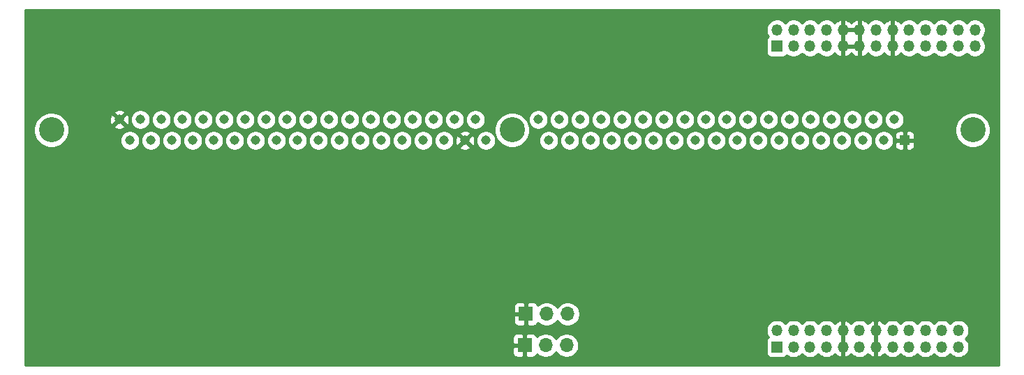
<source format=gbr>
%TF.GenerationSoftware,KiCad,Pcbnew,(5.1.9)-1*%
%TF.CreationDate,2021-01-17T12:11:35+11:00*%
%TF.ProjectId,SIMMCON,53494d4d-434f-44e2-9e6b-696361645f70,rev?*%
%TF.SameCoordinates,Original*%
%TF.FileFunction,Copper,L2,Bot*%
%TF.FilePolarity,Positive*%
%FSLAX46Y46*%
G04 Gerber Fmt 4.6, Leading zero omitted, Abs format (unit mm)*
G04 Created by KiCad (PCBNEW (5.1.9)-1) date 2021-01-17 12:11:35*
%MOMM*%
%LPD*%
G01*
G04 APERTURE LIST*
%TA.AperFunction,ComponentPad*%
%ADD10R,1.700000X1.700000*%
%TD*%
%TA.AperFunction,ComponentPad*%
%ADD11O,1.700000X1.700000*%
%TD*%
%TA.AperFunction,ComponentPad*%
%ADD12C,3.048000*%
%TD*%
%TA.AperFunction,ComponentPad*%
%ADD13R,1.143000X1.143000*%
%TD*%
%TA.AperFunction,ComponentPad*%
%ADD14C,1.143000*%
%TD*%
%TA.AperFunction,ComponentPad*%
%ADD15R,1.350000X1.350000*%
%TD*%
%TA.AperFunction,ComponentPad*%
%ADD16O,1.350000X1.350000*%
%TD*%
%TA.AperFunction,Conductor*%
%ADD17C,0.254000*%
%TD*%
%TA.AperFunction,Conductor*%
%ADD18C,0.100000*%
%TD*%
G04 APERTURE END LIST*
D10*
%TO.P,JP2,1*%
%TO.N,GND*%
X100711000Y-132842000D03*
D11*
%TO.P,JP2,2*%
%TO.N,PD2*%
X103251000Y-132842000D03*
%TO.P,JP2,3*%
%TO.N,VCC*%
X105791000Y-132842000D03*
%TD*%
D10*
%TO.P,JP1,1*%
%TO.N,GND*%
X100584000Y-136652000D03*
D11*
%TO.P,JP1,2*%
%TO.N,PD1*%
X103124000Y-136652000D03*
%TO.P,JP1,3*%
%TO.N,VCC*%
X105664000Y-136652000D03*
%TD*%
D12*
%TO.P,SIMM72,*%
%TO.N,*%
X99060000Y-110490000D03*
X43180000Y-110490000D03*
X154940000Y-110490000D03*
D13*
%TO.P,SIMM72,1*%
%TO.N,GND*%
X146685000Y-111760000D03*
D14*
%TO.P,SIMM72,2*%
%TO.N,D0*%
X145415000Y-109220000D03*
%TO.P,SIMM72,3*%
X144145000Y-111760000D03*
%TO.P,SIMM72,4*%
%TO.N,D1*%
X142875000Y-109220000D03*
%TO.P,SIMM72,5*%
X141605000Y-111760000D03*
%TO.P,SIMM72,6*%
%TO.N,D2*%
X140335000Y-109220000D03*
%TO.P,SIMM72,7*%
X139065000Y-111760000D03*
%TO.P,SIMM72,8*%
%TO.N,D3*%
X137795000Y-109220000D03*
%TO.P,SIMM72,9*%
X136525000Y-111760000D03*
%TO.P,SIMM72,10*%
%TO.N,VCC*%
X135255000Y-109220000D03*
%TO.P,SIMM72,11*%
%TO.N,N/C*%
X133985000Y-111760000D03*
%TO.P,SIMM72,12*%
%TO.N,AB0*%
X132715000Y-109220000D03*
%TO.P,SIMM72,13*%
%TO.N,AB1*%
X131445000Y-111760000D03*
%TO.P,SIMM72,14*%
%TO.N,AB2*%
X130175000Y-109220000D03*
%TO.P,SIMM72,15*%
%TO.N,AB3*%
X128905000Y-111760000D03*
%TO.P,SIMM72,16*%
%TO.N,AB4*%
X127635000Y-109220000D03*
%TO.P,SIMM72,17*%
%TO.N,AB5*%
X126365000Y-111760000D03*
%TO.P,SIMM72,18*%
%TO.N,AB6*%
X125095000Y-109220000D03*
%TO.P,SIMM72,19*%
%TO.N,AB10*%
X123825000Y-111760000D03*
%TO.P,SIMM72,20*%
%TO.N,D4*%
X122555000Y-109220000D03*
%TO.P,SIMM72,21*%
X121285000Y-111760000D03*
%TO.P,SIMM72,22*%
%TO.N,D5*%
X120015000Y-109220000D03*
%TO.P,SIMM72,23*%
X118745000Y-111760000D03*
%TO.P,SIMM72,24*%
%TO.N,D6*%
X117475000Y-109220000D03*
%TO.P,SIMM72,25*%
X116205000Y-111760000D03*
%TO.P,SIMM72,26*%
%TO.N,D7*%
X114935000Y-109220000D03*
%TO.P,SIMM72,27*%
X113665000Y-111760000D03*
%TO.P,SIMM72,28*%
%TO.N,AB7*%
X112395000Y-109220000D03*
%TO.P,SIMM72,29*%
%TO.N,AB11*%
X111125000Y-111760000D03*
%TO.P,SIMM72,30*%
%TO.N,VCC*%
X109855000Y-109220000D03*
%TO.P,SIMM72,31*%
%TO.N,AB8*%
X108585000Y-111760000D03*
%TO.P,SIMM72,32*%
%TO.N,AB9*%
X107315000Y-109220000D03*
%TO.P,SIMM72,33*%
%TO.N,BRAS1*%
X106045000Y-111760000D03*
%TO.P,SIMM72,34*%
%TO.N,BRAS0*%
X104775000Y-109220000D03*
%TO.P,SIMM72,35*%
%TO.N,N/C*%
X103505000Y-111760000D03*
%TO.P,SIMM72,36*%
X102235000Y-109220000D03*
%TO.P,SIMM72,37*%
X95885000Y-111760000D03*
%TO.P,SIMM72,38*%
X94615000Y-109220000D03*
%TO.P,SIMM72,39*%
%TO.N,GND*%
X93345000Y-111760000D03*
%TO.P,SIMM72,40*%
%TO.N,BCAS0*%
X92075000Y-109220000D03*
%TO.P,SIMM72,41*%
X90805000Y-111760000D03*
%TO.P,SIMM72,42*%
%TO.N,BCAS2*%
X89535000Y-109220000D03*
%TO.P,SIMM72,43*%
X88265000Y-111760000D03*
%TO.P,SIMM72,44*%
%TO.N,BRAS0*%
X86995000Y-109220000D03*
%TO.P,SIMM72,45*%
%TO.N,BRAS1*%
X85725000Y-111760000D03*
%TO.P,SIMM72,46*%
%TO.N,N/C*%
X84455000Y-109220000D03*
%TO.P,SIMM72,47*%
%TO.N,Net-(R1-Pad1)*%
X83185000Y-111760000D03*
%TO.P,SIMM72,48*%
%TO.N,N/C*%
X81915000Y-109220000D03*
%TO.P,SIMM72,49*%
%TO.N,D8*%
X80645000Y-111760000D03*
%TO.P,SIMM72,50*%
X79375000Y-109220000D03*
%TO.P,SIMM72,51*%
%TO.N,D9*%
X78105000Y-111760000D03*
%TO.P,SIMM72,52*%
X76835000Y-109220000D03*
%TO.P,SIMM72,53*%
%TO.N,D10*%
X75565000Y-111760000D03*
%TO.P,SIMM72,54*%
X74295000Y-109220000D03*
%TO.P,SIMM72,55*%
%TO.N,D11*%
X73025000Y-111760000D03*
%TO.P,SIMM72,56*%
X71755000Y-109220000D03*
%TO.P,SIMM72,57*%
%TO.N,D12*%
X70485000Y-111760000D03*
%TO.P,SIMM72,58*%
X69215000Y-109220000D03*
%TO.P,SIMM72,59*%
%TO.N,VCC*%
X67945000Y-111760000D03*
%TO.P,SIMM72,60*%
%TO.N,D13*%
X66675000Y-109220000D03*
%TO.P,SIMM72,61*%
X65405000Y-111760000D03*
%TO.P,SIMM72,62*%
%TO.N,D14*%
X64135000Y-109220000D03*
%TO.P,SIMM72,63*%
X62865000Y-111760000D03*
%TO.P,SIMM72,64*%
%TO.N,D15*%
X61595000Y-109220000D03*
%TO.P,SIMM72,65*%
X60325000Y-111760000D03*
%TO.P,SIMM72,66*%
%TO.N,N/C*%
X59055000Y-109220000D03*
%TO.P,SIMM72,67*%
%TO.N,Net-(SIMM72-Pad67)*%
X57785000Y-111760000D03*
%TO.P,SIMM72,68*%
%TO.N,Net-(SIMM72-Pad68)*%
X56515000Y-109220000D03*
%TO.P,SIMM72,69*%
%TO.N,N/C*%
X55245000Y-111760000D03*
%TO.P,SIMM72,70*%
X53975000Y-109220000D03*
%TO.P,SIMM72,71*%
X52705000Y-111760000D03*
%TO.P,SIMM72,72*%
%TO.N,GND*%
X51435000Y-109220000D03*
%TD*%
D15*
%TO.P,J1,1*%
%TO.N,VCC*%
X131191000Y-100330000D03*
D16*
%TO.P,J1,2*%
X131191000Y-98330000D03*
%TO.P,J1,3*%
%TO.N,A4*%
X133191000Y-100330000D03*
%TO.P,J1,4*%
%TO.N,A9*%
X133191000Y-98330000D03*
%TO.P,J1,5*%
%TO.N,A6*%
X135191000Y-100330000D03*
%TO.P,J1,6*%
%TO.N,A5*%
X135191000Y-98330000D03*
%TO.P,J1,7*%
%TO.N,A8*%
X137191000Y-100330000D03*
%TO.P,J1,8*%
%TO.N,A7*%
X137191000Y-98330000D03*
%TO.P,J1,9*%
%TO.N,GND*%
X139191000Y-100330000D03*
%TO.P,J1,10*%
X139191000Y-98330000D03*
%TO.P,J1,11*%
X141191000Y-100330000D03*
%TO.P,J1,12*%
X141191000Y-98330000D03*
%TO.P,J1,13*%
%TO.N,CAS*%
X143191000Y-100330000D03*
%TO.P,J1,14*%
%TO.N,BASEM1*%
X143191000Y-98330000D03*
%TO.P,J1,15*%
%TO.N,GND*%
X145191000Y-100330000D03*
%TO.P,J1,16*%
X145191000Y-98330000D03*
%TO.P,J1,17*%
%TO.N,D9*%
X147191000Y-100330000D03*
%TO.P,J1,18*%
%TO.N,D8*%
X147191000Y-98330000D03*
%TO.P,J1,19*%
%TO.N,D11*%
X149191000Y-100330000D03*
%TO.P,J1,20*%
%TO.N,D10*%
X149191000Y-98330000D03*
%TO.P,J1,21*%
%TO.N,D13*%
X151191000Y-100330000D03*
%TO.P,J1,22*%
%TO.N,D12*%
X151191000Y-98330000D03*
%TO.P,J1,23*%
%TO.N,D15*%
X153191000Y-100330000D03*
%TO.P,J1,24*%
%TO.N,D14*%
X153191000Y-98330000D03*
%TO.P,J1,25*%
%TO.N,VCC*%
X155191000Y-100330000D03*
%TO.P,J1,26*%
X155191000Y-98330000D03*
%TD*%
D15*
%TO.P,J2,1*%
%TO.N,BASEM0*%
X131191000Y-136842000D03*
D16*
%TO.P,J2,2*%
%TO.N,VCC*%
X131191000Y-134842000D03*
%TO.P,J2,3*%
%TO.N,A3*%
X133191000Y-136842000D03*
%TO.P,J2,4*%
%TO.N,A10*%
X133191000Y-134842000D03*
%TO.P,J2,5*%
%TO.N,A1*%
X135191000Y-136842000D03*
%TO.P,J2,6*%
%TO.N,A2*%
X135191000Y-134842000D03*
%TO.P,J2,7*%
%TO.N,A11*%
X137191000Y-136842000D03*
%TO.P,J2,8*%
%TO.N,A0*%
X137191000Y-134842000D03*
%TO.P,J2,9*%
%TO.N,GND*%
X139191000Y-136842000D03*
%TO.P,J2,10*%
X139191000Y-134842000D03*
%TO.P,J2,11*%
%TO.N,WE*%
X141191000Y-136842000D03*
%TO.P,J2,12*%
%TO.N,RAS*%
X141191000Y-134842000D03*
%TO.P,J2,13*%
%TO.N,GND*%
X143191000Y-136842000D03*
%TO.P,J2,14*%
X143191000Y-134842000D03*
%TO.P,J2,15*%
%TO.N,D6*%
X145191000Y-136842000D03*
%TO.P,J2,16*%
%TO.N,D7*%
X145191000Y-134842000D03*
%TO.P,J2,17*%
%TO.N,D4*%
X147191000Y-136842000D03*
%TO.P,J2,18*%
%TO.N,D5*%
X147191000Y-134842000D03*
%TO.P,J2,19*%
%TO.N,D2*%
X149191000Y-136842000D03*
%TO.P,J2,20*%
%TO.N,D3*%
X149191000Y-134842000D03*
%TO.P,J2,21*%
%TO.N,D0*%
X151191000Y-136842000D03*
%TO.P,J2,22*%
%TO.N,D1*%
X151191000Y-134842000D03*
%TO.P,J2,23*%
%TO.N,VCC*%
X153191000Y-136842000D03*
%TO.P,J2,24*%
X153191000Y-134842000D03*
%TD*%
D17*
%TO.N,GND*%
X158090001Y-139040000D02*
X40030000Y-139040000D01*
X40030000Y-137502000D01*
X99095928Y-137502000D01*
X99108188Y-137626482D01*
X99144498Y-137746180D01*
X99203463Y-137856494D01*
X99282815Y-137953185D01*
X99379506Y-138032537D01*
X99489820Y-138091502D01*
X99609518Y-138127812D01*
X99734000Y-138140072D01*
X100298250Y-138137000D01*
X100457000Y-137978250D01*
X100457000Y-136779000D01*
X99257750Y-136779000D01*
X99099000Y-136937750D01*
X99095928Y-137502000D01*
X40030000Y-137502000D01*
X40030000Y-135802000D01*
X99095928Y-135802000D01*
X99099000Y-136366250D01*
X99257750Y-136525000D01*
X100457000Y-136525000D01*
X100457000Y-135325750D01*
X100711000Y-135325750D01*
X100711000Y-136525000D01*
X100731000Y-136525000D01*
X100731000Y-136779000D01*
X100711000Y-136779000D01*
X100711000Y-137978250D01*
X100869750Y-138137000D01*
X101434000Y-138140072D01*
X101558482Y-138127812D01*
X101678180Y-138091502D01*
X101788494Y-138032537D01*
X101885185Y-137953185D01*
X101964537Y-137856494D01*
X102023502Y-137746180D01*
X102045513Y-137673620D01*
X102177368Y-137805475D01*
X102420589Y-137967990D01*
X102690842Y-138079932D01*
X102977740Y-138137000D01*
X103270260Y-138137000D01*
X103557158Y-138079932D01*
X103827411Y-137967990D01*
X104070632Y-137805475D01*
X104277475Y-137598632D01*
X104394000Y-137424240D01*
X104510525Y-137598632D01*
X104717368Y-137805475D01*
X104960589Y-137967990D01*
X105230842Y-138079932D01*
X105517740Y-138137000D01*
X105810260Y-138137000D01*
X106097158Y-138079932D01*
X106367411Y-137967990D01*
X106610632Y-137805475D01*
X106817475Y-137598632D01*
X106979990Y-137355411D01*
X107091932Y-137085158D01*
X107149000Y-136798260D01*
X107149000Y-136505740D01*
X107091932Y-136218842D01*
X107070459Y-136167000D01*
X129877928Y-136167000D01*
X129877928Y-137517000D01*
X129890188Y-137641482D01*
X129926498Y-137761180D01*
X129985463Y-137871494D01*
X130064815Y-137968185D01*
X130161506Y-138047537D01*
X130271820Y-138106502D01*
X130391518Y-138142812D01*
X130516000Y-138155072D01*
X131866000Y-138155072D01*
X131990482Y-138142812D01*
X132110180Y-138106502D01*
X132220494Y-138047537D01*
X132317185Y-137968185D01*
X132388487Y-137881303D01*
X132570482Y-138002907D01*
X132808887Y-138101658D01*
X133061976Y-138152000D01*
X133320024Y-138152000D01*
X133573113Y-138101658D01*
X133811518Y-138002907D01*
X134026077Y-137859544D01*
X134191000Y-137694621D01*
X134355923Y-137859544D01*
X134570482Y-138002907D01*
X134808887Y-138101658D01*
X135061976Y-138152000D01*
X135320024Y-138152000D01*
X135573113Y-138101658D01*
X135811518Y-138002907D01*
X136026077Y-137859544D01*
X136191000Y-137694621D01*
X136355923Y-137859544D01*
X136570482Y-138002907D01*
X136808887Y-138101658D01*
X137061976Y-138152000D01*
X137320024Y-138152000D01*
X137573113Y-138101658D01*
X137811518Y-138002907D01*
X138026077Y-137859544D01*
X138197681Y-137687940D01*
X138319773Y-137820303D01*
X138527371Y-137971473D01*
X138760472Y-138079238D01*
X138861600Y-138109910D01*
X139064000Y-137986224D01*
X139064000Y-136969000D01*
X139044000Y-136969000D01*
X139044000Y-136715000D01*
X139064000Y-136715000D01*
X139064000Y-134969000D01*
X139044000Y-134969000D01*
X139044000Y-134715000D01*
X139064000Y-134715000D01*
X139064000Y-133697776D01*
X139318000Y-133697776D01*
X139318000Y-134715000D01*
X139338000Y-134715000D01*
X139338000Y-134969000D01*
X139318000Y-134969000D01*
X139318000Y-136715000D01*
X139338000Y-136715000D01*
X139338000Y-136969000D01*
X139318000Y-136969000D01*
X139318000Y-137986224D01*
X139520400Y-138109910D01*
X139621528Y-138079238D01*
X139854629Y-137971473D01*
X140062227Y-137820303D01*
X140184319Y-137687940D01*
X140355923Y-137859544D01*
X140570482Y-138002907D01*
X140808887Y-138101658D01*
X141061976Y-138152000D01*
X141320024Y-138152000D01*
X141573113Y-138101658D01*
X141811518Y-138002907D01*
X142026077Y-137859544D01*
X142197681Y-137687940D01*
X142319773Y-137820303D01*
X142527371Y-137971473D01*
X142760472Y-138079238D01*
X142861600Y-138109910D01*
X143064000Y-137986224D01*
X143064000Y-136969000D01*
X143044000Y-136969000D01*
X143044000Y-136715000D01*
X143064000Y-136715000D01*
X143064000Y-134969000D01*
X143044000Y-134969000D01*
X143044000Y-134715000D01*
X143064000Y-134715000D01*
X143064000Y-133697776D01*
X143318000Y-133697776D01*
X143318000Y-134715000D01*
X143338000Y-134715000D01*
X143338000Y-134969000D01*
X143318000Y-134969000D01*
X143318000Y-136715000D01*
X143338000Y-136715000D01*
X143338000Y-136969000D01*
X143318000Y-136969000D01*
X143318000Y-137986224D01*
X143520400Y-138109910D01*
X143621528Y-138079238D01*
X143854629Y-137971473D01*
X144062227Y-137820303D01*
X144184319Y-137687940D01*
X144355923Y-137859544D01*
X144570482Y-138002907D01*
X144808887Y-138101658D01*
X145061976Y-138152000D01*
X145320024Y-138152000D01*
X145573113Y-138101658D01*
X145811518Y-138002907D01*
X146026077Y-137859544D01*
X146191000Y-137694621D01*
X146355923Y-137859544D01*
X146570482Y-138002907D01*
X146808887Y-138101658D01*
X147061976Y-138152000D01*
X147320024Y-138152000D01*
X147573113Y-138101658D01*
X147811518Y-138002907D01*
X148026077Y-137859544D01*
X148191000Y-137694621D01*
X148355923Y-137859544D01*
X148570482Y-138002907D01*
X148808887Y-138101658D01*
X149061976Y-138152000D01*
X149320024Y-138152000D01*
X149573113Y-138101658D01*
X149811518Y-138002907D01*
X150026077Y-137859544D01*
X150191000Y-137694621D01*
X150355923Y-137859544D01*
X150570482Y-138002907D01*
X150808887Y-138101658D01*
X151061976Y-138152000D01*
X151320024Y-138152000D01*
X151573113Y-138101658D01*
X151811518Y-138002907D01*
X152026077Y-137859544D01*
X152191000Y-137694621D01*
X152355923Y-137859544D01*
X152570482Y-138002907D01*
X152808887Y-138101658D01*
X153061976Y-138152000D01*
X153320024Y-138152000D01*
X153573113Y-138101658D01*
X153811518Y-138002907D01*
X154026077Y-137859544D01*
X154208544Y-137677077D01*
X154351907Y-137462518D01*
X154450658Y-137224113D01*
X154501000Y-136971024D01*
X154501000Y-136712976D01*
X154450658Y-136459887D01*
X154351907Y-136221482D01*
X154208544Y-136006923D01*
X154043621Y-135842000D01*
X154208544Y-135677077D01*
X154351907Y-135462518D01*
X154450658Y-135224113D01*
X154501000Y-134971024D01*
X154501000Y-134712976D01*
X154450658Y-134459887D01*
X154351907Y-134221482D01*
X154208544Y-134006923D01*
X154026077Y-133824456D01*
X153811518Y-133681093D01*
X153573113Y-133582342D01*
X153320024Y-133532000D01*
X153061976Y-133532000D01*
X152808887Y-133582342D01*
X152570482Y-133681093D01*
X152355923Y-133824456D01*
X152191000Y-133989379D01*
X152026077Y-133824456D01*
X151811518Y-133681093D01*
X151573113Y-133582342D01*
X151320024Y-133532000D01*
X151061976Y-133532000D01*
X150808887Y-133582342D01*
X150570482Y-133681093D01*
X150355923Y-133824456D01*
X150191000Y-133989379D01*
X150026077Y-133824456D01*
X149811518Y-133681093D01*
X149573113Y-133582342D01*
X149320024Y-133532000D01*
X149061976Y-133532000D01*
X148808887Y-133582342D01*
X148570482Y-133681093D01*
X148355923Y-133824456D01*
X148191000Y-133989379D01*
X148026077Y-133824456D01*
X147811518Y-133681093D01*
X147573113Y-133582342D01*
X147320024Y-133532000D01*
X147061976Y-133532000D01*
X146808887Y-133582342D01*
X146570482Y-133681093D01*
X146355923Y-133824456D01*
X146191000Y-133989379D01*
X146026077Y-133824456D01*
X145811518Y-133681093D01*
X145573113Y-133582342D01*
X145320024Y-133532000D01*
X145061976Y-133532000D01*
X144808887Y-133582342D01*
X144570482Y-133681093D01*
X144355923Y-133824456D01*
X144184319Y-133996060D01*
X144062227Y-133863697D01*
X143854629Y-133712527D01*
X143621528Y-133604762D01*
X143520400Y-133574090D01*
X143318000Y-133697776D01*
X143064000Y-133697776D01*
X142861600Y-133574090D01*
X142760472Y-133604762D01*
X142527371Y-133712527D01*
X142319773Y-133863697D01*
X142197681Y-133996060D01*
X142026077Y-133824456D01*
X141811518Y-133681093D01*
X141573113Y-133582342D01*
X141320024Y-133532000D01*
X141061976Y-133532000D01*
X140808887Y-133582342D01*
X140570482Y-133681093D01*
X140355923Y-133824456D01*
X140184319Y-133996060D01*
X140062227Y-133863697D01*
X139854629Y-133712527D01*
X139621528Y-133604762D01*
X139520400Y-133574090D01*
X139318000Y-133697776D01*
X139064000Y-133697776D01*
X138861600Y-133574090D01*
X138760472Y-133604762D01*
X138527371Y-133712527D01*
X138319773Y-133863697D01*
X138197681Y-133996060D01*
X138026077Y-133824456D01*
X137811518Y-133681093D01*
X137573113Y-133582342D01*
X137320024Y-133532000D01*
X137061976Y-133532000D01*
X136808887Y-133582342D01*
X136570482Y-133681093D01*
X136355923Y-133824456D01*
X136191000Y-133989379D01*
X136026077Y-133824456D01*
X135811518Y-133681093D01*
X135573113Y-133582342D01*
X135320024Y-133532000D01*
X135061976Y-133532000D01*
X134808887Y-133582342D01*
X134570482Y-133681093D01*
X134355923Y-133824456D01*
X134191000Y-133989379D01*
X134026077Y-133824456D01*
X133811518Y-133681093D01*
X133573113Y-133582342D01*
X133320024Y-133532000D01*
X133061976Y-133532000D01*
X132808887Y-133582342D01*
X132570482Y-133681093D01*
X132355923Y-133824456D01*
X132191000Y-133989379D01*
X132026077Y-133824456D01*
X131811518Y-133681093D01*
X131573113Y-133582342D01*
X131320024Y-133532000D01*
X131061976Y-133532000D01*
X130808887Y-133582342D01*
X130570482Y-133681093D01*
X130355923Y-133824456D01*
X130173456Y-134006923D01*
X130030093Y-134221482D01*
X129931342Y-134459887D01*
X129881000Y-134712976D01*
X129881000Y-134971024D01*
X129931342Y-135224113D01*
X130030093Y-135462518D01*
X130151697Y-135644513D01*
X130064815Y-135715815D01*
X129985463Y-135812506D01*
X129926498Y-135922820D01*
X129890188Y-136042518D01*
X129877928Y-136167000D01*
X107070459Y-136167000D01*
X106979990Y-135948589D01*
X106817475Y-135705368D01*
X106610632Y-135498525D01*
X106367411Y-135336010D01*
X106097158Y-135224068D01*
X105810260Y-135167000D01*
X105517740Y-135167000D01*
X105230842Y-135224068D01*
X104960589Y-135336010D01*
X104717368Y-135498525D01*
X104510525Y-135705368D01*
X104394000Y-135879760D01*
X104277475Y-135705368D01*
X104070632Y-135498525D01*
X103827411Y-135336010D01*
X103557158Y-135224068D01*
X103270260Y-135167000D01*
X102977740Y-135167000D01*
X102690842Y-135224068D01*
X102420589Y-135336010D01*
X102177368Y-135498525D01*
X102045513Y-135630380D01*
X102023502Y-135557820D01*
X101964537Y-135447506D01*
X101885185Y-135350815D01*
X101788494Y-135271463D01*
X101678180Y-135212498D01*
X101558482Y-135176188D01*
X101434000Y-135163928D01*
X100869750Y-135167000D01*
X100711000Y-135325750D01*
X100457000Y-135325750D01*
X100298250Y-135167000D01*
X99734000Y-135163928D01*
X99609518Y-135176188D01*
X99489820Y-135212498D01*
X99379506Y-135271463D01*
X99282815Y-135350815D01*
X99203463Y-135447506D01*
X99144498Y-135557820D01*
X99108188Y-135677518D01*
X99095928Y-135802000D01*
X40030000Y-135802000D01*
X40030000Y-133692000D01*
X99222928Y-133692000D01*
X99235188Y-133816482D01*
X99271498Y-133936180D01*
X99330463Y-134046494D01*
X99409815Y-134143185D01*
X99506506Y-134222537D01*
X99616820Y-134281502D01*
X99736518Y-134317812D01*
X99861000Y-134330072D01*
X100425250Y-134327000D01*
X100584000Y-134168250D01*
X100584000Y-132969000D01*
X99384750Y-132969000D01*
X99226000Y-133127750D01*
X99222928Y-133692000D01*
X40030000Y-133692000D01*
X40030000Y-131992000D01*
X99222928Y-131992000D01*
X99226000Y-132556250D01*
X99384750Y-132715000D01*
X100584000Y-132715000D01*
X100584000Y-131515750D01*
X100838000Y-131515750D01*
X100838000Y-132715000D01*
X100858000Y-132715000D01*
X100858000Y-132969000D01*
X100838000Y-132969000D01*
X100838000Y-134168250D01*
X100996750Y-134327000D01*
X101561000Y-134330072D01*
X101685482Y-134317812D01*
X101805180Y-134281502D01*
X101915494Y-134222537D01*
X102012185Y-134143185D01*
X102091537Y-134046494D01*
X102150502Y-133936180D01*
X102172513Y-133863620D01*
X102304368Y-133995475D01*
X102547589Y-134157990D01*
X102817842Y-134269932D01*
X103104740Y-134327000D01*
X103397260Y-134327000D01*
X103684158Y-134269932D01*
X103954411Y-134157990D01*
X104197632Y-133995475D01*
X104404475Y-133788632D01*
X104521000Y-133614240D01*
X104637525Y-133788632D01*
X104844368Y-133995475D01*
X105087589Y-134157990D01*
X105357842Y-134269932D01*
X105644740Y-134327000D01*
X105937260Y-134327000D01*
X106224158Y-134269932D01*
X106494411Y-134157990D01*
X106737632Y-133995475D01*
X106944475Y-133788632D01*
X107106990Y-133545411D01*
X107218932Y-133275158D01*
X107276000Y-132988260D01*
X107276000Y-132695740D01*
X107218932Y-132408842D01*
X107106990Y-132138589D01*
X106944475Y-131895368D01*
X106737632Y-131688525D01*
X106494411Y-131526010D01*
X106224158Y-131414068D01*
X105937260Y-131357000D01*
X105644740Y-131357000D01*
X105357842Y-131414068D01*
X105087589Y-131526010D01*
X104844368Y-131688525D01*
X104637525Y-131895368D01*
X104521000Y-132069760D01*
X104404475Y-131895368D01*
X104197632Y-131688525D01*
X103954411Y-131526010D01*
X103684158Y-131414068D01*
X103397260Y-131357000D01*
X103104740Y-131357000D01*
X102817842Y-131414068D01*
X102547589Y-131526010D01*
X102304368Y-131688525D01*
X102172513Y-131820380D01*
X102150502Y-131747820D01*
X102091537Y-131637506D01*
X102012185Y-131540815D01*
X101915494Y-131461463D01*
X101805180Y-131402498D01*
X101685482Y-131366188D01*
X101561000Y-131353928D01*
X100996750Y-131357000D01*
X100838000Y-131515750D01*
X100584000Y-131515750D01*
X100425250Y-131357000D01*
X99861000Y-131353928D01*
X99736518Y-131366188D01*
X99616820Y-131402498D01*
X99506506Y-131461463D01*
X99409815Y-131540815D01*
X99330463Y-131637506D01*
X99271498Y-131747820D01*
X99235188Y-131867518D01*
X99222928Y-131992000D01*
X40030000Y-131992000D01*
X40030000Y-110277357D01*
X41021000Y-110277357D01*
X41021000Y-110702643D01*
X41103970Y-111119757D01*
X41266719Y-111512670D01*
X41502996Y-111866282D01*
X41803718Y-112167004D01*
X42157330Y-112403281D01*
X42550243Y-112566030D01*
X42967357Y-112649000D01*
X43392643Y-112649000D01*
X43809757Y-112566030D01*
X44202670Y-112403281D01*
X44556282Y-112167004D01*
X44857004Y-111866282D01*
X45007419Y-111641170D01*
X51498500Y-111641170D01*
X51498500Y-111878830D01*
X51544865Y-112111923D01*
X51635813Y-112331492D01*
X51767850Y-112529099D01*
X51935901Y-112697150D01*
X52133508Y-112829187D01*
X52353077Y-112920135D01*
X52586170Y-112966500D01*
X52823830Y-112966500D01*
X53056923Y-112920135D01*
X53276492Y-112829187D01*
X53474099Y-112697150D01*
X53642150Y-112529099D01*
X53774187Y-112331492D01*
X53865135Y-112111923D01*
X53911500Y-111878830D01*
X53911500Y-111641170D01*
X54038500Y-111641170D01*
X54038500Y-111878830D01*
X54084865Y-112111923D01*
X54175813Y-112331492D01*
X54307850Y-112529099D01*
X54475901Y-112697150D01*
X54673508Y-112829187D01*
X54893077Y-112920135D01*
X55126170Y-112966500D01*
X55363830Y-112966500D01*
X55596923Y-112920135D01*
X55816492Y-112829187D01*
X56014099Y-112697150D01*
X56182150Y-112529099D01*
X56314187Y-112331492D01*
X56405135Y-112111923D01*
X56451500Y-111878830D01*
X56451500Y-111641170D01*
X56578500Y-111641170D01*
X56578500Y-111878830D01*
X56624865Y-112111923D01*
X56715813Y-112331492D01*
X56847850Y-112529099D01*
X57015901Y-112697150D01*
X57213508Y-112829187D01*
X57433077Y-112920135D01*
X57666170Y-112966500D01*
X57903830Y-112966500D01*
X58136923Y-112920135D01*
X58356492Y-112829187D01*
X58554099Y-112697150D01*
X58722150Y-112529099D01*
X58854187Y-112331492D01*
X58945135Y-112111923D01*
X58991500Y-111878830D01*
X58991500Y-111641170D01*
X59118500Y-111641170D01*
X59118500Y-111878830D01*
X59164865Y-112111923D01*
X59255813Y-112331492D01*
X59387850Y-112529099D01*
X59555901Y-112697150D01*
X59753508Y-112829187D01*
X59973077Y-112920135D01*
X60206170Y-112966500D01*
X60443830Y-112966500D01*
X60676923Y-112920135D01*
X60896492Y-112829187D01*
X61094099Y-112697150D01*
X61262150Y-112529099D01*
X61394187Y-112331492D01*
X61485135Y-112111923D01*
X61531500Y-111878830D01*
X61531500Y-111641170D01*
X61658500Y-111641170D01*
X61658500Y-111878830D01*
X61704865Y-112111923D01*
X61795813Y-112331492D01*
X61927850Y-112529099D01*
X62095901Y-112697150D01*
X62293508Y-112829187D01*
X62513077Y-112920135D01*
X62746170Y-112966500D01*
X62983830Y-112966500D01*
X63216923Y-112920135D01*
X63436492Y-112829187D01*
X63634099Y-112697150D01*
X63802150Y-112529099D01*
X63934187Y-112331492D01*
X64025135Y-112111923D01*
X64071500Y-111878830D01*
X64071500Y-111641170D01*
X64198500Y-111641170D01*
X64198500Y-111878830D01*
X64244865Y-112111923D01*
X64335813Y-112331492D01*
X64467850Y-112529099D01*
X64635901Y-112697150D01*
X64833508Y-112829187D01*
X65053077Y-112920135D01*
X65286170Y-112966500D01*
X65523830Y-112966500D01*
X65756923Y-112920135D01*
X65976492Y-112829187D01*
X66174099Y-112697150D01*
X66342150Y-112529099D01*
X66474187Y-112331492D01*
X66565135Y-112111923D01*
X66611500Y-111878830D01*
X66611500Y-111641170D01*
X66738500Y-111641170D01*
X66738500Y-111878830D01*
X66784865Y-112111923D01*
X66875813Y-112331492D01*
X67007850Y-112529099D01*
X67175901Y-112697150D01*
X67373508Y-112829187D01*
X67593077Y-112920135D01*
X67826170Y-112966500D01*
X68063830Y-112966500D01*
X68296923Y-112920135D01*
X68516492Y-112829187D01*
X68714099Y-112697150D01*
X68882150Y-112529099D01*
X69014187Y-112331492D01*
X69105135Y-112111923D01*
X69151500Y-111878830D01*
X69151500Y-111641170D01*
X69278500Y-111641170D01*
X69278500Y-111878830D01*
X69324865Y-112111923D01*
X69415813Y-112331492D01*
X69547850Y-112529099D01*
X69715901Y-112697150D01*
X69913508Y-112829187D01*
X70133077Y-112920135D01*
X70366170Y-112966500D01*
X70603830Y-112966500D01*
X70836923Y-112920135D01*
X71056492Y-112829187D01*
X71254099Y-112697150D01*
X71422150Y-112529099D01*
X71554187Y-112331492D01*
X71645135Y-112111923D01*
X71691500Y-111878830D01*
X71691500Y-111641170D01*
X71818500Y-111641170D01*
X71818500Y-111878830D01*
X71864865Y-112111923D01*
X71955813Y-112331492D01*
X72087850Y-112529099D01*
X72255901Y-112697150D01*
X72453508Y-112829187D01*
X72673077Y-112920135D01*
X72906170Y-112966500D01*
X73143830Y-112966500D01*
X73376923Y-112920135D01*
X73596492Y-112829187D01*
X73794099Y-112697150D01*
X73962150Y-112529099D01*
X74094187Y-112331492D01*
X74185135Y-112111923D01*
X74231500Y-111878830D01*
X74231500Y-111641170D01*
X74358500Y-111641170D01*
X74358500Y-111878830D01*
X74404865Y-112111923D01*
X74495813Y-112331492D01*
X74627850Y-112529099D01*
X74795901Y-112697150D01*
X74993508Y-112829187D01*
X75213077Y-112920135D01*
X75446170Y-112966500D01*
X75683830Y-112966500D01*
X75916923Y-112920135D01*
X76136492Y-112829187D01*
X76334099Y-112697150D01*
X76502150Y-112529099D01*
X76634187Y-112331492D01*
X76725135Y-112111923D01*
X76771500Y-111878830D01*
X76771500Y-111641170D01*
X76898500Y-111641170D01*
X76898500Y-111878830D01*
X76944865Y-112111923D01*
X77035813Y-112331492D01*
X77167850Y-112529099D01*
X77335901Y-112697150D01*
X77533508Y-112829187D01*
X77753077Y-112920135D01*
X77986170Y-112966500D01*
X78223830Y-112966500D01*
X78456923Y-112920135D01*
X78676492Y-112829187D01*
X78874099Y-112697150D01*
X79042150Y-112529099D01*
X79174187Y-112331492D01*
X79265135Y-112111923D01*
X79311500Y-111878830D01*
X79311500Y-111641170D01*
X79438500Y-111641170D01*
X79438500Y-111878830D01*
X79484865Y-112111923D01*
X79575813Y-112331492D01*
X79707850Y-112529099D01*
X79875901Y-112697150D01*
X80073508Y-112829187D01*
X80293077Y-112920135D01*
X80526170Y-112966500D01*
X80763830Y-112966500D01*
X80996923Y-112920135D01*
X81216492Y-112829187D01*
X81414099Y-112697150D01*
X81582150Y-112529099D01*
X81714187Y-112331492D01*
X81805135Y-112111923D01*
X81851500Y-111878830D01*
X81851500Y-111641170D01*
X81978500Y-111641170D01*
X81978500Y-111878830D01*
X82024865Y-112111923D01*
X82115813Y-112331492D01*
X82247850Y-112529099D01*
X82415901Y-112697150D01*
X82613508Y-112829187D01*
X82833077Y-112920135D01*
X83066170Y-112966500D01*
X83303830Y-112966500D01*
X83536923Y-112920135D01*
X83756492Y-112829187D01*
X83954099Y-112697150D01*
X84122150Y-112529099D01*
X84254187Y-112331492D01*
X84345135Y-112111923D01*
X84391500Y-111878830D01*
X84391500Y-111641170D01*
X84518500Y-111641170D01*
X84518500Y-111878830D01*
X84564865Y-112111923D01*
X84655813Y-112331492D01*
X84787850Y-112529099D01*
X84955901Y-112697150D01*
X85153508Y-112829187D01*
X85373077Y-112920135D01*
X85606170Y-112966500D01*
X85843830Y-112966500D01*
X86076923Y-112920135D01*
X86296492Y-112829187D01*
X86494099Y-112697150D01*
X86662150Y-112529099D01*
X86794187Y-112331492D01*
X86885135Y-112111923D01*
X86931500Y-111878830D01*
X86931500Y-111641170D01*
X87058500Y-111641170D01*
X87058500Y-111878830D01*
X87104865Y-112111923D01*
X87195813Y-112331492D01*
X87327850Y-112529099D01*
X87495901Y-112697150D01*
X87693508Y-112829187D01*
X87913077Y-112920135D01*
X88146170Y-112966500D01*
X88383830Y-112966500D01*
X88616923Y-112920135D01*
X88836492Y-112829187D01*
X89034099Y-112697150D01*
X89202150Y-112529099D01*
X89334187Y-112331492D01*
X89425135Y-112111923D01*
X89471500Y-111878830D01*
X89471500Y-111641170D01*
X89598500Y-111641170D01*
X89598500Y-111878830D01*
X89644865Y-112111923D01*
X89735813Y-112331492D01*
X89867850Y-112529099D01*
X90035901Y-112697150D01*
X90233508Y-112829187D01*
X90453077Y-112920135D01*
X90686170Y-112966500D01*
X90923830Y-112966500D01*
X91156923Y-112920135D01*
X91376492Y-112829187D01*
X91574099Y-112697150D01*
X91681879Y-112589370D01*
X92695235Y-112589370D01*
X92739071Y-112810054D01*
X92955569Y-112908088D01*
X93187033Y-112962002D01*
X93424567Y-112969723D01*
X93659043Y-112930956D01*
X93881451Y-112847189D01*
X93950929Y-112810054D01*
X93994765Y-112589370D01*
X93345000Y-111939605D01*
X92695235Y-112589370D01*
X91681879Y-112589370D01*
X91742150Y-112529099D01*
X91874187Y-112331492D01*
X91965135Y-112111923D01*
X92011500Y-111878830D01*
X92011500Y-111839567D01*
X92135277Y-111839567D01*
X92174044Y-112074043D01*
X92257811Y-112296451D01*
X92294946Y-112365929D01*
X92515630Y-112409765D01*
X93165395Y-111760000D01*
X93524605Y-111760000D01*
X94174370Y-112409765D01*
X94395054Y-112365929D01*
X94493088Y-112149431D01*
X94547002Y-111917967D01*
X94554723Y-111680433D01*
X94548232Y-111641170D01*
X94678500Y-111641170D01*
X94678500Y-111878830D01*
X94724865Y-112111923D01*
X94815813Y-112331492D01*
X94947850Y-112529099D01*
X95115901Y-112697150D01*
X95313508Y-112829187D01*
X95533077Y-112920135D01*
X95766170Y-112966500D01*
X96003830Y-112966500D01*
X96236923Y-112920135D01*
X96456492Y-112829187D01*
X96654099Y-112697150D01*
X96822150Y-112529099D01*
X96954187Y-112331492D01*
X97045135Y-112111923D01*
X97091500Y-111878830D01*
X97091500Y-111641170D01*
X97045135Y-111408077D01*
X96954187Y-111188508D01*
X96822150Y-110990901D01*
X96654099Y-110822850D01*
X96456492Y-110690813D01*
X96236923Y-110599865D01*
X96003830Y-110553500D01*
X95766170Y-110553500D01*
X95533077Y-110599865D01*
X95313508Y-110690813D01*
X95115901Y-110822850D01*
X94947850Y-110990901D01*
X94815813Y-111188508D01*
X94724865Y-111408077D01*
X94678500Y-111641170D01*
X94548232Y-111641170D01*
X94515956Y-111445957D01*
X94432189Y-111223549D01*
X94395054Y-111154071D01*
X94174370Y-111110235D01*
X93524605Y-111760000D01*
X93165395Y-111760000D01*
X92515630Y-111110235D01*
X92294946Y-111154071D01*
X92196912Y-111370569D01*
X92142998Y-111602033D01*
X92135277Y-111839567D01*
X92011500Y-111839567D01*
X92011500Y-111641170D01*
X91965135Y-111408077D01*
X91874187Y-111188508D01*
X91742150Y-110990901D01*
X91681879Y-110930630D01*
X92695235Y-110930630D01*
X93345000Y-111580395D01*
X93994765Y-110930630D01*
X93950929Y-110709946D01*
X93734431Y-110611912D01*
X93502967Y-110557998D01*
X93265433Y-110550277D01*
X93030957Y-110589044D01*
X92808549Y-110672811D01*
X92739071Y-110709946D01*
X92695235Y-110930630D01*
X91681879Y-110930630D01*
X91574099Y-110822850D01*
X91376492Y-110690813D01*
X91156923Y-110599865D01*
X90923830Y-110553500D01*
X90686170Y-110553500D01*
X90453077Y-110599865D01*
X90233508Y-110690813D01*
X90035901Y-110822850D01*
X89867850Y-110990901D01*
X89735813Y-111188508D01*
X89644865Y-111408077D01*
X89598500Y-111641170D01*
X89471500Y-111641170D01*
X89425135Y-111408077D01*
X89334187Y-111188508D01*
X89202150Y-110990901D01*
X89034099Y-110822850D01*
X88836492Y-110690813D01*
X88616923Y-110599865D01*
X88383830Y-110553500D01*
X88146170Y-110553500D01*
X87913077Y-110599865D01*
X87693508Y-110690813D01*
X87495901Y-110822850D01*
X87327850Y-110990901D01*
X87195813Y-111188508D01*
X87104865Y-111408077D01*
X87058500Y-111641170D01*
X86931500Y-111641170D01*
X86885135Y-111408077D01*
X86794187Y-111188508D01*
X86662150Y-110990901D01*
X86494099Y-110822850D01*
X86296492Y-110690813D01*
X86076923Y-110599865D01*
X85843830Y-110553500D01*
X85606170Y-110553500D01*
X85373077Y-110599865D01*
X85153508Y-110690813D01*
X84955901Y-110822850D01*
X84787850Y-110990901D01*
X84655813Y-111188508D01*
X84564865Y-111408077D01*
X84518500Y-111641170D01*
X84391500Y-111641170D01*
X84345135Y-111408077D01*
X84254187Y-111188508D01*
X84122150Y-110990901D01*
X83954099Y-110822850D01*
X83756492Y-110690813D01*
X83536923Y-110599865D01*
X83303830Y-110553500D01*
X83066170Y-110553500D01*
X82833077Y-110599865D01*
X82613508Y-110690813D01*
X82415901Y-110822850D01*
X82247850Y-110990901D01*
X82115813Y-111188508D01*
X82024865Y-111408077D01*
X81978500Y-111641170D01*
X81851500Y-111641170D01*
X81805135Y-111408077D01*
X81714187Y-111188508D01*
X81582150Y-110990901D01*
X81414099Y-110822850D01*
X81216492Y-110690813D01*
X80996923Y-110599865D01*
X80763830Y-110553500D01*
X80526170Y-110553500D01*
X80293077Y-110599865D01*
X80073508Y-110690813D01*
X79875901Y-110822850D01*
X79707850Y-110990901D01*
X79575813Y-111188508D01*
X79484865Y-111408077D01*
X79438500Y-111641170D01*
X79311500Y-111641170D01*
X79265135Y-111408077D01*
X79174187Y-111188508D01*
X79042150Y-110990901D01*
X78874099Y-110822850D01*
X78676492Y-110690813D01*
X78456923Y-110599865D01*
X78223830Y-110553500D01*
X77986170Y-110553500D01*
X77753077Y-110599865D01*
X77533508Y-110690813D01*
X77335901Y-110822850D01*
X77167850Y-110990901D01*
X77035813Y-111188508D01*
X76944865Y-111408077D01*
X76898500Y-111641170D01*
X76771500Y-111641170D01*
X76725135Y-111408077D01*
X76634187Y-111188508D01*
X76502150Y-110990901D01*
X76334099Y-110822850D01*
X76136492Y-110690813D01*
X75916923Y-110599865D01*
X75683830Y-110553500D01*
X75446170Y-110553500D01*
X75213077Y-110599865D01*
X74993508Y-110690813D01*
X74795901Y-110822850D01*
X74627850Y-110990901D01*
X74495813Y-111188508D01*
X74404865Y-111408077D01*
X74358500Y-111641170D01*
X74231500Y-111641170D01*
X74185135Y-111408077D01*
X74094187Y-111188508D01*
X73962150Y-110990901D01*
X73794099Y-110822850D01*
X73596492Y-110690813D01*
X73376923Y-110599865D01*
X73143830Y-110553500D01*
X72906170Y-110553500D01*
X72673077Y-110599865D01*
X72453508Y-110690813D01*
X72255901Y-110822850D01*
X72087850Y-110990901D01*
X71955813Y-111188508D01*
X71864865Y-111408077D01*
X71818500Y-111641170D01*
X71691500Y-111641170D01*
X71645135Y-111408077D01*
X71554187Y-111188508D01*
X71422150Y-110990901D01*
X71254099Y-110822850D01*
X71056492Y-110690813D01*
X70836923Y-110599865D01*
X70603830Y-110553500D01*
X70366170Y-110553500D01*
X70133077Y-110599865D01*
X69913508Y-110690813D01*
X69715901Y-110822850D01*
X69547850Y-110990901D01*
X69415813Y-111188508D01*
X69324865Y-111408077D01*
X69278500Y-111641170D01*
X69151500Y-111641170D01*
X69105135Y-111408077D01*
X69014187Y-111188508D01*
X68882150Y-110990901D01*
X68714099Y-110822850D01*
X68516492Y-110690813D01*
X68296923Y-110599865D01*
X68063830Y-110553500D01*
X67826170Y-110553500D01*
X67593077Y-110599865D01*
X67373508Y-110690813D01*
X67175901Y-110822850D01*
X67007850Y-110990901D01*
X66875813Y-111188508D01*
X66784865Y-111408077D01*
X66738500Y-111641170D01*
X66611500Y-111641170D01*
X66565135Y-111408077D01*
X66474187Y-111188508D01*
X66342150Y-110990901D01*
X66174099Y-110822850D01*
X65976492Y-110690813D01*
X65756923Y-110599865D01*
X65523830Y-110553500D01*
X65286170Y-110553500D01*
X65053077Y-110599865D01*
X64833508Y-110690813D01*
X64635901Y-110822850D01*
X64467850Y-110990901D01*
X64335813Y-111188508D01*
X64244865Y-111408077D01*
X64198500Y-111641170D01*
X64071500Y-111641170D01*
X64025135Y-111408077D01*
X63934187Y-111188508D01*
X63802150Y-110990901D01*
X63634099Y-110822850D01*
X63436492Y-110690813D01*
X63216923Y-110599865D01*
X62983830Y-110553500D01*
X62746170Y-110553500D01*
X62513077Y-110599865D01*
X62293508Y-110690813D01*
X62095901Y-110822850D01*
X61927850Y-110990901D01*
X61795813Y-111188508D01*
X61704865Y-111408077D01*
X61658500Y-111641170D01*
X61531500Y-111641170D01*
X61485135Y-111408077D01*
X61394187Y-111188508D01*
X61262150Y-110990901D01*
X61094099Y-110822850D01*
X60896492Y-110690813D01*
X60676923Y-110599865D01*
X60443830Y-110553500D01*
X60206170Y-110553500D01*
X59973077Y-110599865D01*
X59753508Y-110690813D01*
X59555901Y-110822850D01*
X59387850Y-110990901D01*
X59255813Y-111188508D01*
X59164865Y-111408077D01*
X59118500Y-111641170D01*
X58991500Y-111641170D01*
X58945135Y-111408077D01*
X58854187Y-111188508D01*
X58722150Y-110990901D01*
X58554099Y-110822850D01*
X58356492Y-110690813D01*
X58136923Y-110599865D01*
X57903830Y-110553500D01*
X57666170Y-110553500D01*
X57433077Y-110599865D01*
X57213508Y-110690813D01*
X57015901Y-110822850D01*
X56847850Y-110990901D01*
X56715813Y-111188508D01*
X56624865Y-111408077D01*
X56578500Y-111641170D01*
X56451500Y-111641170D01*
X56405135Y-111408077D01*
X56314187Y-111188508D01*
X56182150Y-110990901D01*
X56014099Y-110822850D01*
X55816492Y-110690813D01*
X55596923Y-110599865D01*
X55363830Y-110553500D01*
X55126170Y-110553500D01*
X54893077Y-110599865D01*
X54673508Y-110690813D01*
X54475901Y-110822850D01*
X54307850Y-110990901D01*
X54175813Y-111188508D01*
X54084865Y-111408077D01*
X54038500Y-111641170D01*
X53911500Y-111641170D01*
X53865135Y-111408077D01*
X53774187Y-111188508D01*
X53642150Y-110990901D01*
X53474099Y-110822850D01*
X53276492Y-110690813D01*
X53056923Y-110599865D01*
X52823830Y-110553500D01*
X52586170Y-110553500D01*
X52353077Y-110599865D01*
X52133508Y-110690813D01*
X51935901Y-110822850D01*
X51767850Y-110990901D01*
X51635813Y-111188508D01*
X51544865Y-111408077D01*
X51498500Y-111641170D01*
X45007419Y-111641170D01*
X45093281Y-111512670D01*
X45256030Y-111119757D01*
X45339000Y-110702643D01*
X45339000Y-110277357D01*
X45293651Y-110049370D01*
X50785235Y-110049370D01*
X50829071Y-110270054D01*
X51045569Y-110368088D01*
X51277033Y-110422002D01*
X51514567Y-110429723D01*
X51749043Y-110390956D01*
X51971451Y-110307189D01*
X52040929Y-110270054D01*
X52084765Y-110049370D01*
X51435000Y-109399605D01*
X50785235Y-110049370D01*
X45293651Y-110049370D01*
X45256030Y-109860243D01*
X45093281Y-109467330D01*
X44981185Y-109299567D01*
X50225277Y-109299567D01*
X50264044Y-109534043D01*
X50347811Y-109756451D01*
X50384946Y-109825929D01*
X50605630Y-109869765D01*
X51255395Y-109220000D01*
X51614605Y-109220000D01*
X52264370Y-109869765D01*
X52485054Y-109825929D01*
X52583088Y-109609431D01*
X52637002Y-109377967D01*
X52644723Y-109140433D01*
X52638232Y-109101170D01*
X52768500Y-109101170D01*
X52768500Y-109338830D01*
X52814865Y-109571923D01*
X52905813Y-109791492D01*
X53037850Y-109989099D01*
X53205901Y-110157150D01*
X53403508Y-110289187D01*
X53623077Y-110380135D01*
X53856170Y-110426500D01*
X54093830Y-110426500D01*
X54326923Y-110380135D01*
X54546492Y-110289187D01*
X54744099Y-110157150D01*
X54912150Y-109989099D01*
X55044187Y-109791492D01*
X55135135Y-109571923D01*
X55181500Y-109338830D01*
X55181500Y-109101170D01*
X55308500Y-109101170D01*
X55308500Y-109338830D01*
X55354865Y-109571923D01*
X55445813Y-109791492D01*
X55577850Y-109989099D01*
X55745901Y-110157150D01*
X55943508Y-110289187D01*
X56163077Y-110380135D01*
X56396170Y-110426500D01*
X56633830Y-110426500D01*
X56866923Y-110380135D01*
X57086492Y-110289187D01*
X57284099Y-110157150D01*
X57452150Y-109989099D01*
X57584187Y-109791492D01*
X57675135Y-109571923D01*
X57721500Y-109338830D01*
X57721500Y-109101170D01*
X57848500Y-109101170D01*
X57848500Y-109338830D01*
X57894865Y-109571923D01*
X57985813Y-109791492D01*
X58117850Y-109989099D01*
X58285901Y-110157150D01*
X58483508Y-110289187D01*
X58703077Y-110380135D01*
X58936170Y-110426500D01*
X59173830Y-110426500D01*
X59406923Y-110380135D01*
X59626492Y-110289187D01*
X59824099Y-110157150D01*
X59992150Y-109989099D01*
X60124187Y-109791492D01*
X60215135Y-109571923D01*
X60261500Y-109338830D01*
X60261500Y-109101170D01*
X60388500Y-109101170D01*
X60388500Y-109338830D01*
X60434865Y-109571923D01*
X60525813Y-109791492D01*
X60657850Y-109989099D01*
X60825901Y-110157150D01*
X61023508Y-110289187D01*
X61243077Y-110380135D01*
X61476170Y-110426500D01*
X61713830Y-110426500D01*
X61946923Y-110380135D01*
X62166492Y-110289187D01*
X62364099Y-110157150D01*
X62532150Y-109989099D01*
X62664187Y-109791492D01*
X62755135Y-109571923D01*
X62801500Y-109338830D01*
X62801500Y-109101170D01*
X62928500Y-109101170D01*
X62928500Y-109338830D01*
X62974865Y-109571923D01*
X63065813Y-109791492D01*
X63197850Y-109989099D01*
X63365901Y-110157150D01*
X63563508Y-110289187D01*
X63783077Y-110380135D01*
X64016170Y-110426500D01*
X64253830Y-110426500D01*
X64486923Y-110380135D01*
X64706492Y-110289187D01*
X64904099Y-110157150D01*
X65072150Y-109989099D01*
X65204187Y-109791492D01*
X65295135Y-109571923D01*
X65341500Y-109338830D01*
X65341500Y-109101170D01*
X65468500Y-109101170D01*
X65468500Y-109338830D01*
X65514865Y-109571923D01*
X65605813Y-109791492D01*
X65737850Y-109989099D01*
X65905901Y-110157150D01*
X66103508Y-110289187D01*
X66323077Y-110380135D01*
X66556170Y-110426500D01*
X66793830Y-110426500D01*
X67026923Y-110380135D01*
X67246492Y-110289187D01*
X67444099Y-110157150D01*
X67612150Y-109989099D01*
X67744187Y-109791492D01*
X67835135Y-109571923D01*
X67881500Y-109338830D01*
X67881500Y-109101170D01*
X68008500Y-109101170D01*
X68008500Y-109338830D01*
X68054865Y-109571923D01*
X68145813Y-109791492D01*
X68277850Y-109989099D01*
X68445901Y-110157150D01*
X68643508Y-110289187D01*
X68863077Y-110380135D01*
X69096170Y-110426500D01*
X69333830Y-110426500D01*
X69566923Y-110380135D01*
X69786492Y-110289187D01*
X69984099Y-110157150D01*
X70152150Y-109989099D01*
X70284187Y-109791492D01*
X70375135Y-109571923D01*
X70421500Y-109338830D01*
X70421500Y-109101170D01*
X70548500Y-109101170D01*
X70548500Y-109338830D01*
X70594865Y-109571923D01*
X70685813Y-109791492D01*
X70817850Y-109989099D01*
X70985901Y-110157150D01*
X71183508Y-110289187D01*
X71403077Y-110380135D01*
X71636170Y-110426500D01*
X71873830Y-110426500D01*
X72106923Y-110380135D01*
X72326492Y-110289187D01*
X72524099Y-110157150D01*
X72692150Y-109989099D01*
X72824187Y-109791492D01*
X72915135Y-109571923D01*
X72961500Y-109338830D01*
X72961500Y-109101170D01*
X73088500Y-109101170D01*
X73088500Y-109338830D01*
X73134865Y-109571923D01*
X73225813Y-109791492D01*
X73357850Y-109989099D01*
X73525901Y-110157150D01*
X73723508Y-110289187D01*
X73943077Y-110380135D01*
X74176170Y-110426500D01*
X74413830Y-110426500D01*
X74646923Y-110380135D01*
X74866492Y-110289187D01*
X75064099Y-110157150D01*
X75232150Y-109989099D01*
X75364187Y-109791492D01*
X75455135Y-109571923D01*
X75501500Y-109338830D01*
X75501500Y-109101170D01*
X75628500Y-109101170D01*
X75628500Y-109338830D01*
X75674865Y-109571923D01*
X75765813Y-109791492D01*
X75897850Y-109989099D01*
X76065901Y-110157150D01*
X76263508Y-110289187D01*
X76483077Y-110380135D01*
X76716170Y-110426500D01*
X76953830Y-110426500D01*
X77186923Y-110380135D01*
X77406492Y-110289187D01*
X77604099Y-110157150D01*
X77772150Y-109989099D01*
X77904187Y-109791492D01*
X77995135Y-109571923D01*
X78041500Y-109338830D01*
X78041500Y-109101170D01*
X78168500Y-109101170D01*
X78168500Y-109338830D01*
X78214865Y-109571923D01*
X78305813Y-109791492D01*
X78437850Y-109989099D01*
X78605901Y-110157150D01*
X78803508Y-110289187D01*
X79023077Y-110380135D01*
X79256170Y-110426500D01*
X79493830Y-110426500D01*
X79726923Y-110380135D01*
X79946492Y-110289187D01*
X80144099Y-110157150D01*
X80312150Y-109989099D01*
X80444187Y-109791492D01*
X80535135Y-109571923D01*
X80581500Y-109338830D01*
X80581500Y-109101170D01*
X80708500Y-109101170D01*
X80708500Y-109338830D01*
X80754865Y-109571923D01*
X80845813Y-109791492D01*
X80977850Y-109989099D01*
X81145901Y-110157150D01*
X81343508Y-110289187D01*
X81563077Y-110380135D01*
X81796170Y-110426500D01*
X82033830Y-110426500D01*
X82266923Y-110380135D01*
X82486492Y-110289187D01*
X82684099Y-110157150D01*
X82852150Y-109989099D01*
X82984187Y-109791492D01*
X83075135Y-109571923D01*
X83121500Y-109338830D01*
X83121500Y-109101170D01*
X83248500Y-109101170D01*
X83248500Y-109338830D01*
X83294865Y-109571923D01*
X83385813Y-109791492D01*
X83517850Y-109989099D01*
X83685901Y-110157150D01*
X83883508Y-110289187D01*
X84103077Y-110380135D01*
X84336170Y-110426500D01*
X84573830Y-110426500D01*
X84806923Y-110380135D01*
X85026492Y-110289187D01*
X85224099Y-110157150D01*
X85392150Y-109989099D01*
X85524187Y-109791492D01*
X85615135Y-109571923D01*
X85661500Y-109338830D01*
X85661500Y-109101170D01*
X85788500Y-109101170D01*
X85788500Y-109338830D01*
X85834865Y-109571923D01*
X85925813Y-109791492D01*
X86057850Y-109989099D01*
X86225901Y-110157150D01*
X86423508Y-110289187D01*
X86643077Y-110380135D01*
X86876170Y-110426500D01*
X87113830Y-110426500D01*
X87346923Y-110380135D01*
X87566492Y-110289187D01*
X87764099Y-110157150D01*
X87932150Y-109989099D01*
X88064187Y-109791492D01*
X88155135Y-109571923D01*
X88201500Y-109338830D01*
X88201500Y-109101170D01*
X88328500Y-109101170D01*
X88328500Y-109338830D01*
X88374865Y-109571923D01*
X88465813Y-109791492D01*
X88597850Y-109989099D01*
X88765901Y-110157150D01*
X88963508Y-110289187D01*
X89183077Y-110380135D01*
X89416170Y-110426500D01*
X89653830Y-110426500D01*
X89886923Y-110380135D01*
X90106492Y-110289187D01*
X90304099Y-110157150D01*
X90472150Y-109989099D01*
X90604187Y-109791492D01*
X90695135Y-109571923D01*
X90741500Y-109338830D01*
X90741500Y-109101170D01*
X90868500Y-109101170D01*
X90868500Y-109338830D01*
X90914865Y-109571923D01*
X91005813Y-109791492D01*
X91137850Y-109989099D01*
X91305901Y-110157150D01*
X91503508Y-110289187D01*
X91723077Y-110380135D01*
X91956170Y-110426500D01*
X92193830Y-110426500D01*
X92426923Y-110380135D01*
X92646492Y-110289187D01*
X92844099Y-110157150D01*
X93012150Y-109989099D01*
X93144187Y-109791492D01*
X93235135Y-109571923D01*
X93281500Y-109338830D01*
X93281500Y-109101170D01*
X93408500Y-109101170D01*
X93408500Y-109338830D01*
X93454865Y-109571923D01*
X93545813Y-109791492D01*
X93677850Y-109989099D01*
X93845901Y-110157150D01*
X94043508Y-110289187D01*
X94263077Y-110380135D01*
X94496170Y-110426500D01*
X94733830Y-110426500D01*
X94966923Y-110380135D01*
X95186492Y-110289187D01*
X95204196Y-110277357D01*
X96901000Y-110277357D01*
X96901000Y-110702643D01*
X96983970Y-111119757D01*
X97146719Y-111512670D01*
X97382996Y-111866282D01*
X97683718Y-112167004D01*
X98037330Y-112403281D01*
X98430243Y-112566030D01*
X98847357Y-112649000D01*
X99272643Y-112649000D01*
X99689757Y-112566030D01*
X100082670Y-112403281D01*
X100436282Y-112167004D01*
X100737004Y-111866282D01*
X100887419Y-111641170D01*
X102298500Y-111641170D01*
X102298500Y-111878830D01*
X102344865Y-112111923D01*
X102435813Y-112331492D01*
X102567850Y-112529099D01*
X102735901Y-112697150D01*
X102933508Y-112829187D01*
X103153077Y-112920135D01*
X103386170Y-112966500D01*
X103623830Y-112966500D01*
X103856923Y-112920135D01*
X104076492Y-112829187D01*
X104274099Y-112697150D01*
X104442150Y-112529099D01*
X104574187Y-112331492D01*
X104665135Y-112111923D01*
X104711500Y-111878830D01*
X104711500Y-111641170D01*
X104838500Y-111641170D01*
X104838500Y-111878830D01*
X104884865Y-112111923D01*
X104975813Y-112331492D01*
X105107850Y-112529099D01*
X105275901Y-112697150D01*
X105473508Y-112829187D01*
X105693077Y-112920135D01*
X105926170Y-112966500D01*
X106163830Y-112966500D01*
X106396923Y-112920135D01*
X106616492Y-112829187D01*
X106814099Y-112697150D01*
X106982150Y-112529099D01*
X107114187Y-112331492D01*
X107205135Y-112111923D01*
X107251500Y-111878830D01*
X107251500Y-111641170D01*
X107378500Y-111641170D01*
X107378500Y-111878830D01*
X107424865Y-112111923D01*
X107515813Y-112331492D01*
X107647850Y-112529099D01*
X107815901Y-112697150D01*
X108013508Y-112829187D01*
X108233077Y-112920135D01*
X108466170Y-112966500D01*
X108703830Y-112966500D01*
X108936923Y-112920135D01*
X109156492Y-112829187D01*
X109354099Y-112697150D01*
X109522150Y-112529099D01*
X109654187Y-112331492D01*
X109745135Y-112111923D01*
X109791500Y-111878830D01*
X109791500Y-111641170D01*
X109918500Y-111641170D01*
X109918500Y-111878830D01*
X109964865Y-112111923D01*
X110055813Y-112331492D01*
X110187850Y-112529099D01*
X110355901Y-112697150D01*
X110553508Y-112829187D01*
X110773077Y-112920135D01*
X111006170Y-112966500D01*
X111243830Y-112966500D01*
X111476923Y-112920135D01*
X111696492Y-112829187D01*
X111894099Y-112697150D01*
X112062150Y-112529099D01*
X112194187Y-112331492D01*
X112285135Y-112111923D01*
X112331500Y-111878830D01*
X112331500Y-111641170D01*
X112458500Y-111641170D01*
X112458500Y-111878830D01*
X112504865Y-112111923D01*
X112595813Y-112331492D01*
X112727850Y-112529099D01*
X112895901Y-112697150D01*
X113093508Y-112829187D01*
X113313077Y-112920135D01*
X113546170Y-112966500D01*
X113783830Y-112966500D01*
X114016923Y-112920135D01*
X114236492Y-112829187D01*
X114434099Y-112697150D01*
X114602150Y-112529099D01*
X114734187Y-112331492D01*
X114825135Y-112111923D01*
X114871500Y-111878830D01*
X114871500Y-111641170D01*
X114998500Y-111641170D01*
X114998500Y-111878830D01*
X115044865Y-112111923D01*
X115135813Y-112331492D01*
X115267850Y-112529099D01*
X115435901Y-112697150D01*
X115633508Y-112829187D01*
X115853077Y-112920135D01*
X116086170Y-112966500D01*
X116323830Y-112966500D01*
X116556923Y-112920135D01*
X116776492Y-112829187D01*
X116974099Y-112697150D01*
X117142150Y-112529099D01*
X117274187Y-112331492D01*
X117365135Y-112111923D01*
X117411500Y-111878830D01*
X117411500Y-111641170D01*
X117538500Y-111641170D01*
X117538500Y-111878830D01*
X117584865Y-112111923D01*
X117675813Y-112331492D01*
X117807850Y-112529099D01*
X117975901Y-112697150D01*
X118173508Y-112829187D01*
X118393077Y-112920135D01*
X118626170Y-112966500D01*
X118863830Y-112966500D01*
X119096923Y-112920135D01*
X119316492Y-112829187D01*
X119514099Y-112697150D01*
X119682150Y-112529099D01*
X119814187Y-112331492D01*
X119905135Y-112111923D01*
X119951500Y-111878830D01*
X119951500Y-111641170D01*
X120078500Y-111641170D01*
X120078500Y-111878830D01*
X120124865Y-112111923D01*
X120215813Y-112331492D01*
X120347850Y-112529099D01*
X120515901Y-112697150D01*
X120713508Y-112829187D01*
X120933077Y-112920135D01*
X121166170Y-112966500D01*
X121403830Y-112966500D01*
X121636923Y-112920135D01*
X121856492Y-112829187D01*
X122054099Y-112697150D01*
X122222150Y-112529099D01*
X122354187Y-112331492D01*
X122445135Y-112111923D01*
X122491500Y-111878830D01*
X122491500Y-111641170D01*
X122618500Y-111641170D01*
X122618500Y-111878830D01*
X122664865Y-112111923D01*
X122755813Y-112331492D01*
X122887850Y-112529099D01*
X123055901Y-112697150D01*
X123253508Y-112829187D01*
X123473077Y-112920135D01*
X123706170Y-112966500D01*
X123943830Y-112966500D01*
X124176923Y-112920135D01*
X124396492Y-112829187D01*
X124594099Y-112697150D01*
X124762150Y-112529099D01*
X124894187Y-112331492D01*
X124985135Y-112111923D01*
X125031500Y-111878830D01*
X125031500Y-111641170D01*
X125158500Y-111641170D01*
X125158500Y-111878830D01*
X125204865Y-112111923D01*
X125295813Y-112331492D01*
X125427850Y-112529099D01*
X125595901Y-112697150D01*
X125793508Y-112829187D01*
X126013077Y-112920135D01*
X126246170Y-112966500D01*
X126483830Y-112966500D01*
X126716923Y-112920135D01*
X126936492Y-112829187D01*
X127134099Y-112697150D01*
X127302150Y-112529099D01*
X127434187Y-112331492D01*
X127525135Y-112111923D01*
X127571500Y-111878830D01*
X127571500Y-111641170D01*
X127698500Y-111641170D01*
X127698500Y-111878830D01*
X127744865Y-112111923D01*
X127835813Y-112331492D01*
X127967850Y-112529099D01*
X128135901Y-112697150D01*
X128333508Y-112829187D01*
X128553077Y-112920135D01*
X128786170Y-112966500D01*
X129023830Y-112966500D01*
X129256923Y-112920135D01*
X129476492Y-112829187D01*
X129674099Y-112697150D01*
X129842150Y-112529099D01*
X129974187Y-112331492D01*
X130065135Y-112111923D01*
X130111500Y-111878830D01*
X130111500Y-111641170D01*
X130238500Y-111641170D01*
X130238500Y-111878830D01*
X130284865Y-112111923D01*
X130375813Y-112331492D01*
X130507850Y-112529099D01*
X130675901Y-112697150D01*
X130873508Y-112829187D01*
X131093077Y-112920135D01*
X131326170Y-112966500D01*
X131563830Y-112966500D01*
X131796923Y-112920135D01*
X132016492Y-112829187D01*
X132214099Y-112697150D01*
X132382150Y-112529099D01*
X132514187Y-112331492D01*
X132605135Y-112111923D01*
X132651500Y-111878830D01*
X132651500Y-111641170D01*
X132778500Y-111641170D01*
X132778500Y-111878830D01*
X132824865Y-112111923D01*
X132915813Y-112331492D01*
X133047850Y-112529099D01*
X133215901Y-112697150D01*
X133413508Y-112829187D01*
X133633077Y-112920135D01*
X133866170Y-112966500D01*
X134103830Y-112966500D01*
X134336923Y-112920135D01*
X134556492Y-112829187D01*
X134754099Y-112697150D01*
X134922150Y-112529099D01*
X135054187Y-112331492D01*
X135145135Y-112111923D01*
X135191500Y-111878830D01*
X135191500Y-111641170D01*
X135318500Y-111641170D01*
X135318500Y-111878830D01*
X135364865Y-112111923D01*
X135455813Y-112331492D01*
X135587850Y-112529099D01*
X135755901Y-112697150D01*
X135953508Y-112829187D01*
X136173077Y-112920135D01*
X136406170Y-112966500D01*
X136643830Y-112966500D01*
X136876923Y-112920135D01*
X137096492Y-112829187D01*
X137294099Y-112697150D01*
X137462150Y-112529099D01*
X137594187Y-112331492D01*
X137685135Y-112111923D01*
X137731500Y-111878830D01*
X137731500Y-111641170D01*
X137858500Y-111641170D01*
X137858500Y-111878830D01*
X137904865Y-112111923D01*
X137995813Y-112331492D01*
X138127850Y-112529099D01*
X138295901Y-112697150D01*
X138493508Y-112829187D01*
X138713077Y-112920135D01*
X138946170Y-112966500D01*
X139183830Y-112966500D01*
X139416923Y-112920135D01*
X139636492Y-112829187D01*
X139834099Y-112697150D01*
X140002150Y-112529099D01*
X140134187Y-112331492D01*
X140225135Y-112111923D01*
X140271500Y-111878830D01*
X140271500Y-111641170D01*
X140398500Y-111641170D01*
X140398500Y-111878830D01*
X140444865Y-112111923D01*
X140535813Y-112331492D01*
X140667850Y-112529099D01*
X140835901Y-112697150D01*
X141033508Y-112829187D01*
X141253077Y-112920135D01*
X141486170Y-112966500D01*
X141723830Y-112966500D01*
X141956923Y-112920135D01*
X142176492Y-112829187D01*
X142374099Y-112697150D01*
X142542150Y-112529099D01*
X142674187Y-112331492D01*
X142765135Y-112111923D01*
X142811500Y-111878830D01*
X142811500Y-111641170D01*
X142938500Y-111641170D01*
X142938500Y-111878830D01*
X142984865Y-112111923D01*
X143075813Y-112331492D01*
X143207850Y-112529099D01*
X143375901Y-112697150D01*
X143573508Y-112829187D01*
X143793077Y-112920135D01*
X144026170Y-112966500D01*
X144263830Y-112966500D01*
X144496923Y-112920135D01*
X144716492Y-112829187D01*
X144914099Y-112697150D01*
X145082150Y-112529099D01*
X145214181Y-112331500D01*
X145475428Y-112331500D01*
X145487688Y-112455982D01*
X145523998Y-112575680D01*
X145582963Y-112685994D01*
X145662315Y-112782685D01*
X145759006Y-112862037D01*
X145869320Y-112921002D01*
X145989018Y-112957312D01*
X146113500Y-112969572D01*
X146399250Y-112966500D01*
X146558000Y-112807750D01*
X146558000Y-111887000D01*
X146812000Y-111887000D01*
X146812000Y-112807750D01*
X146970750Y-112966500D01*
X147256500Y-112969572D01*
X147380982Y-112957312D01*
X147500680Y-112921002D01*
X147610994Y-112862037D01*
X147707685Y-112782685D01*
X147787037Y-112685994D01*
X147846002Y-112575680D01*
X147882312Y-112455982D01*
X147894572Y-112331500D01*
X147891500Y-112045750D01*
X147732750Y-111887000D01*
X146812000Y-111887000D01*
X146558000Y-111887000D01*
X145637250Y-111887000D01*
X145478500Y-112045750D01*
X145475428Y-112331500D01*
X145214181Y-112331500D01*
X145214187Y-112331492D01*
X145305135Y-112111923D01*
X145351500Y-111878830D01*
X145351500Y-111641170D01*
X145305135Y-111408077D01*
X145214187Y-111188508D01*
X145214182Y-111188500D01*
X145475428Y-111188500D01*
X145478500Y-111474250D01*
X145637250Y-111633000D01*
X146558000Y-111633000D01*
X146558000Y-110712250D01*
X146812000Y-110712250D01*
X146812000Y-111633000D01*
X147732750Y-111633000D01*
X147891500Y-111474250D01*
X147894572Y-111188500D01*
X147882312Y-111064018D01*
X147846002Y-110944320D01*
X147787037Y-110834006D01*
X147707685Y-110737315D01*
X147610994Y-110657963D01*
X147500680Y-110598998D01*
X147380982Y-110562688D01*
X147256500Y-110550428D01*
X146970750Y-110553500D01*
X146812000Y-110712250D01*
X146558000Y-110712250D01*
X146399250Y-110553500D01*
X146113500Y-110550428D01*
X145989018Y-110562688D01*
X145869320Y-110598998D01*
X145759006Y-110657963D01*
X145662315Y-110737315D01*
X145582963Y-110834006D01*
X145523998Y-110944320D01*
X145487688Y-111064018D01*
X145475428Y-111188500D01*
X145214182Y-111188500D01*
X145082150Y-110990901D01*
X144914099Y-110822850D01*
X144716492Y-110690813D01*
X144496923Y-110599865D01*
X144263830Y-110553500D01*
X144026170Y-110553500D01*
X143793077Y-110599865D01*
X143573508Y-110690813D01*
X143375901Y-110822850D01*
X143207850Y-110990901D01*
X143075813Y-111188508D01*
X142984865Y-111408077D01*
X142938500Y-111641170D01*
X142811500Y-111641170D01*
X142765135Y-111408077D01*
X142674187Y-111188508D01*
X142542150Y-110990901D01*
X142374099Y-110822850D01*
X142176492Y-110690813D01*
X141956923Y-110599865D01*
X141723830Y-110553500D01*
X141486170Y-110553500D01*
X141253077Y-110599865D01*
X141033508Y-110690813D01*
X140835901Y-110822850D01*
X140667850Y-110990901D01*
X140535813Y-111188508D01*
X140444865Y-111408077D01*
X140398500Y-111641170D01*
X140271500Y-111641170D01*
X140225135Y-111408077D01*
X140134187Y-111188508D01*
X140002150Y-110990901D01*
X139834099Y-110822850D01*
X139636492Y-110690813D01*
X139416923Y-110599865D01*
X139183830Y-110553500D01*
X138946170Y-110553500D01*
X138713077Y-110599865D01*
X138493508Y-110690813D01*
X138295901Y-110822850D01*
X138127850Y-110990901D01*
X137995813Y-111188508D01*
X137904865Y-111408077D01*
X137858500Y-111641170D01*
X137731500Y-111641170D01*
X137685135Y-111408077D01*
X137594187Y-111188508D01*
X137462150Y-110990901D01*
X137294099Y-110822850D01*
X137096492Y-110690813D01*
X136876923Y-110599865D01*
X136643830Y-110553500D01*
X136406170Y-110553500D01*
X136173077Y-110599865D01*
X135953508Y-110690813D01*
X135755901Y-110822850D01*
X135587850Y-110990901D01*
X135455813Y-111188508D01*
X135364865Y-111408077D01*
X135318500Y-111641170D01*
X135191500Y-111641170D01*
X135145135Y-111408077D01*
X135054187Y-111188508D01*
X134922150Y-110990901D01*
X134754099Y-110822850D01*
X134556492Y-110690813D01*
X134336923Y-110599865D01*
X134103830Y-110553500D01*
X133866170Y-110553500D01*
X133633077Y-110599865D01*
X133413508Y-110690813D01*
X133215901Y-110822850D01*
X133047850Y-110990901D01*
X132915813Y-111188508D01*
X132824865Y-111408077D01*
X132778500Y-111641170D01*
X132651500Y-111641170D01*
X132605135Y-111408077D01*
X132514187Y-111188508D01*
X132382150Y-110990901D01*
X132214099Y-110822850D01*
X132016492Y-110690813D01*
X131796923Y-110599865D01*
X131563830Y-110553500D01*
X131326170Y-110553500D01*
X131093077Y-110599865D01*
X130873508Y-110690813D01*
X130675901Y-110822850D01*
X130507850Y-110990901D01*
X130375813Y-111188508D01*
X130284865Y-111408077D01*
X130238500Y-111641170D01*
X130111500Y-111641170D01*
X130065135Y-111408077D01*
X129974187Y-111188508D01*
X129842150Y-110990901D01*
X129674099Y-110822850D01*
X129476492Y-110690813D01*
X129256923Y-110599865D01*
X129023830Y-110553500D01*
X128786170Y-110553500D01*
X128553077Y-110599865D01*
X128333508Y-110690813D01*
X128135901Y-110822850D01*
X127967850Y-110990901D01*
X127835813Y-111188508D01*
X127744865Y-111408077D01*
X127698500Y-111641170D01*
X127571500Y-111641170D01*
X127525135Y-111408077D01*
X127434187Y-111188508D01*
X127302150Y-110990901D01*
X127134099Y-110822850D01*
X126936492Y-110690813D01*
X126716923Y-110599865D01*
X126483830Y-110553500D01*
X126246170Y-110553500D01*
X126013077Y-110599865D01*
X125793508Y-110690813D01*
X125595901Y-110822850D01*
X125427850Y-110990901D01*
X125295813Y-111188508D01*
X125204865Y-111408077D01*
X125158500Y-111641170D01*
X125031500Y-111641170D01*
X124985135Y-111408077D01*
X124894187Y-111188508D01*
X124762150Y-110990901D01*
X124594099Y-110822850D01*
X124396492Y-110690813D01*
X124176923Y-110599865D01*
X123943830Y-110553500D01*
X123706170Y-110553500D01*
X123473077Y-110599865D01*
X123253508Y-110690813D01*
X123055901Y-110822850D01*
X122887850Y-110990901D01*
X122755813Y-111188508D01*
X122664865Y-111408077D01*
X122618500Y-111641170D01*
X122491500Y-111641170D01*
X122445135Y-111408077D01*
X122354187Y-111188508D01*
X122222150Y-110990901D01*
X122054099Y-110822850D01*
X121856492Y-110690813D01*
X121636923Y-110599865D01*
X121403830Y-110553500D01*
X121166170Y-110553500D01*
X120933077Y-110599865D01*
X120713508Y-110690813D01*
X120515901Y-110822850D01*
X120347850Y-110990901D01*
X120215813Y-111188508D01*
X120124865Y-111408077D01*
X120078500Y-111641170D01*
X119951500Y-111641170D01*
X119905135Y-111408077D01*
X119814187Y-111188508D01*
X119682150Y-110990901D01*
X119514099Y-110822850D01*
X119316492Y-110690813D01*
X119096923Y-110599865D01*
X118863830Y-110553500D01*
X118626170Y-110553500D01*
X118393077Y-110599865D01*
X118173508Y-110690813D01*
X117975901Y-110822850D01*
X117807850Y-110990901D01*
X117675813Y-111188508D01*
X117584865Y-111408077D01*
X117538500Y-111641170D01*
X117411500Y-111641170D01*
X117365135Y-111408077D01*
X117274187Y-111188508D01*
X117142150Y-110990901D01*
X116974099Y-110822850D01*
X116776492Y-110690813D01*
X116556923Y-110599865D01*
X116323830Y-110553500D01*
X116086170Y-110553500D01*
X115853077Y-110599865D01*
X115633508Y-110690813D01*
X115435901Y-110822850D01*
X115267850Y-110990901D01*
X115135813Y-111188508D01*
X115044865Y-111408077D01*
X114998500Y-111641170D01*
X114871500Y-111641170D01*
X114825135Y-111408077D01*
X114734187Y-111188508D01*
X114602150Y-110990901D01*
X114434099Y-110822850D01*
X114236492Y-110690813D01*
X114016923Y-110599865D01*
X113783830Y-110553500D01*
X113546170Y-110553500D01*
X113313077Y-110599865D01*
X113093508Y-110690813D01*
X112895901Y-110822850D01*
X112727850Y-110990901D01*
X112595813Y-111188508D01*
X112504865Y-111408077D01*
X112458500Y-111641170D01*
X112331500Y-111641170D01*
X112285135Y-111408077D01*
X112194187Y-111188508D01*
X112062150Y-110990901D01*
X111894099Y-110822850D01*
X111696492Y-110690813D01*
X111476923Y-110599865D01*
X111243830Y-110553500D01*
X111006170Y-110553500D01*
X110773077Y-110599865D01*
X110553508Y-110690813D01*
X110355901Y-110822850D01*
X110187850Y-110990901D01*
X110055813Y-111188508D01*
X109964865Y-111408077D01*
X109918500Y-111641170D01*
X109791500Y-111641170D01*
X109745135Y-111408077D01*
X109654187Y-111188508D01*
X109522150Y-110990901D01*
X109354099Y-110822850D01*
X109156492Y-110690813D01*
X108936923Y-110599865D01*
X108703830Y-110553500D01*
X108466170Y-110553500D01*
X108233077Y-110599865D01*
X108013508Y-110690813D01*
X107815901Y-110822850D01*
X107647850Y-110990901D01*
X107515813Y-111188508D01*
X107424865Y-111408077D01*
X107378500Y-111641170D01*
X107251500Y-111641170D01*
X107205135Y-111408077D01*
X107114187Y-111188508D01*
X106982150Y-110990901D01*
X106814099Y-110822850D01*
X106616492Y-110690813D01*
X106396923Y-110599865D01*
X106163830Y-110553500D01*
X105926170Y-110553500D01*
X105693077Y-110599865D01*
X105473508Y-110690813D01*
X105275901Y-110822850D01*
X105107850Y-110990901D01*
X104975813Y-111188508D01*
X104884865Y-111408077D01*
X104838500Y-111641170D01*
X104711500Y-111641170D01*
X104665135Y-111408077D01*
X104574187Y-111188508D01*
X104442150Y-110990901D01*
X104274099Y-110822850D01*
X104076492Y-110690813D01*
X103856923Y-110599865D01*
X103623830Y-110553500D01*
X103386170Y-110553500D01*
X103153077Y-110599865D01*
X102933508Y-110690813D01*
X102735901Y-110822850D01*
X102567850Y-110990901D01*
X102435813Y-111188508D01*
X102344865Y-111408077D01*
X102298500Y-111641170D01*
X100887419Y-111641170D01*
X100973281Y-111512670D01*
X101136030Y-111119757D01*
X101219000Y-110702643D01*
X101219000Y-110277357D01*
X101136030Y-109860243D01*
X100973281Y-109467330D01*
X100737004Y-109113718D01*
X100724456Y-109101170D01*
X101028500Y-109101170D01*
X101028500Y-109338830D01*
X101074865Y-109571923D01*
X101165813Y-109791492D01*
X101297850Y-109989099D01*
X101465901Y-110157150D01*
X101663508Y-110289187D01*
X101883077Y-110380135D01*
X102116170Y-110426500D01*
X102353830Y-110426500D01*
X102586923Y-110380135D01*
X102806492Y-110289187D01*
X103004099Y-110157150D01*
X103172150Y-109989099D01*
X103304187Y-109791492D01*
X103395135Y-109571923D01*
X103441500Y-109338830D01*
X103441500Y-109101170D01*
X103568500Y-109101170D01*
X103568500Y-109338830D01*
X103614865Y-109571923D01*
X103705813Y-109791492D01*
X103837850Y-109989099D01*
X104005901Y-110157150D01*
X104203508Y-110289187D01*
X104423077Y-110380135D01*
X104656170Y-110426500D01*
X104893830Y-110426500D01*
X105126923Y-110380135D01*
X105346492Y-110289187D01*
X105544099Y-110157150D01*
X105712150Y-109989099D01*
X105844187Y-109791492D01*
X105935135Y-109571923D01*
X105981500Y-109338830D01*
X105981500Y-109101170D01*
X106108500Y-109101170D01*
X106108500Y-109338830D01*
X106154865Y-109571923D01*
X106245813Y-109791492D01*
X106377850Y-109989099D01*
X106545901Y-110157150D01*
X106743508Y-110289187D01*
X106963077Y-110380135D01*
X107196170Y-110426500D01*
X107433830Y-110426500D01*
X107666923Y-110380135D01*
X107886492Y-110289187D01*
X108084099Y-110157150D01*
X108252150Y-109989099D01*
X108384187Y-109791492D01*
X108475135Y-109571923D01*
X108521500Y-109338830D01*
X108521500Y-109101170D01*
X108648500Y-109101170D01*
X108648500Y-109338830D01*
X108694865Y-109571923D01*
X108785813Y-109791492D01*
X108917850Y-109989099D01*
X109085901Y-110157150D01*
X109283508Y-110289187D01*
X109503077Y-110380135D01*
X109736170Y-110426500D01*
X109973830Y-110426500D01*
X110206923Y-110380135D01*
X110426492Y-110289187D01*
X110624099Y-110157150D01*
X110792150Y-109989099D01*
X110924187Y-109791492D01*
X111015135Y-109571923D01*
X111061500Y-109338830D01*
X111061500Y-109101170D01*
X111188500Y-109101170D01*
X111188500Y-109338830D01*
X111234865Y-109571923D01*
X111325813Y-109791492D01*
X111457850Y-109989099D01*
X111625901Y-110157150D01*
X111823508Y-110289187D01*
X112043077Y-110380135D01*
X112276170Y-110426500D01*
X112513830Y-110426500D01*
X112746923Y-110380135D01*
X112966492Y-110289187D01*
X113164099Y-110157150D01*
X113332150Y-109989099D01*
X113464187Y-109791492D01*
X113555135Y-109571923D01*
X113601500Y-109338830D01*
X113601500Y-109101170D01*
X113728500Y-109101170D01*
X113728500Y-109338830D01*
X113774865Y-109571923D01*
X113865813Y-109791492D01*
X113997850Y-109989099D01*
X114165901Y-110157150D01*
X114363508Y-110289187D01*
X114583077Y-110380135D01*
X114816170Y-110426500D01*
X115053830Y-110426500D01*
X115286923Y-110380135D01*
X115506492Y-110289187D01*
X115704099Y-110157150D01*
X115872150Y-109989099D01*
X116004187Y-109791492D01*
X116095135Y-109571923D01*
X116141500Y-109338830D01*
X116141500Y-109101170D01*
X116268500Y-109101170D01*
X116268500Y-109338830D01*
X116314865Y-109571923D01*
X116405813Y-109791492D01*
X116537850Y-109989099D01*
X116705901Y-110157150D01*
X116903508Y-110289187D01*
X117123077Y-110380135D01*
X117356170Y-110426500D01*
X117593830Y-110426500D01*
X117826923Y-110380135D01*
X118046492Y-110289187D01*
X118244099Y-110157150D01*
X118412150Y-109989099D01*
X118544187Y-109791492D01*
X118635135Y-109571923D01*
X118681500Y-109338830D01*
X118681500Y-109101170D01*
X118808500Y-109101170D01*
X118808500Y-109338830D01*
X118854865Y-109571923D01*
X118945813Y-109791492D01*
X119077850Y-109989099D01*
X119245901Y-110157150D01*
X119443508Y-110289187D01*
X119663077Y-110380135D01*
X119896170Y-110426500D01*
X120133830Y-110426500D01*
X120366923Y-110380135D01*
X120586492Y-110289187D01*
X120784099Y-110157150D01*
X120952150Y-109989099D01*
X121084187Y-109791492D01*
X121175135Y-109571923D01*
X121221500Y-109338830D01*
X121221500Y-109101170D01*
X121348500Y-109101170D01*
X121348500Y-109338830D01*
X121394865Y-109571923D01*
X121485813Y-109791492D01*
X121617850Y-109989099D01*
X121785901Y-110157150D01*
X121983508Y-110289187D01*
X122203077Y-110380135D01*
X122436170Y-110426500D01*
X122673830Y-110426500D01*
X122906923Y-110380135D01*
X123126492Y-110289187D01*
X123324099Y-110157150D01*
X123492150Y-109989099D01*
X123624187Y-109791492D01*
X123715135Y-109571923D01*
X123761500Y-109338830D01*
X123761500Y-109101170D01*
X123888500Y-109101170D01*
X123888500Y-109338830D01*
X123934865Y-109571923D01*
X124025813Y-109791492D01*
X124157850Y-109989099D01*
X124325901Y-110157150D01*
X124523508Y-110289187D01*
X124743077Y-110380135D01*
X124976170Y-110426500D01*
X125213830Y-110426500D01*
X125446923Y-110380135D01*
X125666492Y-110289187D01*
X125864099Y-110157150D01*
X126032150Y-109989099D01*
X126164187Y-109791492D01*
X126255135Y-109571923D01*
X126301500Y-109338830D01*
X126301500Y-109101170D01*
X126428500Y-109101170D01*
X126428500Y-109338830D01*
X126474865Y-109571923D01*
X126565813Y-109791492D01*
X126697850Y-109989099D01*
X126865901Y-110157150D01*
X127063508Y-110289187D01*
X127283077Y-110380135D01*
X127516170Y-110426500D01*
X127753830Y-110426500D01*
X127986923Y-110380135D01*
X128206492Y-110289187D01*
X128404099Y-110157150D01*
X128572150Y-109989099D01*
X128704187Y-109791492D01*
X128795135Y-109571923D01*
X128841500Y-109338830D01*
X128841500Y-109101170D01*
X128968500Y-109101170D01*
X128968500Y-109338830D01*
X129014865Y-109571923D01*
X129105813Y-109791492D01*
X129237850Y-109989099D01*
X129405901Y-110157150D01*
X129603508Y-110289187D01*
X129823077Y-110380135D01*
X130056170Y-110426500D01*
X130293830Y-110426500D01*
X130526923Y-110380135D01*
X130746492Y-110289187D01*
X130944099Y-110157150D01*
X131112150Y-109989099D01*
X131244187Y-109791492D01*
X131335135Y-109571923D01*
X131381500Y-109338830D01*
X131381500Y-109101170D01*
X131508500Y-109101170D01*
X131508500Y-109338830D01*
X131554865Y-109571923D01*
X131645813Y-109791492D01*
X131777850Y-109989099D01*
X131945901Y-110157150D01*
X132143508Y-110289187D01*
X132363077Y-110380135D01*
X132596170Y-110426500D01*
X132833830Y-110426500D01*
X133066923Y-110380135D01*
X133286492Y-110289187D01*
X133484099Y-110157150D01*
X133652150Y-109989099D01*
X133784187Y-109791492D01*
X133875135Y-109571923D01*
X133921500Y-109338830D01*
X133921500Y-109101170D01*
X134048500Y-109101170D01*
X134048500Y-109338830D01*
X134094865Y-109571923D01*
X134185813Y-109791492D01*
X134317850Y-109989099D01*
X134485901Y-110157150D01*
X134683508Y-110289187D01*
X134903077Y-110380135D01*
X135136170Y-110426500D01*
X135373830Y-110426500D01*
X135606923Y-110380135D01*
X135826492Y-110289187D01*
X136024099Y-110157150D01*
X136192150Y-109989099D01*
X136324187Y-109791492D01*
X136415135Y-109571923D01*
X136461500Y-109338830D01*
X136461500Y-109101170D01*
X136588500Y-109101170D01*
X136588500Y-109338830D01*
X136634865Y-109571923D01*
X136725813Y-109791492D01*
X136857850Y-109989099D01*
X137025901Y-110157150D01*
X137223508Y-110289187D01*
X137443077Y-110380135D01*
X137676170Y-110426500D01*
X137913830Y-110426500D01*
X138146923Y-110380135D01*
X138366492Y-110289187D01*
X138564099Y-110157150D01*
X138732150Y-109989099D01*
X138864187Y-109791492D01*
X138955135Y-109571923D01*
X139001500Y-109338830D01*
X139001500Y-109101170D01*
X139128500Y-109101170D01*
X139128500Y-109338830D01*
X139174865Y-109571923D01*
X139265813Y-109791492D01*
X139397850Y-109989099D01*
X139565901Y-110157150D01*
X139763508Y-110289187D01*
X139983077Y-110380135D01*
X140216170Y-110426500D01*
X140453830Y-110426500D01*
X140686923Y-110380135D01*
X140906492Y-110289187D01*
X141104099Y-110157150D01*
X141272150Y-109989099D01*
X141404187Y-109791492D01*
X141495135Y-109571923D01*
X141541500Y-109338830D01*
X141541500Y-109101170D01*
X141668500Y-109101170D01*
X141668500Y-109338830D01*
X141714865Y-109571923D01*
X141805813Y-109791492D01*
X141937850Y-109989099D01*
X142105901Y-110157150D01*
X142303508Y-110289187D01*
X142523077Y-110380135D01*
X142756170Y-110426500D01*
X142993830Y-110426500D01*
X143226923Y-110380135D01*
X143446492Y-110289187D01*
X143644099Y-110157150D01*
X143812150Y-109989099D01*
X143944187Y-109791492D01*
X144035135Y-109571923D01*
X144081500Y-109338830D01*
X144081500Y-109101170D01*
X144208500Y-109101170D01*
X144208500Y-109338830D01*
X144254865Y-109571923D01*
X144345813Y-109791492D01*
X144477850Y-109989099D01*
X144645901Y-110157150D01*
X144843508Y-110289187D01*
X145063077Y-110380135D01*
X145296170Y-110426500D01*
X145533830Y-110426500D01*
X145766923Y-110380135D01*
X145986492Y-110289187D01*
X146004196Y-110277357D01*
X152781000Y-110277357D01*
X152781000Y-110702643D01*
X152863970Y-111119757D01*
X153026719Y-111512670D01*
X153262996Y-111866282D01*
X153563718Y-112167004D01*
X153917330Y-112403281D01*
X154310243Y-112566030D01*
X154727357Y-112649000D01*
X155152643Y-112649000D01*
X155569757Y-112566030D01*
X155962670Y-112403281D01*
X156316282Y-112167004D01*
X156617004Y-111866282D01*
X156853281Y-111512670D01*
X157016030Y-111119757D01*
X157099000Y-110702643D01*
X157099000Y-110277357D01*
X157016030Y-109860243D01*
X156853281Y-109467330D01*
X156617004Y-109113718D01*
X156316282Y-108812996D01*
X155962670Y-108576719D01*
X155569757Y-108413970D01*
X155152643Y-108331000D01*
X154727357Y-108331000D01*
X154310243Y-108413970D01*
X153917330Y-108576719D01*
X153563718Y-108812996D01*
X153262996Y-109113718D01*
X153026719Y-109467330D01*
X152863970Y-109860243D01*
X152781000Y-110277357D01*
X146004196Y-110277357D01*
X146184099Y-110157150D01*
X146352150Y-109989099D01*
X146484187Y-109791492D01*
X146575135Y-109571923D01*
X146621500Y-109338830D01*
X146621500Y-109101170D01*
X146575135Y-108868077D01*
X146484187Y-108648508D01*
X146352150Y-108450901D01*
X146184099Y-108282850D01*
X145986492Y-108150813D01*
X145766923Y-108059865D01*
X145533830Y-108013500D01*
X145296170Y-108013500D01*
X145063077Y-108059865D01*
X144843508Y-108150813D01*
X144645901Y-108282850D01*
X144477850Y-108450901D01*
X144345813Y-108648508D01*
X144254865Y-108868077D01*
X144208500Y-109101170D01*
X144081500Y-109101170D01*
X144035135Y-108868077D01*
X143944187Y-108648508D01*
X143812150Y-108450901D01*
X143644099Y-108282850D01*
X143446492Y-108150813D01*
X143226923Y-108059865D01*
X142993830Y-108013500D01*
X142756170Y-108013500D01*
X142523077Y-108059865D01*
X142303508Y-108150813D01*
X142105901Y-108282850D01*
X141937850Y-108450901D01*
X141805813Y-108648508D01*
X141714865Y-108868077D01*
X141668500Y-109101170D01*
X141541500Y-109101170D01*
X141495135Y-108868077D01*
X141404187Y-108648508D01*
X141272150Y-108450901D01*
X141104099Y-108282850D01*
X140906492Y-108150813D01*
X140686923Y-108059865D01*
X140453830Y-108013500D01*
X140216170Y-108013500D01*
X139983077Y-108059865D01*
X139763508Y-108150813D01*
X139565901Y-108282850D01*
X139397850Y-108450901D01*
X139265813Y-108648508D01*
X139174865Y-108868077D01*
X139128500Y-109101170D01*
X139001500Y-109101170D01*
X138955135Y-108868077D01*
X138864187Y-108648508D01*
X138732150Y-108450901D01*
X138564099Y-108282850D01*
X138366492Y-108150813D01*
X138146923Y-108059865D01*
X137913830Y-108013500D01*
X137676170Y-108013500D01*
X137443077Y-108059865D01*
X137223508Y-108150813D01*
X137025901Y-108282850D01*
X136857850Y-108450901D01*
X136725813Y-108648508D01*
X136634865Y-108868077D01*
X136588500Y-109101170D01*
X136461500Y-109101170D01*
X136415135Y-108868077D01*
X136324187Y-108648508D01*
X136192150Y-108450901D01*
X136024099Y-108282850D01*
X135826492Y-108150813D01*
X135606923Y-108059865D01*
X135373830Y-108013500D01*
X135136170Y-108013500D01*
X134903077Y-108059865D01*
X134683508Y-108150813D01*
X134485901Y-108282850D01*
X134317850Y-108450901D01*
X134185813Y-108648508D01*
X134094865Y-108868077D01*
X134048500Y-109101170D01*
X133921500Y-109101170D01*
X133875135Y-108868077D01*
X133784187Y-108648508D01*
X133652150Y-108450901D01*
X133484099Y-108282850D01*
X133286492Y-108150813D01*
X133066923Y-108059865D01*
X132833830Y-108013500D01*
X132596170Y-108013500D01*
X132363077Y-108059865D01*
X132143508Y-108150813D01*
X131945901Y-108282850D01*
X131777850Y-108450901D01*
X131645813Y-108648508D01*
X131554865Y-108868077D01*
X131508500Y-109101170D01*
X131381500Y-109101170D01*
X131335135Y-108868077D01*
X131244187Y-108648508D01*
X131112150Y-108450901D01*
X130944099Y-108282850D01*
X130746492Y-108150813D01*
X130526923Y-108059865D01*
X130293830Y-108013500D01*
X130056170Y-108013500D01*
X129823077Y-108059865D01*
X129603508Y-108150813D01*
X129405901Y-108282850D01*
X129237850Y-108450901D01*
X129105813Y-108648508D01*
X129014865Y-108868077D01*
X128968500Y-109101170D01*
X128841500Y-109101170D01*
X128795135Y-108868077D01*
X128704187Y-108648508D01*
X128572150Y-108450901D01*
X128404099Y-108282850D01*
X128206492Y-108150813D01*
X127986923Y-108059865D01*
X127753830Y-108013500D01*
X127516170Y-108013500D01*
X127283077Y-108059865D01*
X127063508Y-108150813D01*
X126865901Y-108282850D01*
X126697850Y-108450901D01*
X126565813Y-108648508D01*
X126474865Y-108868077D01*
X126428500Y-109101170D01*
X126301500Y-109101170D01*
X126255135Y-108868077D01*
X126164187Y-108648508D01*
X126032150Y-108450901D01*
X125864099Y-108282850D01*
X125666492Y-108150813D01*
X125446923Y-108059865D01*
X125213830Y-108013500D01*
X124976170Y-108013500D01*
X124743077Y-108059865D01*
X124523508Y-108150813D01*
X124325901Y-108282850D01*
X124157850Y-108450901D01*
X124025813Y-108648508D01*
X123934865Y-108868077D01*
X123888500Y-109101170D01*
X123761500Y-109101170D01*
X123715135Y-108868077D01*
X123624187Y-108648508D01*
X123492150Y-108450901D01*
X123324099Y-108282850D01*
X123126492Y-108150813D01*
X122906923Y-108059865D01*
X122673830Y-108013500D01*
X122436170Y-108013500D01*
X122203077Y-108059865D01*
X121983508Y-108150813D01*
X121785901Y-108282850D01*
X121617850Y-108450901D01*
X121485813Y-108648508D01*
X121394865Y-108868077D01*
X121348500Y-109101170D01*
X121221500Y-109101170D01*
X121175135Y-108868077D01*
X121084187Y-108648508D01*
X120952150Y-108450901D01*
X120784099Y-108282850D01*
X120586492Y-108150813D01*
X120366923Y-108059865D01*
X120133830Y-108013500D01*
X119896170Y-108013500D01*
X119663077Y-108059865D01*
X119443508Y-108150813D01*
X119245901Y-108282850D01*
X119077850Y-108450901D01*
X118945813Y-108648508D01*
X118854865Y-108868077D01*
X118808500Y-109101170D01*
X118681500Y-109101170D01*
X118635135Y-108868077D01*
X118544187Y-108648508D01*
X118412150Y-108450901D01*
X118244099Y-108282850D01*
X118046492Y-108150813D01*
X117826923Y-108059865D01*
X117593830Y-108013500D01*
X117356170Y-108013500D01*
X117123077Y-108059865D01*
X116903508Y-108150813D01*
X116705901Y-108282850D01*
X116537850Y-108450901D01*
X116405813Y-108648508D01*
X116314865Y-108868077D01*
X116268500Y-109101170D01*
X116141500Y-109101170D01*
X116095135Y-108868077D01*
X116004187Y-108648508D01*
X115872150Y-108450901D01*
X115704099Y-108282850D01*
X115506492Y-108150813D01*
X115286923Y-108059865D01*
X115053830Y-108013500D01*
X114816170Y-108013500D01*
X114583077Y-108059865D01*
X114363508Y-108150813D01*
X114165901Y-108282850D01*
X113997850Y-108450901D01*
X113865813Y-108648508D01*
X113774865Y-108868077D01*
X113728500Y-109101170D01*
X113601500Y-109101170D01*
X113555135Y-108868077D01*
X113464187Y-108648508D01*
X113332150Y-108450901D01*
X113164099Y-108282850D01*
X112966492Y-108150813D01*
X112746923Y-108059865D01*
X112513830Y-108013500D01*
X112276170Y-108013500D01*
X112043077Y-108059865D01*
X111823508Y-108150813D01*
X111625901Y-108282850D01*
X111457850Y-108450901D01*
X111325813Y-108648508D01*
X111234865Y-108868077D01*
X111188500Y-109101170D01*
X111061500Y-109101170D01*
X111015135Y-108868077D01*
X110924187Y-108648508D01*
X110792150Y-108450901D01*
X110624099Y-108282850D01*
X110426492Y-108150813D01*
X110206923Y-108059865D01*
X109973830Y-108013500D01*
X109736170Y-108013500D01*
X109503077Y-108059865D01*
X109283508Y-108150813D01*
X109085901Y-108282850D01*
X108917850Y-108450901D01*
X108785813Y-108648508D01*
X108694865Y-108868077D01*
X108648500Y-109101170D01*
X108521500Y-109101170D01*
X108475135Y-108868077D01*
X108384187Y-108648508D01*
X108252150Y-108450901D01*
X108084099Y-108282850D01*
X107886492Y-108150813D01*
X107666923Y-108059865D01*
X107433830Y-108013500D01*
X107196170Y-108013500D01*
X106963077Y-108059865D01*
X106743508Y-108150813D01*
X106545901Y-108282850D01*
X106377850Y-108450901D01*
X106245813Y-108648508D01*
X106154865Y-108868077D01*
X106108500Y-109101170D01*
X105981500Y-109101170D01*
X105935135Y-108868077D01*
X105844187Y-108648508D01*
X105712150Y-108450901D01*
X105544099Y-108282850D01*
X105346492Y-108150813D01*
X105126923Y-108059865D01*
X104893830Y-108013500D01*
X104656170Y-108013500D01*
X104423077Y-108059865D01*
X104203508Y-108150813D01*
X104005901Y-108282850D01*
X103837850Y-108450901D01*
X103705813Y-108648508D01*
X103614865Y-108868077D01*
X103568500Y-109101170D01*
X103441500Y-109101170D01*
X103395135Y-108868077D01*
X103304187Y-108648508D01*
X103172150Y-108450901D01*
X103004099Y-108282850D01*
X102806492Y-108150813D01*
X102586923Y-108059865D01*
X102353830Y-108013500D01*
X102116170Y-108013500D01*
X101883077Y-108059865D01*
X101663508Y-108150813D01*
X101465901Y-108282850D01*
X101297850Y-108450901D01*
X101165813Y-108648508D01*
X101074865Y-108868077D01*
X101028500Y-109101170D01*
X100724456Y-109101170D01*
X100436282Y-108812996D01*
X100082670Y-108576719D01*
X99689757Y-108413970D01*
X99272643Y-108331000D01*
X98847357Y-108331000D01*
X98430243Y-108413970D01*
X98037330Y-108576719D01*
X97683718Y-108812996D01*
X97382996Y-109113718D01*
X97146719Y-109467330D01*
X96983970Y-109860243D01*
X96901000Y-110277357D01*
X95204196Y-110277357D01*
X95384099Y-110157150D01*
X95552150Y-109989099D01*
X95684187Y-109791492D01*
X95775135Y-109571923D01*
X95821500Y-109338830D01*
X95821500Y-109101170D01*
X95775135Y-108868077D01*
X95684187Y-108648508D01*
X95552150Y-108450901D01*
X95384099Y-108282850D01*
X95186492Y-108150813D01*
X94966923Y-108059865D01*
X94733830Y-108013500D01*
X94496170Y-108013500D01*
X94263077Y-108059865D01*
X94043508Y-108150813D01*
X93845901Y-108282850D01*
X93677850Y-108450901D01*
X93545813Y-108648508D01*
X93454865Y-108868077D01*
X93408500Y-109101170D01*
X93281500Y-109101170D01*
X93235135Y-108868077D01*
X93144187Y-108648508D01*
X93012150Y-108450901D01*
X92844099Y-108282850D01*
X92646492Y-108150813D01*
X92426923Y-108059865D01*
X92193830Y-108013500D01*
X91956170Y-108013500D01*
X91723077Y-108059865D01*
X91503508Y-108150813D01*
X91305901Y-108282850D01*
X91137850Y-108450901D01*
X91005813Y-108648508D01*
X90914865Y-108868077D01*
X90868500Y-109101170D01*
X90741500Y-109101170D01*
X90695135Y-108868077D01*
X90604187Y-108648508D01*
X90472150Y-108450901D01*
X90304099Y-108282850D01*
X90106492Y-108150813D01*
X89886923Y-108059865D01*
X89653830Y-108013500D01*
X89416170Y-108013500D01*
X89183077Y-108059865D01*
X88963508Y-108150813D01*
X88765901Y-108282850D01*
X88597850Y-108450901D01*
X88465813Y-108648508D01*
X88374865Y-108868077D01*
X88328500Y-109101170D01*
X88201500Y-109101170D01*
X88155135Y-108868077D01*
X88064187Y-108648508D01*
X87932150Y-108450901D01*
X87764099Y-108282850D01*
X87566492Y-108150813D01*
X87346923Y-108059865D01*
X87113830Y-108013500D01*
X86876170Y-108013500D01*
X86643077Y-108059865D01*
X86423508Y-108150813D01*
X86225901Y-108282850D01*
X86057850Y-108450901D01*
X85925813Y-108648508D01*
X85834865Y-108868077D01*
X85788500Y-109101170D01*
X85661500Y-109101170D01*
X85615135Y-108868077D01*
X85524187Y-108648508D01*
X85392150Y-108450901D01*
X85224099Y-108282850D01*
X85026492Y-108150813D01*
X84806923Y-108059865D01*
X84573830Y-108013500D01*
X84336170Y-108013500D01*
X84103077Y-108059865D01*
X83883508Y-108150813D01*
X83685901Y-108282850D01*
X83517850Y-108450901D01*
X83385813Y-108648508D01*
X83294865Y-108868077D01*
X83248500Y-109101170D01*
X83121500Y-109101170D01*
X83075135Y-108868077D01*
X82984187Y-108648508D01*
X82852150Y-108450901D01*
X82684099Y-108282850D01*
X82486492Y-108150813D01*
X82266923Y-108059865D01*
X82033830Y-108013500D01*
X81796170Y-108013500D01*
X81563077Y-108059865D01*
X81343508Y-108150813D01*
X81145901Y-108282850D01*
X80977850Y-108450901D01*
X80845813Y-108648508D01*
X80754865Y-108868077D01*
X80708500Y-109101170D01*
X80581500Y-109101170D01*
X80535135Y-108868077D01*
X80444187Y-108648508D01*
X80312150Y-108450901D01*
X80144099Y-108282850D01*
X79946492Y-108150813D01*
X79726923Y-108059865D01*
X79493830Y-108013500D01*
X79256170Y-108013500D01*
X79023077Y-108059865D01*
X78803508Y-108150813D01*
X78605901Y-108282850D01*
X78437850Y-108450901D01*
X78305813Y-108648508D01*
X78214865Y-108868077D01*
X78168500Y-109101170D01*
X78041500Y-109101170D01*
X77995135Y-108868077D01*
X77904187Y-108648508D01*
X77772150Y-108450901D01*
X77604099Y-108282850D01*
X77406492Y-108150813D01*
X77186923Y-108059865D01*
X76953830Y-108013500D01*
X76716170Y-108013500D01*
X76483077Y-108059865D01*
X76263508Y-108150813D01*
X76065901Y-108282850D01*
X75897850Y-108450901D01*
X75765813Y-108648508D01*
X75674865Y-108868077D01*
X75628500Y-109101170D01*
X75501500Y-109101170D01*
X75455135Y-108868077D01*
X75364187Y-108648508D01*
X75232150Y-108450901D01*
X75064099Y-108282850D01*
X74866492Y-108150813D01*
X74646923Y-108059865D01*
X74413830Y-108013500D01*
X74176170Y-108013500D01*
X73943077Y-108059865D01*
X73723508Y-108150813D01*
X73525901Y-108282850D01*
X73357850Y-108450901D01*
X73225813Y-108648508D01*
X73134865Y-108868077D01*
X73088500Y-109101170D01*
X72961500Y-109101170D01*
X72915135Y-108868077D01*
X72824187Y-108648508D01*
X72692150Y-108450901D01*
X72524099Y-108282850D01*
X72326492Y-108150813D01*
X72106923Y-108059865D01*
X71873830Y-108013500D01*
X71636170Y-108013500D01*
X71403077Y-108059865D01*
X71183508Y-108150813D01*
X70985901Y-108282850D01*
X70817850Y-108450901D01*
X70685813Y-108648508D01*
X70594865Y-108868077D01*
X70548500Y-109101170D01*
X70421500Y-109101170D01*
X70375135Y-108868077D01*
X70284187Y-108648508D01*
X70152150Y-108450901D01*
X69984099Y-108282850D01*
X69786492Y-108150813D01*
X69566923Y-108059865D01*
X69333830Y-108013500D01*
X69096170Y-108013500D01*
X68863077Y-108059865D01*
X68643508Y-108150813D01*
X68445901Y-108282850D01*
X68277850Y-108450901D01*
X68145813Y-108648508D01*
X68054865Y-108868077D01*
X68008500Y-109101170D01*
X67881500Y-109101170D01*
X67835135Y-108868077D01*
X67744187Y-108648508D01*
X67612150Y-108450901D01*
X67444099Y-108282850D01*
X67246492Y-108150813D01*
X67026923Y-108059865D01*
X66793830Y-108013500D01*
X66556170Y-108013500D01*
X66323077Y-108059865D01*
X66103508Y-108150813D01*
X65905901Y-108282850D01*
X65737850Y-108450901D01*
X65605813Y-108648508D01*
X65514865Y-108868077D01*
X65468500Y-109101170D01*
X65341500Y-109101170D01*
X65295135Y-108868077D01*
X65204187Y-108648508D01*
X65072150Y-108450901D01*
X64904099Y-108282850D01*
X64706492Y-108150813D01*
X64486923Y-108059865D01*
X64253830Y-108013500D01*
X64016170Y-108013500D01*
X63783077Y-108059865D01*
X63563508Y-108150813D01*
X63365901Y-108282850D01*
X63197850Y-108450901D01*
X63065813Y-108648508D01*
X62974865Y-108868077D01*
X62928500Y-109101170D01*
X62801500Y-109101170D01*
X62755135Y-108868077D01*
X62664187Y-108648508D01*
X62532150Y-108450901D01*
X62364099Y-108282850D01*
X62166492Y-108150813D01*
X61946923Y-108059865D01*
X61713830Y-108013500D01*
X61476170Y-108013500D01*
X61243077Y-108059865D01*
X61023508Y-108150813D01*
X60825901Y-108282850D01*
X60657850Y-108450901D01*
X60525813Y-108648508D01*
X60434865Y-108868077D01*
X60388500Y-109101170D01*
X60261500Y-109101170D01*
X60215135Y-108868077D01*
X60124187Y-108648508D01*
X59992150Y-108450901D01*
X59824099Y-108282850D01*
X59626492Y-108150813D01*
X59406923Y-108059865D01*
X59173830Y-108013500D01*
X58936170Y-108013500D01*
X58703077Y-108059865D01*
X58483508Y-108150813D01*
X58285901Y-108282850D01*
X58117850Y-108450901D01*
X57985813Y-108648508D01*
X57894865Y-108868077D01*
X57848500Y-109101170D01*
X57721500Y-109101170D01*
X57675135Y-108868077D01*
X57584187Y-108648508D01*
X57452150Y-108450901D01*
X57284099Y-108282850D01*
X57086492Y-108150813D01*
X56866923Y-108059865D01*
X56633830Y-108013500D01*
X56396170Y-108013500D01*
X56163077Y-108059865D01*
X55943508Y-108150813D01*
X55745901Y-108282850D01*
X55577850Y-108450901D01*
X55445813Y-108648508D01*
X55354865Y-108868077D01*
X55308500Y-109101170D01*
X55181500Y-109101170D01*
X55135135Y-108868077D01*
X55044187Y-108648508D01*
X54912150Y-108450901D01*
X54744099Y-108282850D01*
X54546492Y-108150813D01*
X54326923Y-108059865D01*
X54093830Y-108013500D01*
X53856170Y-108013500D01*
X53623077Y-108059865D01*
X53403508Y-108150813D01*
X53205901Y-108282850D01*
X53037850Y-108450901D01*
X52905813Y-108648508D01*
X52814865Y-108868077D01*
X52768500Y-109101170D01*
X52638232Y-109101170D01*
X52605956Y-108905957D01*
X52522189Y-108683549D01*
X52485054Y-108614071D01*
X52264370Y-108570235D01*
X51614605Y-109220000D01*
X51255395Y-109220000D01*
X50605630Y-108570235D01*
X50384946Y-108614071D01*
X50286912Y-108830569D01*
X50232998Y-109062033D01*
X50225277Y-109299567D01*
X44981185Y-109299567D01*
X44857004Y-109113718D01*
X44556282Y-108812996D01*
X44202670Y-108576719D01*
X43809757Y-108413970D01*
X43692421Y-108390630D01*
X50785235Y-108390630D01*
X51435000Y-109040395D01*
X52084765Y-108390630D01*
X52040929Y-108169946D01*
X51824431Y-108071912D01*
X51592967Y-108017998D01*
X51355433Y-108010277D01*
X51120957Y-108049044D01*
X50898549Y-108132811D01*
X50829071Y-108169946D01*
X50785235Y-108390630D01*
X43692421Y-108390630D01*
X43392643Y-108331000D01*
X42967357Y-108331000D01*
X42550243Y-108413970D01*
X42157330Y-108576719D01*
X41803718Y-108812996D01*
X41502996Y-109113718D01*
X41266719Y-109467330D01*
X41103970Y-109860243D01*
X41021000Y-110277357D01*
X40030000Y-110277357D01*
X40030000Y-99655000D01*
X129877928Y-99655000D01*
X129877928Y-101005000D01*
X129890188Y-101129482D01*
X129926498Y-101249180D01*
X129985463Y-101359494D01*
X130064815Y-101456185D01*
X130161506Y-101535537D01*
X130271820Y-101594502D01*
X130391518Y-101630812D01*
X130516000Y-101643072D01*
X131866000Y-101643072D01*
X131990482Y-101630812D01*
X132110180Y-101594502D01*
X132220494Y-101535537D01*
X132317185Y-101456185D01*
X132388487Y-101369303D01*
X132570482Y-101490907D01*
X132808887Y-101589658D01*
X133061976Y-101640000D01*
X133320024Y-101640000D01*
X133573113Y-101589658D01*
X133811518Y-101490907D01*
X134026077Y-101347544D01*
X134191000Y-101182621D01*
X134355923Y-101347544D01*
X134570482Y-101490907D01*
X134808887Y-101589658D01*
X135061976Y-101640000D01*
X135320024Y-101640000D01*
X135573113Y-101589658D01*
X135811518Y-101490907D01*
X136026077Y-101347544D01*
X136191000Y-101182621D01*
X136355923Y-101347544D01*
X136570482Y-101490907D01*
X136808887Y-101589658D01*
X137061976Y-101640000D01*
X137320024Y-101640000D01*
X137573113Y-101589658D01*
X137811518Y-101490907D01*
X138026077Y-101347544D01*
X138197681Y-101175940D01*
X138319773Y-101308303D01*
X138527371Y-101459473D01*
X138760472Y-101567238D01*
X138861600Y-101597910D01*
X139064000Y-101474224D01*
X139064000Y-100457000D01*
X139318000Y-100457000D01*
X139318000Y-101474224D01*
X139520400Y-101597910D01*
X139621528Y-101567238D01*
X139854629Y-101459473D01*
X140062227Y-101308303D01*
X140191000Y-101168696D01*
X140319773Y-101308303D01*
X140527371Y-101459473D01*
X140760472Y-101567238D01*
X140861600Y-101597910D01*
X141064000Y-101474224D01*
X141064000Y-100457000D01*
X139318000Y-100457000D01*
X139064000Y-100457000D01*
X139044000Y-100457000D01*
X139044000Y-100203000D01*
X139064000Y-100203000D01*
X139064000Y-98457000D01*
X139318000Y-98457000D01*
X139318000Y-100203000D01*
X141064000Y-100203000D01*
X141064000Y-98457000D01*
X139318000Y-98457000D01*
X139064000Y-98457000D01*
X139044000Y-98457000D01*
X139044000Y-98203000D01*
X139064000Y-98203000D01*
X139064000Y-97185776D01*
X139318000Y-97185776D01*
X139318000Y-98203000D01*
X141064000Y-98203000D01*
X141064000Y-97185776D01*
X141318000Y-97185776D01*
X141318000Y-98203000D01*
X141338000Y-98203000D01*
X141338000Y-98457000D01*
X141318000Y-98457000D01*
X141318000Y-100203000D01*
X141338000Y-100203000D01*
X141338000Y-100457000D01*
X141318000Y-100457000D01*
X141318000Y-101474224D01*
X141520400Y-101597910D01*
X141621528Y-101567238D01*
X141854629Y-101459473D01*
X142062227Y-101308303D01*
X142184319Y-101175940D01*
X142355923Y-101347544D01*
X142570482Y-101490907D01*
X142808887Y-101589658D01*
X143061976Y-101640000D01*
X143320024Y-101640000D01*
X143573113Y-101589658D01*
X143811518Y-101490907D01*
X144026077Y-101347544D01*
X144197681Y-101175940D01*
X144319773Y-101308303D01*
X144527371Y-101459473D01*
X144760472Y-101567238D01*
X144861600Y-101597910D01*
X145064000Y-101474224D01*
X145064000Y-100457000D01*
X145044000Y-100457000D01*
X145044000Y-100203000D01*
X145064000Y-100203000D01*
X145064000Y-98457000D01*
X145044000Y-98457000D01*
X145044000Y-98203000D01*
X145064000Y-98203000D01*
X145064000Y-97185776D01*
X145318000Y-97185776D01*
X145318000Y-98203000D01*
X145338000Y-98203000D01*
X145338000Y-98457000D01*
X145318000Y-98457000D01*
X145318000Y-100203000D01*
X145338000Y-100203000D01*
X145338000Y-100457000D01*
X145318000Y-100457000D01*
X145318000Y-101474224D01*
X145520400Y-101597910D01*
X145621528Y-101567238D01*
X145854629Y-101459473D01*
X146062227Y-101308303D01*
X146184319Y-101175940D01*
X146355923Y-101347544D01*
X146570482Y-101490907D01*
X146808887Y-101589658D01*
X147061976Y-101640000D01*
X147320024Y-101640000D01*
X147573113Y-101589658D01*
X147811518Y-101490907D01*
X148026077Y-101347544D01*
X148191000Y-101182621D01*
X148355923Y-101347544D01*
X148570482Y-101490907D01*
X148808887Y-101589658D01*
X149061976Y-101640000D01*
X149320024Y-101640000D01*
X149573113Y-101589658D01*
X149811518Y-101490907D01*
X150026077Y-101347544D01*
X150191000Y-101182621D01*
X150355923Y-101347544D01*
X150570482Y-101490907D01*
X150808887Y-101589658D01*
X151061976Y-101640000D01*
X151320024Y-101640000D01*
X151573113Y-101589658D01*
X151811518Y-101490907D01*
X152026077Y-101347544D01*
X152191000Y-101182621D01*
X152355923Y-101347544D01*
X152570482Y-101490907D01*
X152808887Y-101589658D01*
X153061976Y-101640000D01*
X153320024Y-101640000D01*
X153573113Y-101589658D01*
X153811518Y-101490907D01*
X154026077Y-101347544D01*
X154191000Y-101182621D01*
X154355923Y-101347544D01*
X154570482Y-101490907D01*
X154808887Y-101589658D01*
X155061976Y-101640000D01*
X155320024Y-101640000D01*
X155573113Y-101589658D01*
X155811518Y-101490907D01*
X156026077Y-101347544D01*
X156208544Y-101165077D01*
X156351907Y-100950518D01*
X156450658Y-100712113D01*
X156501000Y-100459024D01*
X156501000Y-100200976D01*
X156450658Y-99947887D01*
X156351907Y-99709482D01*
X156208544Y-99494923D01*
X156043621Y-99330000D01*
X156208544Y-99165077D01*
X156351907Y-98950518D01*
X156450658Y-98712113D01*
X156501000Y-98459024D01*
X156501000Y-98200976D01*
X156450658Y-97947887D01*
X156351907Y-97709482D01*
X156208544Y-97494923D01*
X156026077Y-97312456D01*
X155811518Y-97169093D01*
X155573113Y-97070342D01*
X155320024Y-97020000D01*
X155061976Y-97020000D01*
X154808887Y-97070342D01*
X154570482Y-97169093D01*
X154355923Y-97312456D01*
X154191000Y-97477379D01*
X154026077Y-97312456D01*
X153811518Y-97169093D01*
X153573113Y-97070342D01*
X153320024Y-97020000D01*
X153061976Y-97020000D01*
X152808887Y-97070342D01*
X152570482Y-97169093D01*
X152355923Y-97312456D01*
X152191000Y-97477379D01*
X152026077Y-97312456D01*
X151811518Y-97169093D01*
X151573113Y-97070342D01*
X151320024Y-97020000D01*
X151061976Y-97020000D01*
X150808887Y-97070342D01*
X150570482Y-97169093D01*
X150355923Y-97312456D01*
X150191000Y-97477379D01*
X150026077Y-97312456D01*
X149811518Y-97169093D01*
X149573113Y-97070342D01*
X149320024Y-97020000D01*
X149061976Y-97020000D01*
X148808887Y-97070342D01*
X148570482Y-97169093D01*
X148355923Y-97312456D01*
X148191000Y-97477379D01*
X148026077Y-97312456D01*
X147811518Y-97169093D01*
X147573113Y-97070342D01*
X147320024Y-97020000D01*
X147061976Y-97020000D01*
X146808887Y-97070342D01*
X146570482Y-97169093D01*
X146355923Y-97312456D01*
X146184319Y-97484060D01*
X146062227Y-97351697D01*
X145854629Y-97200527D01*
X145621528Y-97092762D01*
X145520400Y-97062090D01*
X145318000Y-97185776D01*
X145064000Y-97185776D01*
X144861600Y-97062090D01*
X144760472Y-97092762D01*
X144527371Y-97200527D01*
X144319773Y-97351697D01*
X144197681Y-97484060D01*
X144026077Y-97312456D01*
X143811518Y-97169093D01*
X143573113Y-97070342D01*
X143320024Y-97020000D01*
X143061976Y-97020000D01*
X142808887Y-97070342D01*
X142570482Y-97169093D01*
X142355923Y-97312456D01*
X142184319Y-97484060D01*
X142062227Y-97351697D01*
X141854629Y-97200527D01*
X141621528Y-97092762D01*
X141520400Y-97062090D01*
X141318000Y-97185776D01*
X141064000Y-97185776D01*
X140861600Y-97062090D01*
X140760472Y-97092762D01*
X140527371Y-97200527D01*
X140319773Y-97351697D01*
X140191000Y-97491304D01*
X140062227Y-97351697D01*
X139854629Y-97200527D01*
X139621528Y-97092762D01*
X139520400Y-97062090D01*
X139318000Y-97185776D01*
X139064000Y-97185776D01*
X138861600Y-97062090D01*
X138760472Y-97092762D01*
X138527371Y-97200527D01*
X138319773Y-97351697D01*
X138197681Y-97484060D01*
X138026077Y-97312456D01*
X137811518Y-97169093D01*
X137573113Y-97070342D01*
X137320024Y-97020000D01*
X137061976Y-97020000D01*
X136808887Y-97070342D01*
X136570482Y-97169093D01*
X136355923Y-97312456D01*
X136191000Y-97477379D01*
X136026077Y-97312456D01*
X135811518Y-97169093D01*
X135573113Y-97070342D01*
X135320024Y-97020000D01*
X135061976Y-97020000D01*
X134808887Y-97070342D01*
X134570482Y-97169093D01*
X134355923Y-97312456D01*
X134191000Y-97477379D01*
X134026077Y-97312456D01*
X133811518Y-97169093D01*
X133573113Y-97070342D01*
X133320024Y-97020000D01*
X133061976Y-97020000D01*
X132808887Y-97070342D01*
X132570482Y-97169093D01*
X132355923Y-97312456D01*
X132191000Y-97477379D01*
X132026077Y-97312456D01*
X131811518Y-97169093D01*
X131573113Y-97070342D01*
X131320024Y-97020000D01*
X131061976Y-97020000D01*
X130808887Y-97070342D01*
X130570482Y-97169093D01*
X130355923Y-97312456D01*
X130173456Y-97494923D01*
X130030093Y-97709482D01*
X129931342Y-97947887D01*
X129881000Y-98200976D01*
X129881000Y-98459024D01*
X129931342Y-98712113D01*
X130030093Y-98950518D01*
X130151697Y-99132513D01*
X130064815Y-99203815D01*
X129985463Y-99300506D01*
X129926498Y-99410820D01*
X129890188Y-99530518D01*
X129877928Y-99655000D01*
X40030000Y-99655000D01*
X40030000Y-95910000D01*
X158090000Y-95910000D01*
X158090001Y-139040000D01*
%TA.AperFunction,Conductor*%
D18*
G36*
X158090001Y-139040000D02*
G01*
X40030000Y-139040000D01*
X40030000Y-137502000D01*
X99095928Y-137502000D01*
X99108188Y-137626482D01*
X99144498Y-137746180D01*
X99203463Y-137856494D01*
X99282815Y-137953185D01*
X99379506Y-138032537D01*
X99489820Y-138091502D01*
X99609518Y-138127812D01*
X99734000Y-138140072D01*
X100298250Y-138137000D01*
X100457000Y-137978250D01*
X100457000Y-136779000D01*
X99257750Y-136779000D01*
X99099000Y-136937750D01*
X99095928Y-137502000D01*
X40030000Y-137502000D01*
X40030000Y-135802000D01*
X99095928Y-135802000D01*
X99099000Y-136366250D01*
X99257750Y-136525000D01*
X100457000Y-136525000D01*
X100457000Y-135325750D01*
X100711000Y-135325750D01*
X100711000Y-136525000D01*
X100731000Y-136525000D01*
X100731000Y-136779000D01*
X100711000Y-136779000D01*
X100711000Y-137978250D01*
X100869750Y-138137000D01*
X101434000Y-138140072D01*
X101558482Y-138127812D01*
X101678180Y-138091502D01*
X101788494Y-138032537D01*
X101885185Y-137953185D01*
X101964537Y-137856494D01*
X102023502Y-137746180D01*
X102045513Y-137673620D01*
X102177368Y-137805475D01*
X102420589Y-137967990D01*
X102690842Y-138079932D01*
X102977740Y-138137000D01*
X103270260Y-138137000D01*
X103557158Y-138079932D01*
X103827411Y-137967990D01*
X104070632Y-137805475D01*
X104277475Y-137598632D01*
X104394000Y-137424240D01*
X104510525Y-137598632D01*
X104717368Y-137805475D01*
X104960589Y-137967990D01*
X105230842Y-138079932D01*
X105517740Y-138137000D01*
X105810260Y-138137000D01*
X106097158Y-138079932D01*
X106367411Y-137967990D01*
X106610632Y-137805475D01*
X106817475Y-137598632D01*
X106979990Y-137355411D01*
X107091932Y-137085158D01*
X107149000Y-136798260D01*
X107149000Y-136505740D01*
X107091932Y-136218842D01*
X107070459Y-136167000D01*
X129877928Y-136167000D01*
X129877928Y-137517000D01*
X129890188Y-137641482D01*
X129926498Y-137761180D01*
X129985463Y-137871494D01*
X130064815Y-137968185D01*
X130161506Y-138047537D01*
X130271820Y-138106502D01*
X130391518Y-138142812D01*
X130516000Y-138155072D01*
X131866000Y-138155072D01*
X131990482Y-138142812D01*
X132110180Y-138106502D01*
X132220494Y-138047537D01*
X132317185Y-137968185D01*
X132388487Y-137881303D01*
X132570482Y-138002907D01*
X132808887Y-138101658D01*
X133061976Y-138152000D01*
X133320024Y-138152000D01*
X133573113Y-138101658D01*
X133811518Y-138002907D01*
X134026077Y-137859544D01*
X134191000Y-137694621D01*
X134355923Y-137859544D01*
X134570482Y-138002907D01*
X134808887Y-138101658D01*
X135061976Y-138152000D01*
X135320024Y-138152000D01*
X135573113Y-138101658D01*
X135811518Y-138002907D01*
X136026077Y-137859544D01*
X136191000Y-137694621D01*
X136355923Y-137859544D01*
X136570482Y-138002907D01*
X136808887Y-138101658D01*
X137061976Y-138152000D01*
X137320024Y-138152000D01*
X137573113Y-138101658D01*
X137811518Y-138002907D01*
X138026077Y-137859544D01*
X138197681Y-137687940D01*
X138319773Y-137820303D01*
X138527371Y-137971473D01*
X138760472Y-138079238D01*
X138861600Y-138109910D01*
X139064000Y-137986224D01*
X139064000Y-136969000D01*
X139044000Y-136969000D01*
X139044000Y-136715000D01*
X139064000Y-136715000D01*
X139064000Y-134969000D01*
X139044000Y-134969000D01*
X139044000Y-134715000D01*
X139064000Y-134715000D01*
X139064000Y-133697776D01*
X139318000Y-133697776D01*
X139318000Y-134715000D01*
X139338000Y-134715000D01*
X139338000Y-134969000D01*
X139318000Y-134969000D01*
X139318000Y-136715000D01*
X139338000Y-136715000D01*
X139338000Y-136969000D01*
X139318000Y-136969000D01*
X139318000Y-137986224D01*
X139520400Y-138109910D01*
X139621528Y-138079238D01*
X139854629Y-137971473D01*
X140062227Y-137820303D01*
X140184319Y-137687940D01*
X140355923Y-137859544D01*
X140570482Y-138002907D01*
X140808887Y-138101658D01*
X141061976Y-138152000D01*
X141320024Y-138152000D01*
X141573113Y-138101658D01*
X141811518Y-138002907D01*
X142026077Y-137859544D01*
X142197681Y-137687940D01*
X142319773Y-137820303D01*
X142527371Y-137971473D01*
X142760472Y-138079238D01*
X142861600Y-138109910D01*
X143064000Y-137986224D01*
X143064000Y-136969000D01*
X143044000Y-136969000D01*
X143044000Y-136715000D01*
X143064000Y-136715000D01*
X143064000Y-134969000D01*
X143044000Y-134969000D01*
X143044000Y-134715000D01*
X143064000Y-134715000D01*
X143064000Y-133697776D01*
X143318000Y-133697776D01*
X143318000Y-134715000D01*
X143338000Y-134715000D01*
X143338000Y-134969000D01*
X143318000Y-134969000D01*
X143318000Y-136715000D01*
X143338000Y-136715000D01*
X143338000Y-136969000D01*
X143318000Y-136969000D01*
X143318000Y-137986224D01*
X143520400Y-138109910D01*
X143621528Y-138079238D01*
X143854629Y-137971473D01*
X144062227Y-137820303D01*
X144184319Y-137687940D01*
X144355923Y-137859544D01*
X144570482Y-138002907D01*
X144808887Y-138101658D01*
X145061976Y-138152000D01*
X145320024Y-138152000D01*
X145573113Y-138101658D01*
X145811518Y-138002907D01*
X146026077Y-137859544D01*
X146191000Y-137694621D01*
X146355923Y-137859544D01*
X146570482Y-138002907D01*
X146808887Y-138101658D01*
X147061976Y-138152000D01*
X147320024Y-138152000D01*
X147573113Y-138101658D01*
X147811518Y-138002907D01*
X148026077Y-137859544D01*
X148191000Y-137694621D01*
X148355923Y-137859544D01*
X148570482Y-138002907D01*
X148808887Y-138101658D01*
X149061976Y-138152000D01*
X149320024Y-138152000D01*
X149573113Y-138101658D01*
X149811518Y-138002907D01*
X150026077Y-137859544D01*
X150191000Y-137694621D01*
X150355923Y-137859544D01*
X150570482Y-138002907D01*
X150808887Y-138101658D01*
X151061976Y-138152000D01*
X151320024Y-138152000D01*
X151573113Y-138101658D01*
X151811518Y-138002907D01*
X152026077Y-137859544D01*
X152191000Y-137694621D01*
X152355923Y-137859544D01*
X152570482Y-138002907D01*
X152808887Y-138101658D01*
X153061976Y-138152000D01*
X153320024Y-138152000D01*
X153573113Y-138101658D01*
X153811518Y-138002907D01*
X154026077Y-137859544D01*
X154208544Y-137677077D01*
X154351907Y-137462518D01*
X154450658Y-137224113D01*
X154501000Y-136971024D01*
X154501000Y-136712976D01*
X154450658Y-136459887D01*
X154351907Y-136221482D01*
X154208544Y-136006923D01*
X154043621Y-135842000D01*
X154208544Y-135677077D01*
X154351907Y-135462518D01*
X154450658Y-135224113D01*
X154501000Y-134971024D01*
X154501000Y-134712976D01*
X154450658Y-134459887D01*
X154351907Y-134221482D01*
X154208544Y-134006923D01*
X154026077Y-133824456D01*
X153811518Y-133681093D01*
X153573113Y-133582342D01*
X153320024Y-133532000D01*
X153061976Y-133532000D01*
X152808887Y-133582342D01*
X152570482Y-133681093D01*
X152355923Y-133824456D01*
X152191000Y-133989379D01*
X152026077Y-133824456D01*
X151811518Y-133681093D01*
X151573113Y-133582342D01*
X151320024Y-133532000D01*
X151061976Y-133532000D01*
X150808887Y-133582342D01*
X150570482Y-133681093D01*
X150355923Y-133824456D01*
X150191000Y-133989379D01*
X150026077Y-133824456D01*
X149811518Y-133681093D01*
X149573113Y-133582342D01*
X149320024Y-133532000D01*
X149061976Y-133532000D01*
X148808887Y-133582342D01*
X148570482Y-133681093D01*
X148355923Y-133824456D01*
X148191000Y-133989379D01*
X148026077Y-133824456D01*
X147811518Y-133681093D01*
X147573113Y-133582342D01*
X147320024Y-133532000D01*
X147061976Y-133532000D01*
X146808887Y-133582342D01*
X146570482Y-133681093D01*
X146355923Y-133824456D01*
X146191000Y-133989379D01*
X146026077Y-133824456D01*
X145811518Y-133681093D01*
X145573113Y-133582342D01*
X145320024Y-133532000D01*
X145061976Y-133532000D01*
X144808887Y-133582342D01*
X144570482Y-133681093D01*
X144355923Y-133824456D01*
X144184319Y-133996060D01*
X144062227Y-133863697D01*
X143854629Y-133712527D01*
X143621528Y-133604762D01*
X143520400Y-133574090D01*
X143318000Y-133697776D01*
X143064000Y-133697776D01*
X142861600Y-133574090D01*
X142760472Y-133604762D01*
X142527371Y-133712527D01*
X142319773Y-133863697D01*
X142197681Y-133996060D01*
X142026077Y-133824456D01*
X141811518Y-133681093D01*
X141573113Y-133582342D01*
X141320024Y-133532000D01*
X141061976Y-133532000D01*
X140808887Y-133582342D01*
X140570482Y-133681093D01*
X140355923Y-133824456D01*
X140184319Y-133996060D01*
X140062227Y-133863697D01*
X139854629Y-133712527D01*
X139621528Y-133604762D01*
X139520400Y-133574090D01*
X139318000Y-133697776D01*
X139064000Y-133697776D01*
X138861600Y-133574090D01*
X138760472Y-133604762D01*
X138527371Y-133712527D01*
X138319773Y-133863697D01*
X138197681Y-133996060D01*
X138026077Y-133824456D01*
X137811518Y-133681093D01*
X137573113Y-133582342D01*
X137320024Y-133532000D01*
X137061976Y-133532000D01*
X136808887Y-133582342D01*
X136570482Y-133681093D01*
X136355923Y-133824456D01*
X136191000Y-133989379D01*
X136026077Y-133824456D01*
X135811518Y-133681093D01*
X135573113Y-133582342D01*
X135320024Y-133532000D01*
X135061976Y-133532000D01*
X134808887Y-133582342D01*
X134570482Y-133681093D01*
X134355923Y-133824456D01*
X134191000Y-133989379D01*
X134026077Y-133824456D01*
X133811518Y-133681093D01*
X133573113Y-133582342D01*
X133320024Y-133532000D01*
X133061976Y-133532000D01*
X132808887Y-133582342D01*
X132570482Y-133681093D01*
X132355923Y-133824456D01*
X132191000Y-133989379D01*
X132026077Y-133824456D01*
X131811518Y-133681093D01*
X131573113Y-133582342D01*
X131320024Y-133532000D01*
X131061976Y-133532000D01*
X130808887Y-133582342D01*
X130570482Y-133681093D01*
X130355923Y-133824456D01*
X130173456Y-134006923D01*
X130030093Y-134221482D01*
X129931342Y-134459887D01*
X129881000Y-134712976D01*
X129881000Y-134971024D01*
X129931342Y-135224113D01*
X130030093Y-135462518D01*
X130151697Y-135644513D01*
X130064815Y-135715815D01*
X129985463Y-135812506D01*
X129926498Y-135922820D01*
X129890188Y-136042518D01*
X129877928Y-136167000D01*
X107070459Y-136167000D01*
X106979990Y-135948589D01*
X106817475Y-135705368D01*
X106610632Y-135498525D01*
X106367411Y-135336010D01*
X106097158Y-135224068D01*
X105810260Y-135167000D01*
X105517740Y-135167000D01*
X105230842Y-135224068D01*
X104960589Y-135336010D01*
X104717368Y-135498525D01*
X104510525Y-135705368D01*
X104394000Y-135879760D01*
X104277475Y-135705368D01*
X104070632Y-135498525D01*
X103827411Y-135336010D01*
X103557158Y-135224068D01*
X103270260Y-135167000D01*
X102977740Y-135167000D01*
X102690842Y-135224068D01*
X102420589Y-135336010D01*
X102177368Y-135498525D01*
X102045513Y-135630380D01*
X102023502Y-135557820D01*
X101964537Y-135447506D01*
X101885185Y-135350815D01*
X101788494Y-135271463D01*
X101678180Y-135212498D01*
X101558482Y-135176188D01*
X101434000Y-135163928D01*
X100869750Y-135167000D01*
X100711000Y-135325750D01*
X100457000Y-135325750D01*
X100298250Y-135167000D01*
X99734000Y-135163928D01*
X99609518Y-135176188D01*
X99489820Y-135212498D01*
X99379506Y-135271463D01*
X99282815Y-135350815D01*
X99203463Y-135447506D01*
X99144498Y-135557820D01*
X99108188Y-135677518D01*
X99095928Y-135802000D01*
X40030000Y-135802000D01*
X40030000Y-133692000D01*
X99222928Y-133692000D01*
X99235188Y-133816482D01*
X99271498Y-133936180D01*
X99330463Y-134046494D01*
X99409815Y-134143185D01*
X99506506Y-134222537D01*
X99616820Y-134281502D01*
X99736518Y-134317812D01*
X99861000Y-134330072D01*
X100425250Y-134327000D01*
X100584000Y-134168250D01*
X100584000Y-132969000D01*
X99384750Y-132969000D01*
X99226000Y-133127750D01*
X99222928Y-133692000D01*
X40030000Y-133692000D01*
X40030000Y-131992000D01*
X99222928Y-131992000D01*
X99226000Y-132556250D01*
X99384750Y-132715000D01*
X100584000Y-132715000D01*
X100584000Y-131515750D01*
X100838000Y-131515750D01*
X100838000Y-132715000D01*
X100858000Y-132715000D01*
X100858000Y-132969000D01*
X100838000Y-132969000D01*
X100838000Y-134168250D01*
X100996750Y-134327000D01*
X101561000Y-134330072D01*
X101685482Y-134317812D01*
X101805180Y-134281502D01*
X101915494Y-134222537D01*
X102012185Y-134143185D01*
X102091537Y-134046494D01*
X102150502Y-133936180D01*
X102172513Y-133863620D01*
X102304368Y-133995475D01*
X102547589Y-134157990D01*
X102817842Y-134269932D01*
X103104740Y-134327000D01*
X103397260Y-134327000D01*
X103684158Y-134269932D01*
X103954411Y-134157990D01*
X104197632Y-133995475D01*
X104404475Y-133788632D01*
X104521000Y-133614240D01*
X104637525Y-133788632D01*
X104844368Y-133995475D01*
X105087589Y-134157990D01*
X105357842Y-134269932D01*
X105644740Y-134327000D01*
X105937260Y-134327000D01*
X106224158Y-134269932D01*
X106494411Y-134157990D01*
X106737632Y-133995475D01*
X106944475Y-133788632D01*
X107106990Y-133545411D01*
X107218932Y-133275158D01*
X107276000Y-132988260D01*
X107276000Y-132695740D01*
X107218932Y-132408842D01*
X107106990Y-132138589D01*
X106944475Y-131895368D01*
X106737632Y-131688525D01*
X106494411Y-131526010D01*
X106224158Y-131414068D01*
X105937260Y-131357000D01*
X105644740Y-131357000D01*
X105357842Y-131414068D01*
X105087589Y-131526010D01*
X104844368Y-131688525D01*
X104637525Y-131895368D01*
X104521000Y-132069760D01*
X104404475Y-131895368D01*
X104197632Y-131688525D01*
X103954411Y-131526010D01*
X103684158Y-131414068D01*
X103397260Y-131357000D01*
X103104740Y-131357000D01*
X102817842Y-131414068D01*
X102547589Y-131526010D01*
X102304368Y-131688525D01*
X102172513Y-131820380D01*
X102150502Y-131747820D01*
X102091537Y-131637506D01*
X102012185Y-131540815D01*
X101915494Y-131461463D01*
X101805180Y-131402498D01*
X101685482Y-131366188D01*
X101561000Y-131353928D01*
X100996750Y-131357000D01*
X100838000Y-131515750D01*
X100584000Y-131515750D01*
X100425250Y-131357000D01*
X99861000Y-131353928D01*
X99736518Y-131366188D01*
X99616820Y-131402498D01*
X99506506Y-131461463D01*
X99409815Y-131540815D01*
X99330463Y-131637506D01*
X99271498Y-131747820D01*
X99235188Y-131867518D01*
X99222928Y-131992000D01*
X40030000Y-131992000D01*
X40030000Y-110277357D01*
X41021000Y-110277357D01*
X41021000Y-110702643D01*
X41103970Y-111119757D01*
X41266719Y-111512670D01*
X41502996Y-111866282D01*
X41803718Y-112167004D01*
X42157330Y-112403281D01*
X42550243Y-112566030D01*
X42967357Y-112649000D01*
X43392643Y-112649000D01*
X43809757Y-112566030D01*
X44202670Y-112403281D01*
X44556282Y-112167004D01*
X44857004Y-111866282D01*
X45007419Y-111641170D01*
X51498500Y-111641170D01*
X51498500Y-111878830D01*
X51544865Y-112111923D01*
X51635813Y-112331492D01*
X51767850Y-112529099D01*
X51935901Y-112697150D01*
X52133508Y-112829187D01*
X52353077Y-112920135D01*
X52586170Y-112966500D01*
X52823830Y-112966500D01*
X53056923Y-112920135D01*
X53276492Y-112829187D01*
X53474099Y-112697150D01*
X53642150Y-112529099D01*
X53774187Y-112331492D01*
X53865135Y-112111923D01*
X53911500Y-111878830D01*
X53911500Y-111641170D01*
X54038500Y-111641170D01*
X54038500Y-111878830D01*
X54084865Y-112111923D01*
X54175813Y-112331492D01*
X54307850Y-112529099D01*
X54475901Y-112697150D01*
X54673508Y-112829187D01*
X54893077Y-112920135D01*
X55126170Y-112966500D01*
X55363830Y-112966500D01*
X55596923Y-112920135D01*
X55816492Y-112829187D01*
X56014099Y-112697150D01*
X56182150Y-112529099D01*
X56314187Y-112331492D01*
X56405135Y-112111923D01*
X56451500Y-111878830D01*
X56451500Y-111641170D01*
X56578500Y-111641170D01*
X56578500Y-111878830D01*
X56624865Y-112111923D01*
X56715813Y-112331492D01*
X56847850Y-112529099D01*
X57015901Y-112697150D01*
X57213508Y-112829187D01*
X57433077Y-112920135D01*
X57666170Y-112966500D01*
X57903830Y-112966500D01*
X58136923Y-112920135D01*
X58356492Y-112829187D01*
X58554099Y-112697150D01*
X58722150Y-112529099D01*
X58854187Y-112331492D01*
X58945135Y-112111923D01*
X58991500Y-111878830D01*
X58991500Y-111641170D01*
X59118500Y-111641170D01*
X59118500Y-111878830D01*
X59164865Y-112111923D01*
X59255813Y-112331492D01*
X59387850Y-112529099D01*
X59555901Y-112697150D01*
X59753508Y-112829187D01*
X59973077Y-112920135D01*
X60206170Y-112966500D01*
X60443830Y-112966500D01*
X60676923Y-112920135D01*
X60896492Y-112829187D01*
X61094099Y-112697150D01*
X61262150Y-112529099D01*
X61394187Y-112331492D01*
X61485135Y-112111923D01*
X61531500Y-111878830D01*
X61531500Y-111641170D01*
X61658500Y-111641170D01*
X61658500Y-111878830D01*
X61704865Y-112111923D01*
X61795813Y-112331492D01*
X61927850Y-112529099D01*
X62095901Y-112697150D01*
X62293508Y-112829187D01*
X62513077Y-112920135D01*
X62746170Y-112966500D01*
X62983830Y-112966500D01*
X63216923Y-112920135D01*
X63436492Y-112829187D01*
X63634099Y-112697150D01*
X63802150Y-112529099D01*
X63934187Y-112331492D01*
X64025135Y-112111923D01*
X64071500Y-111878830D01*
X64071500Y-111641170D01*
X64198500Y-111641170D01*
X64198500Y-111878830D01*
X64244865Y-112111923D01*
X64335813Y-112331492D01*
X64467850Y-112529099D01*
X64635901Y-112697150D01*
X64833508Y-112829187D01*
X65053077Y-112920135D01*
X65286170Y-112966500D01*
X65523830Y-112966500D01*
X65756923Y-112920135D01*
X65976492Y-112829187D01*
X66174099Y-112697150D01*
X66342150Y-112529099D01*
X66474187Y-112331492D01*
X66565135Y-112111923D01*
X66611500Y-111878830D01*
X66611500Y-111641170D01*
X66738500Y-111641170D01*
X66738500Y-111878830D01*
X66784865Y-112111923D01*
X66875813Y-112331492D01*
X67007850Y-112529099D01*
X67175901Y-112697150D01*
X67373508Y-112829187D01*
X67593077Y-112920135D01*
X67826170Y-112966500D01*
X68063830Y-112966500D01*
X68296923Y-112920135D01*
X68516492Y-112829187D01*
X68714099Y-112697150D01*
X68882150Y-112529099D01*
X69014187Y-112331492D01*
X69105135Y-112111923D01*
X69151500Y-111878830D01*
X69151500Y-111641170D01*
X69278500Y-111641170D01*
X69278500Y-111878830D01*
X69324865Y-112111923D01*
X69415813Y-112331492D01*
X69547850Y-112529099D01*
X69715901Y-112697150D01*
X69913508Y-112829187D01*
X70133077Y-112920135D01*
X70366170Y-112966500D01*
X70603830Y-112966500D01*
X70836923Y-112920135D01*
X71056492Y-112829187D01*
X71254099Y-112697150D01*
X71422150Y-112529099D01*
X71554187Y-112331492D01*
X71645135Y-112111923D01*
X71691500Y-111878830D01*
X71691500Y-111641170D01*
X71818500Y-111641170D01*
X71818500Y-111878830D01*
X71864865Y-112111923D01*
X71955813Y-112331492D01*
X72087850Y-112529099D01*
X72255901Y-112697150D01*
X72453508Y-112829187D01*
X72673077Y-112920135D01*
X72906170Y-112966500D01*
X73143830Y-112966500D01*
X73376923Y-112920135D01*
X73596492Y-112829187D01*
X73794099Y-112697150D01*
X73962150Y-112529099D01*
X74094187Y-112331492D01*
X74185135Y-112111923D01*
X74231500Y-111878830D01*
X74231500Y-111641170D01*
X74358500Y-111641170D01*
X74358500Y-111878830D01*
X74404865Y-112111923D01*
X74495813Y-112331492D01*
X74627850Y-112529099D01*
X74795901Y-112697150D01*
X74993508Y-112829187D01*
X75213077Y-112920135D01*
X75446170Y-112966500D01*
X75683830Y-112966500D01*
X75916923Y-112920135D01*
X76136492Y-112829187D01*
X76334099Y-112697150D01*
X76502150Y-112529099D01*
X76634187Y-112331492D01*
X76725135Y-112111923D01*
X76771500Y-111878830D01*
X76771500Y-111641170D01*
X76898500Y-111641170D01*
X76898500Y-111878830D01*
X76944865Y-112111923D01*
X77035813Y-112331492D01*
X77167850Y-112529099D01*
X77335901Y-112697150D01*
X77533508Y-112829187D01*
X77753077Y-112920135D01*
X77986170Y-112966500D01*
X78223830Y-112966500D01*
X78456923Y-112920135D01*
X78676492Y-112829187D01*
X78874099Y-112697150D01*
X79042150Y-112529099D01*
X79174187Y-112331492D01*
X79265135Y-112111923D01*
X79311500Y-111878830D01*
X79311500Y-111641170D01*
X79438500Y-111641170D01*
X79438500Y-111878830D01*
X79484865Y-112111923D01*
X79575813Y-112331492D01*
X79707850Y-112529099D01*
X79875901Y-112697150D01*
X80073508Y-112829187D01*
X80293077Y-112920135D01*
X80526170Y-112966500D01*
X80763830Y-112966500D01*
X80996923Y-112920135D01*
X81216492Y-112829187D01*
X81414099Y-112697150D01*
X81582150Y-112529099D01*
X81714187Y-112331492D01*
X81805135Y-112111923D01*
X81851500Y-111878830D01*
X81851500Y-111641170D01*
X81978500Y-111641170D01*
X81978500Y-111878830D01*
X82024865Y-112111923D01*
X82115813Y-112331492D01*
X82247850Y-112529099D01*
X82415901Y-112697150D01*
X82613508Y-112829187D01*
X82833077Y-112920135D01*
X83066170Y-112966500D01*
X83303830Y-112966500D01*
X83536923Y-112920135D01*
X83756492Y-112829187D01*
X83954099Y-112697150D01*
X84122150Y-112529099D01*
X84254187Y-112331492D01*
X84345135Y-112111923D01*
X84391500Y-111878830D01*
X84391500Y-111641170D01*
X84518500Y-111641170D01*
X84518500Y-111878830D01*
X84564865Y-112111923D01*
X84655813Y-112331492D01*
X84787850Y-112529099D01*
X84955901Y-112697150D01*
X85153508Y-112829187D01*
X85373077Y-112920135D01*
X85606170Y-112966500D01*
X85843830Y-112966500D01*
X86076923Y-112920135D01*
X86296492Y-112829187D01*
X86494099Y-112697150D01*
X86662150Y-112529099D01*
X86794187Y-112331492D01*
X86885135Y-112111923D01*
X86931500Y-111878830D01*
X86931500Y-111641170D01*
X87058500Y-111641170D01*
X87058500Y-111878830D01*
X87104865Y-112111923D01*
X87195813Y-112331492D01*
X87327850Y-112529099D01*
X87495901Y-112697150D01*
X87693508Y-112829187D01*
X87913077Y-112920135D01*
X88146170Y-112966500D01*
X88383830Y-112966500D01*
X88616923Y-112920135D01*
X88836492Y-112829187D01*
X89034099Y-112697150D01*
X89202150Y-112529099D01*
X89334187Y-112331492D01*
X89425135Y-112111923D01*
X89471500Y-111878830D01*
X89471500Y-111641170D01*
X89598500Y-111641170D01*
X89598500Y-111878830D01*
X89644865Y-112111923D01*
X89735813Y-112331492D01*
X89867850Y-112529099D01*
X90035901Y-112697150D01*
X90233508Y-112829187D01*
X90453077Y-112920135D01*
X90686170Y-112966500D01*
X90923830Y-112966500D01*
X91156923Y-112920135D01*
X91376492Y-112829187D01*
X91574099Y-112697150D01*
X91681879Y-112589370D01*
X92695235Y-112589370D01*
X92739071Y-112810054D01*
X92955569Y-112908088D01*
X93187033Y-112962002D01*
X93424567Y-112969723D01*
X93659043Y-112930956D01*
X93881451Y-112847189D01*
X93950929Y-112810054D01*
X93994765Y-112589370D01*
X93345000Y-111939605D01*
X92695235Y-112589370D01*
X91681879Y-112589370D01*
X91742150Y-112529099D01*
X91874187Y-112331492D01*
X91965135Y-112111923D01*
X92011500Y-111878830D01*
X92011500Y-111839567D01*
X92135277Y-111839567D01*
X92174044Y-112074043D01*
X92257811Y-112296451D01*
X92294946Y-112365929D01*
X92515630Y-112409765D01*
X93165395Y-111760000D01*
X93524605Y-111760000D01*
X94174370Y-112409765D01*
X94395054Y-112365929D01*
X94493088Y-112149431D01*
X94547002Y-111917967D01*
X94554723Y-111680433D01*
X94548232Y-111641170D01*
X94678500Y-111641170D01*
X94678500Y-111878830D01*
X94724865Y-112111923D01*
X94815813Y-112331492D01*
X94947850Y-112529099D01*
X95115901Y-112697150D01*
X95313508Y-112829187D01*
X95533077Y-112920135D01*
X95766170Y-112966500D01*
X96003830Y-112966500D01*
X96236923Y-112920135D01*
X96456492Y-112829187D01*
X96654099Y-112697150D01*
X96822150Y-112529099D01*
X96954187Y-112331492D01*
X97045135Y-112111923D01*
X97091500Y-111878830D01*
X97091500Y-111641170D01*
X97045135Y-111408077D01*
X96954187Y-111188508D01*
X96822150Y-110990901D01*
X96654099Y-110822850D01*
X96456492Y-110690813D01*
X96236923Y-110599865D01*
X96003830Y-110553500D01*
X95766170Y-110553500D01*
X95533077Y-110599865D01*
X95313508Y-110690813D01*
X95115901Y-110822850D01*
X94947850Y-110990901D01*
X94815813Y-111188508D01*
X94724865Y-111408077D01*
X94678500Y-111641170D01*
X94548232Y-111641170D01*
X94515956Y-111445957D01*
X94432189Y-111223549D01*
X94395054Y-111154071D01*
X94174370Y-111110235D01*
X93524605Y-111760000D01*
X93165395Y-111760000D01*
X92515630Y-111110235D01*
X92294946Y-111154071D01*
X92196912Y-111370569D01*
X92142998Y-111602033D01*
X92135277Y-111839567D01*
X92011500Y-111839567D01*
X92011500Y-111641170D01*
X91965135Y-111408077D01*
X91874187Y-111188508D01*
X91742150Y-110990901D01*
X91681879Y-110930630D01*
X92695235Y-110930630D01*
X93345000Y-111580395D01*
X93994765Y-110930630D01*
X93950929Y-110709946D01*
X93734431Y-110611912D01*
X93502967Y-110557998D01*
X93265433Y-110550277D01*
X93030957Y-110589044D01*
X92808549Y-110672811D01*
X92739071Y-110709946D01*
X92695235Y-110930630D01*
X91681879Y-110930630D01*
X91574099Y-110822850D01*
X91376492Y-110690813D01*
X91156923Y-110599865D01*
X90923830Y-110553500D01*
X90686170Y-110553500D01*
X90453077Y-110599865D01*
X90233508Y-110690813D01*
X90035901Y-110822850D01*
X89867850Y-110990901D01*
X89735813Y-111188508D01*
X89644865Y-111408077D01*
X89598500Y-111641170D01*
X89471500Y-111641170D01*
X89425135Y-111408077D01*
X89334187Y-111188508D01*
X89202150Y-110990901D01*
X89034099Y-110822850D01*
X88836492Y-110690813D01*
X88616923Y-110599865D01*
X88383830Y-110553500D01*
X88146170Y-110553500D01*
X87913077Y-110599865D01*
X87693508Y-110690813D01*
X87495901Y-110822850D01*
X87327850Y-110990901D01*
X87195813Y-111188508D01*
X87104865Y-111408077D01*
X87058500Y-111641170D01*
X86931500Y-111641170D01*
X86885135Y-111408077D01*
X86794187Y-111188508D01*
X86662150Y-110990901D01*
X86494099Y-110822850D01*
X86296492Y-110690813D01*
X86076923Y-110599865D01*
X85843830Y-110553500D01*
X85606170Y-110553500D01*
X85373077Y-110599865D01*
X85153508Y-110690813D01*
X84955901Y-110822850D01*
X84787850Y-110990901D01*
X84655813Y-111188508D01*
X84564865Y-111408077D01*
X84518500Y-111641170D01*
X84391500Y-111641170D01*
X84345135Y-111408077D01*
X84254187Y-111188508D01*
X84122150Y-110990901D01*
X83954099Y-110822850D01*
X83756492Y-110690813D01*
X83536923Y-110599865D01*
X83303830Y-110553500D01*
X83066170Y-110553500D01*
X82833077Y-110599865D01*
X82613508Y-110690813D01*
X82415901Y-110822850D01*
X82247850Y-110990901D01*
X82115813Y-111188508D01*
X82024865Y-111408077D01*
X81978500Y-111641170D01*
X81851500Y-111641170D01*
X81805135Y-111408077D01*
X81714187Y-111188508D01*
X81582150Y-110990901D01*
X81414099Y-110822850D01*
X81216492Y-110690813D01*
X80996923Y-110599865D01*
X80763830Y-110553500D01*
X80526170Y-110553500D01*
X80293077Y-110599865D01*
X80073508Y-110690813D01*
X79875901Y-110822850D01*
X79707850Y-110990901D01*
X79575813Y-111188508D01*
X79484865Y-111408077D01*
X79438500Y-111641170D01*
X79311500Y-111641170D01*
X79265135Y-111408077D01*
X79174187Y-111188508D01*
X79042150Y-110990901D01*
X78874099Y-110822850D01*
X78676492Y-110690813D01*
X78456923Y-110599865D01*
X78223830Y-110553500D01*
X77986170Y-110553500D01*
X77753077Y-110599865D01*
X77533508Y-110690813D01*
X77335901Y-110822850D01*
X77167850Y-110990901D01*
X77035813Y-111188508D01*
X76944865Y-111408077D01*
X76898500Y-111641170D01*
X76771500Y-111641170D01*
X76725135Y-111408077D01*
X76634187Y-111188508D01*
X76502150Y-110990901D01*
X76334099Y-110822850D01*
X76136492Y-110690813D01*
X75916923Y-110599865D01*
X75683830Y-110553500D01*
X75446170Y-110553500D01*
X75213077Y-110599865D01*
X74993508Y-110690813D01*
X74795901Y-110822850D01*
X74627850Y-110990901D01*
X74495813Y-111188508D01*
X74404865Y-111408077D01*
X74358500Y-111641170D01*
X74231500Y-111641170D01*
X74185135Y-111408077D01*
X74094187Y-111188508D01*
X73962150Y-110990901D01*
X73794099Y-110822850D01*
X73596492Y-110690813D01*
X73376923Y-110599865D01*
X73143830Y-110553500D01*
X72906170Y-110553500D01*
X72673077Y-110599865D01*
X72453508Y-110690813D01*
X72255901Y-110822850D01*
X72087850Y-110990901D01*
X71955813Y-111188508D01*
X71864865Y-111408077D01*
X71818500Y-111641170D01*
X71691500Y-111641170D01*
X71645135Y-111408077D01*
X71554187Y-111188508D01*
X71422150Y-110990901D01*
X71254099Y-110822850D01*
X71056492Y-110690813D01*
X70836923Y-110599865D01*
X70603830Y-110553500D01*
X70366170Y-110553500D01*
X70133077Y-110599865D01*
X69913508Y-110690813D01*
X69715901Y-110822850D01*
X69547850Y-110990901D01*
X69415813Y-111188508D01*
X69324865Y-111408077D01*
X69278500Y-111641170D01*
X69151500Y-111641170D01*
X69105135Y-111408077D01*
X69014187Y-111188508D01*
X68882150Y-110990901D01*
X68714099Y-110822850D01*
X68516492Y-110690813D01*
X68296923Y-110599865D01*
X68063830Y-110553500D01*
X67826170Y-110553500D01*
X67593077Y-110599865D01*
X67373508Y-110690813D01*
X67175901Y-110822850D01*
X67007850Y-110990901D01*
X66875813Y-111188508D01*
X66784865Y-111408077D01*
X66738500Y-111641170D01*
X66611500Y-111641170D01*
X66565135Y-111408077D01*
X66474187Y-111188508D01*
X66342150Y-110990901D01*
X66174099Y-110822850D01*
X65976492Y-110690813D01*
X65756923Y-110599865D01*
X65523830Y-110553500D01*
X65286170Y-110553500D01*
X65053077Y-110599865D01*
X64833508Y-110690813D01*
X64635901Y-110822850D01*
X64467850Y-110990901D01*
X64335813Y-111188508D01*
X64244865Y-111408077D01*
X64198500Y-111641170D01*
X64071500Y-111641170D01*
X64025135Y-111408077D01*
X63934187Y-111188508D01*
X63802150Y-110990901D01*
X63634099Y-110822850D01*
X63436492Y-110690813D01*
X63216923Y-110599865D01*
X62983830Y-110553500D01*
X62746170Y-110553500D01*
X62513077Y-110599865D01*
X62293508Y-110690813D01*
X62095901Y-110822850D01*
X61927850Y-110990901D01*
X61795813Y-111188508D01*
X61704865Y-111408077D01*
X61658500Y-111641170D01*
X61531500Y-111641170D01*
X61485135Y-111408077D01*
X61394187Y-111188508D01*
X61262150Y-110990901D01*
X61094099Y-110822850D01*
X60896492Y-110690813D01*
X60676923Y-110599865D01*
X60443830Y-110553500D01*
X60206170Y-110553500D01*
X59973077Y-110599865D01*
X59753508Y-110690813D01*
X59555901Y-110822850D01*
X59387850Y-110990901D01*
X59255813Y-111188508D01*
X59164865Y-111408077D01*
X59118500Y-111641170D01*
X58991500Y-111641170D01*
X58945135Y-111408077D01*
X58854187Y-111188508D01*
X58722150Y-110990901D01*
X58554099Y-110822850D01*
X58356492Y-110690813D01*
X58136923Y-110599865D01*
X57903830Y-110553500D01*
X57666170Y-110553500D01*
X57433077Y-110599865D01*
X57213508Y-110690813D01*
X57015901Y-110822850D01*
X56847850Y-110990901D01*
X56715813Y-111188508D01*
X56624865Y-111408077D01*
X56578500Y-111641170D01*
X56451500Y-111641170D01*
X56405135Y-111408077D01*
X56314187Y-111188508D01*
X56182150Y-110990901D01*
X56014099Y-110822850D01*
X55816492Y-110690813D01*
X55596923Y-110599865D01*
X55363830Y-110553500D01*
X55126170Y-110553500D01*
X54893077Y-110599865D01*
X54673508Y-110690813D01*
X54475901Y-110822850D01*
X54307850Y-110990901D01*
X54175813Y-111188508D01*
X54084865Y-111408077D01*
X54038500Y-111641170D01*
X53911500Y-111641170D01*
X53865135Y-111408077D01*
X53774187Y-111188508D01*
X53642150Y-110990901D01*
X53474099Y-110822850D01*
X53276492Y-110690813D01*
X53056923Y-110599865D01*
X52823830Y-110553500D01*
X52586170Y-110553500D01*
X52353077Y-110599865D01*
X52133508Y-110690813D01*
X51935901Y-110822850D01*
X51767850Y-110990901D01*
X51635813Y-111188508D01*
X51544865Y-111408077D01*
X51498500Y-111641170D01*
X45007419Y-111641170D01*
X45093281Y-111512670D01*
X45256030Y-111119757D01*
X45339000Y-110702643D01*
X45339000Y-110277357D01*
X45293651Y-110049370D01*
X50785235Y-110049370D01*
X50829071Y-110270054D01*
X51045569Y-110368088D01*
X51277033Y-110422002D01*
X51514567Y-110429723D01*
X51749043Y-110390956D01*
X51971451Y-110307189D01*
X52040929Y-110270054D01*
X52084765Y-110049370D01*
X51435000Y-109399605D01*
X50785235Y-110049370D01*
X45293651Y-110049370D01*
X45256030Y-109860243D01*
X45093281Y-109467330D01*
X44981185Y-109299567D01*
X50225277Y-109299567D01*
X50264044Y-109534043D01*
X50347811Y-109756451D01*
X50384946Y-109825929D01*
X50605630Y-109869765D01*
X51255395Y-109220000D01*
X51614605Y-109220000D01*
X52264370Y-109869765D01*
X52485054Y-109825929D01*
X52583088Y-109609431D01*
X52637002Y-109377967D01*
X52644723Y-109140433D01*
X52638232Y-109101170D01*
X52768500Y-109101170D01*
X52768500Y-109338830D01*
X52814865Y-109571923D01*
X52905813Y-109791492D01*
X53037850Y-109989099D01*
X53205901Y-110157150D01*
X53403508Y-110289187D01*
X53623077Y-110380135D01*
X53856170Y-110426500D01*
X54093830Y-110426500D01*
X54326923Y-110380135D01*
X54546492Y-110289187D01*
X54744099Y-110157150D01*
X54912150Y-109989099D01*
X55044187Y-109791492D01*
X55135135Y-109571923D01*
X55181500Y-109338830D01*
X55181500Y-109101170D01*
X55308500Y-109101170D01*
X55308500Y-109338830D01*
X55354865Y-109571923D01*
X55445813Y-109791492D01*
X55577850Y-109989099D01*
X55745901Y-110157150D01*
X55943508Y-110289187D01*
X56163077Y-110380135D01*
X56396170Y-110426500D01*
X56633830Y-110426500D01*
X56866923Y-110380135D01*
X57086492Y-110289187D01*
X57284099Y-110157150D01*
X57452150Y-109989099D01*
X57584187Y-109791492D01*
X57675135Y-109571923D01*
X57721500Y-109338830D01*
X57721500Y-109101170D01*
X57848500Y-109101170D01*
X57848500Y-109338830D01*
X57894865Y-109571923D01*
X57985813Y-109791492D01*
X58117850Y-109989099D01*
X58285901Y-110157150D01*
X58483508Y-110289187D01*
X58703077Y-110380135D01*
X58936170Y-110426500D01*
X59173830Y-110426500D01*
X59406923Y-110380135D01*
X59626492Y-110289187D01*
X59824099Y-110157150D01*
X59992150Y-109989099D01*
X60124187Y-109791492D01*
X60215135Y-109571923D01*
X60261500Y-109338830D01*
X60261500Y-109101170D01*
X60388500Y-109101170D01*
X60388500Y-109338830D01*
X60434865Y-109571923D01*
X60525813Y-109791492D01*
X60657850Y-109989099D01*
X60825901Y-110157150D01*
X61023508Y-110289187D01*
X61243077Y-110380135D01*
X61476170Y-110426500D01*
X61713830Y-110426500D01*
X61946923Y-110380135D01*
X62166492Y-110289187D01*
X62364099Y-110157150D01*
X62532150Y-109989099D01*
X62664187Y-109791492D01*
X62755135Y-109571923D01*
X62801500Y-109338830D01*
X62801500Y-109101170D01*
X62928500Y-109101170D01*
X62928500Y-109338830D01*
X62974865Y-109571923D01*
X63065813Y-109791492D01*
X63197850Y-109989099D01*
X63365901Y-110157150D01*
X63563508Y-110289187D01*
X63783077Y-110380135D01*
X64016170Y-110426500D01*
X64253830Y-110426500D01*
X64486923Y-110380135D01*
X64706492Y-110289187D01*
X64904099Y-110157150D01*
X65072150Y-109989099D01*
X65204187Y-109791492D01*
X65295135Y-109571923D01*
X65341500Y-109338830D01*
X65341500Y-109101170D01*
X65468500Y-109101170D01*
X65468500Y-109338830D01*
X65514865Y-109571923D01*
X65605813Y-109791492D01*
X65737850Y-109989099D01*
X65905901Y-110157150D01*
X66103508Y-110289187D01*
X66323077Y-110380135D01*
X66556170Y-110426500D01*
X66793830Y-110426500D01*
X67026923Y-110380135D01*
X67246492Y-110289187D01*
X67444099Y-110157150D01*
X67612150Y-109989099D01*
X67744187Y-109791492D01*
X67835135Y-109571923D01*
X67881500Y-109338830D01*
X67881500Y-109101170D01*
X68008500Y-109101170D01*
X68008500Y-109338830D01*
X68054865Y-109571923D01*
X68145813Y-109791492D01*
X68277850Y-109989099D01*
X68445901Y-110157150D01*
X68643508Y-110289187D01*
X68863077Y-110380135D01*
X69096170Y-110426500D01*
X69333830Y-110426500D01*
X69566923Y-110380135D01*
X69786492Y-110289187D01*
X69984099Y-110157150D01*
X70152150Y-109989099D01*
X70284187Y-109791492D01*
X70375135Y-109571923D01*
X70421500Y-109338830D01*
X70421500Y-109101170D01*
X70548500Y-109101170D01*
X70548500Y-109338830D01*
X70594865Y-109571923D01*
X70685813Y-109791492D01*
X70817850Y-109989099D01*
X70985901Y-110157150D01*
X71183508Y-110289187D01*
X71403077Y-110380135D01*
X71636170Y-110426500D01*
X71873830Y-110426500D01*
X72106923Y-110380135D01*
X72326492Y-110289187D01*
X72524099Y-110157150D01*
X72692150Y-109989099D01*
X72824187Y-109791492D01*
X72915135Y-109571923D01*
X72961500Y-109338830D01*
X72961500Y-109101170D01*
X73088500Y-109101170D01*
X73088500Y-109338830D01*
X73134865Y-109571923D01*
X73225813Y-109791492D01*
X73357850Y-109989099D01*
X73525901Y-110157150D01*
X73723508Y-110289187D01*
X73943077Y-110380135D01*
X74176170Y-110426500D01*
X74413830Y-110426500D01*
X74646923Y-110380135D01*
X74866492Y-110289187D01*
X75064099Y-110157150D01*
X75232150Y-109989099D01*
X75364187Y-109791492D01*
X75455135Y-109571923D01*
X75501500Y-109338830D01*
X75501500Y-109101170D01*
X75628500Y-109101170D01*
X75628500Y-109338830D01*
X75674865Y-109571923D01*
X75765813Y-109791492D01*
X75897850Y-109989099D01*
X76065901Y-110157150D01*
X76263508Y-110289187D01*
X76483077Y-110380135D01*
X76716170Y-110426500D01*
X76953830Y-110426500D01*
X77186923Y-110380135D01*
X77406492Y-110289187D01*
X77604099Y-110157150D01*
X77772150Y-109989099D01*
X77904187Y-109791492D01*
X77995135Y-109571923D01*
X78041500Y-109338830D01*
X78041500Y-109101170D01*
X78168500Y-109101170D01*
X78168500Y-109338830D01*
X78214865Y-109571923D01*
X78305813Y-109791492D01*
X78437850Y-109989099D01*
X78605901Y-110157150D01*
X78803508Y-110289187D01*
X79023077Y-110380135D01*
X79256170Y-110426500D01*
X79493830Y-110426500D01*
X79726923Y-110380135D01*
X79946492Y-110289187D01*
X80144099Y-110157150D01*
X80312150Y-109989099D01*
X80444187Y-109791492D01*
X80535135Y-109571923D01*
X80581500Y-109338830D01*
X80581500Y-109101170D01*
X80708500Y-109101170D01*
X80708500Y-109338830D01*
X80754865Y-109571923D01*
X80845813Y-109791492D01*
X80977850Y-109989099D01*
X81145901Y-110157150D01*
X81343508Y-110289187D01*
X81563077Y-110380135D01*
X81796170Y-110426500D01*
X82033830Y-110426500D01*
X82266923Y-110380135D01*
X82486492Y-110289187D01*
X82684099Y-110157150D01*
X82852150Y-109989099D01*
X82984187Y-109791492D01*
X83075135Y-109571923D01*
X83121500Y-109338830D01*
X83121500Y-109101170D01*
X83248500Y-109101170D01*
X83248500Y-109338830D01*
X83294865Y-109571923D01*
X83385813Y-109791492D01*
X83517850Y-109989099D01*
X83685901Y-110157150D01*
X83883508Y-110289187D01*
X84103077Y-110380135D01*
X84336170Y-110426500D01*
X84573830Y-110426500D01*
X84806923Y-110380135D01*
X85026492Y-110289187D01*
X85224099Y-110157150D01*
X85392150Y-109989099D01*
X85524187Y-109791492D01*
X85615135Y-109571923D01*
X85661500Y-109338830D01*
X85661500Y-109101170D01*
X85788500Y-109101170D01*
X85788500Y-109338830D01*
X85834865Y-109571923D01*
X85925813Y-109791492D01*
X86057850Y-109989099D01*
X86225901Y-110157150D01*
X86423508Y-110289187D01*
X86643077Y-110380135D01*
X86876170Y-110426500D01*
X87113830Y-110426500D01*
X87346923Y-110380135D01*
X87566492Y-110289187D01*
X87764099Y-110157150D01*
X87932150Y-109989099D01*
X88064187Y-109791492D01*
X88155135Y-109571923D01*
X88201500Y-109338830D01*
X88201500Y-109101170D01*
X88328500Y-109101170D01*
X88328500Y-109338830D01*
X88374865Y-109571923D01*
X88465813Y-109791492D01*
X88597850Y-109989099D01*
X88765901Y-110157150D01*
X88963508Y-110289187D01*
X89183077Y-110380135D01*
X89416170Y-110426500D01*
X89653830Y-110426500D01*
X89886923Y-110380135D01*
X90106492Y-110289187D01*
X90304099Y-110157150D01*
X90472150Y-109989099D01*
X90604187Y-109791492D01*
X90695135Y-109571923D01*
X90741500Y-109338830D01*
X90741500Y-109101170D01*
X90868500Y-109101170D01*
X90868500Y-109338830D01*
X90914865Y-109571923D01*
X91005813Y-109791492D01*
X91137850Y-109989099D01*
X91305901Y-110157150D01*
X91503508Y-110289187D01*
X91723077Y-110380135D01*
X91956170Y-110426500D01*
X92193830Y-110426500D01*
X92426923Y-110380135D01*
X92646492Y-110289187D01*
X92844099Y-110157150D01*
X93012150Y-109989099D01*
X93144187Y-109791492D01*
X93235135Y-109571923D01*
X93281500Y-109338830D01*
X93281500Y-109101170D01*
X93408500Y-109101170D01*
X93408500Y-109338830D01*
X93454865Y-109571923D01*
X93545813Y-109791492D01*
X93677850Y-109989099D01*
X93845901Y-110157150D01*
X94043508Y-110289187D01*
X94263077Y-110380135D01*
X94496170Y-110426500D01*
X94733830Y-110426500D01*
X94966923Y-110380135D01*
X95186492Y-110289187D01*
X95204196Y-110277357D01*
X96901000Y-110277357D01*
X96901000Y-110702643D01*
X96983970Y-111119757D01*
X97146719Y-111512670D01*
X97382996Y-111866282D01*
X97683718Y-112167004D01*
X98037330Y-112403281D01*
X98430243Y-112566030D01*
X98847357Y-112649000D01*
X99272643Y-112649000D01*
X99689757Y-112566030D01*
X100082670Y-112403281D01*
X100436282Y-112167004D01*
X100737004Y-111866282D01*
X100887419Y-111641170D01*
X102298500Y-111641170D01*
X102298500Y-111878830D01*
X102344865Y-112111923D01*
X102435813Y-112331492D01*
X102567850Y-112529099D01*
X102735901Y-112697150D01*
X102933508Y-112829187D01*
X103153077Y-112920135D01*
X103386170Y-112966500D01*
X103623830Y-112966500D01*
X103856923Y-112920135D01*
X104076492Y-112829187D01*
X104274099Y-112697150D01*
X104442150Y-112529099D01*
X104574187Y-112331492D01*
X104665135Y-112111923D01*
X104711500Y-111878830D01*
X104711500Y-111641170D01*
X104838500Y-111641170D01*
X104838500Y-111878830D01*
X104884865Y-112111923D01*
X104975813Y-112331492D01*
X105107850Y-112529099D01*
X105275901Y-112697150D01*
X105473508Y-112829187D01*
X105693077Y-112920135D01*
X105926170Y-112966500D01*
X106163830Y-112966500D01*
X106396923Y-112920135D01*
X106616492Y-112829187D01*
X106814099Y-112697150D01*
X106982150Y-112529099D01*
X107114187Y-112331492D01*
X107205135Y-112111923D01*
X107251500Y-111878830D01*
X107251500Y-111641170D01*
X107378500Y-111641170D01*
X107378500Y-111878830D01*
X107424865Y-112111923D01*
X107515813Y-112331492D01*
X107647850Y-112529099D01*
X107815901Y-112697150D01*
X108013508Y-112829187D01*
X108233077Y-112920135D01*
X108466170Y-112966500D01*
X108703830Y-112966500D01*
X108936923Y-112920135D01*
X109156492Y-112829187D01*
X109354099Y-112697150D01*
X109522150Y-112529099D01*
X109654187Y-112331492D01*
X109745135Y-112111923D01*
X109791500Y-111878830D01*
X109791500Y-111641170D01*
X109918500Y-111641170D01*
X109918500Y-111878830D01*
X109964865Y-112111923D01*
X110055813Y-112331492D01*
X110187850Y-112529099D01*
X110355901Y-112697150D01*
X110553508Y-112829187D01*
X110773077Y-112920135D01*
X111006170Y-112966500D01*
X111243830Y-112966500D01*
X111476923Y-112920135D01*
X111696492Y-112829187D01*
X111894099Y-112697150D01*
X112062150Y-112529099D01*
X112194187Y-112331492D01*
X112285135Y-112111923D01*
X112331500Y-111878830D01*
X112331500Y-111641170D01*
X112458500Y-111641170D01*
X112458500Y-111878830D01*
X112504865Y-112111923D01*
X112595813Y-112331492D01*
X112727850Y-112529099D01*
X112895901Y-112697150D01*
X113093508Y-112829187D01*
X113313077Y-112920135D01*
X113546170Y-112966500D01*
X113783830Y-112966500D01*
X114016923Y-112920135D01*
X114236492Y-112829187D01*
X114434099Y-112697150D01*
X114602150Y-112529099D01*
X114734187Y-112331492D01*
X114825135Y-112111923D01*
X114871500Y-111878830D01*
X114871500Y-111641170D01*
X114998500Y-111641170D01*
X114998500Y-111878830D01*
X115044865Y-112111923D01*
X115135813Y-112331492D01*
X115267850Y-112529099D01*
X115435901Y-112697150D01*
X115633508Y-112829187D01*
X115853077Y-112920135D01*
X116086170Y-112966500D01*
X116323830Y-112966500D01*
X116556923Y-112920135D01*
X116776492Y-112829187D01*
X116974099Y-112697150D01*
X117142150Y-112529099D01*
X117274187Y-112331492D01*
X117365135Y-112111923D01*
X117411500Y-111878830D01*
X117411500Y-111641170D01*
X117538500Y-111641170D01*
X117538500Y-111878830D01*
X117584865Y-112111923D01*
X117675813Y-112331492D01*
X117807850Y-112529099D01*
X117975901Y-112697150D01*
X118173508Y-112829187D01*
X118393077Y-112920135D01*
X118626170Y-112966500D01*
X118863830Y-112966500D01*
X119096923Y-112920135D01*
X119316492Y-112829187D01*
X119514099Y-112697150D01*
X119682150Y-112529099D01*
X119814187Y-112331492D01*
X119905135Y-112111923D01*
X119951500Y-111878830D01*
X119951500Y-111641170D01*
X120078500Y-111641170D01*
X120078500Y-111878830D01*
X120124865Y-112111923D01*
X120215813Y-112331492D01*
X120347850Y-112529099D01*
X120515901Y-112697150D01*
X120713508Y-112829187D01*
X120933077Y-112920135D01*
X121166170Y-112966500D01*
X121403830Y-112966500D01*
X121636923Y-112920135D01*
X121856492Y-112829187D01*
X122054099Y-112697150D01*
X122222150Y-112529099D01*
X122354187Y-112331492D01*
X122445135Y-112111923D01*
X122491500Y-111878830D01*
X122491500Y-111641170D01*
X122618500Y-111641170D01*
X122618500Y-111878830D01*
X122664865Y-112111923D01*
X122755813Y-112331492D01*
X122887850Y-112529099D01*
X123055901Y-112697150D01*
X123253508Y-112829187D01*
X123473077Y-112920135D01*
X123706170Y-112966500D01*
X123943830Y-112966500D01*
X124176923Y-112920135D01*
X124396492Y-112829187D01*
X124594099Y-112697150D01*
X124762150Y-112529099D01*
X124894187Y-112331492D01*
X124985135Y-112111923D01*
X125031500Y-111878830D01*
X125031500Y-111641170D01*
X125158500Y-111641170D01*
X125158500Y-111878830D01*
X125204865Y-112111923D01*
X125295813Y-112331492D01*
X125427850Y-112529099D01*
X125595901Y-112697150D01*
X125793508Y-112829187D01*
X126013077Y-112920135D01*
X126246170Y-112966500D01*
X126483830Y-112966500D01*
X126716923Y-112920135D01*
X126936492Y-112829187D01*
X127134099Y-112697150D01*
X127302150Y-112529099D01*
X127434187Y-112331492D01*
X127525135Y-112111923D01*
X127571500Y-111878830D01*
X127571500Y-111641170D01*
X127698500Y-111641170D01*
X127698500Y-111878830D01*
X127744865Y-112111923D01*
X127835813Y-112331492D01*
X127967850Y-112529099D01*
X128135901Y-112697150D01*
X128333508Y-112829187D01*
X128553077Y-112920135D01*
X128786170Y-112966500D01*
X129023830Y-112966500D01*
X129256923Y-112920135D01*
X129476492Y-112829187D01*
X129674099Y-112697150D01*
X129842150Y-112529099D01*
X129974187Y-112331492D01*
X130065135Y-112111923D01*
X130111500Y-111878830D01*
X130111500Y-111641170D01*
X130238500Y-111641170D01*
X130238500Y-111878830D01*
X130284865Y-112111923D01*
X130375813Y-112331492D01*
X130507850Y-112529099D01*
X130675901Y-112697150D01*
X130873508Y-112829187D01*
X131093077Y-112920135D01*
X131326170Y-112966500D01*
X131563830Y-112966500D01*
X131796923Y-112920135D01*
X132016492Y-112829187D01*
X132214099Y-112697150D01*
X132382150Y-112529099D01*
X132514187Y-112331492D01*
X132605135Y-112111923D01*
X132651500Y-111878830D01*
X132651500Y-111641170D01*
X132778500Y-111641170D01*
X132778500Y-111878830D01*
X132824865Y-112111923D01*
X132915813Y-112331492D01*
X133047850Y-112529099D01*
X133215901Y-112697150D01*
X133413508Y-112829187D01*
X133633077Y-112920135D01*
X133866170Y-112966500D01*
X134103830Y-112966500D01*
X134336923Y-112920135D01*
X134556492Y-112829187D01*
X134754099Y-112697150D01*
X134922150Y-112529099D01*
X135054187Y-112331492D01*
X135145135Y-112111923D01*
X135191500Y-111878830D01*
X135191500Y-111641170D01*
X135318500Y-111641170D01*
X135318500Y-111878830D01*
X135364865Y-112111923D01*
X135455813Y-112331492D01*
X135587850Y-112529099D01*
X135755901Y-112697150D01*
X135953508Y-112829187D01*
X136173077Y-112920135D01*
X136406170Y-112966500D01*
X136643830Y-112966500D01*
X136876923Y-112920135D01*
X137096492Y-112829187D01*
X137294099Y-112697150D01*
X137462150Y-112529099D01*
X137594187Y-112331492D01*
X137685135Y-112111923D01*
X137731500Y-111878830D01*
X137731500Y-111641170D01*
X137858500Y-111641170D01*
X137858500Y-111878830D01*
X137904865Y-112111923D01*
X137995813Y-112331492D01*
X138127850Y-112529099D01*
X138295901Y-112697150D01*
X138493508Y-112829187D01*
X138713077Y-112920135D01*
X138946170Y-112966500D01*
X139183830Y-112966500D01*
X139416923Y-112920135D01*
X139636492Y-112829187D01*
X139834099Y-112697150D01*
X140002150Y-112529099D01*
X140134187Y-112331492D01*
X140225135Y-112111923D01*
X140271500Y-111878830D01*
X140271500Y-111641170D01*
X140398500Y-111641170D01*
X140398500Y-111878830D01*
X140444865Y-112111923D01*
X140535813Y-112331492D01*
X140667850Y-112529099D01*
X140835901Y-112697150D01*
X141033508Y-112829187D01*
X141253077Y-112920135D01*
X141486170Y-112966500D01*
X141723830Y-112966500D01*
X141956923Y-112920135D01*
X142176492Y-112829187D01*
X142374099Y-112697150D01*
X142542150Y-112529099D01*
X142674187Y-112331492D01*
X142765135Y-112111923D01*
X142811500Y-111878830D01*
X142811500Y-111641170D01*
X142938500Y-111641170D01*
X142938500Y-111878830D01*
X142984865Y-112111923D01*
X143075813Y-112331492D01*
X143207850Y-112529099D01*
X143375901Y-112697150D01*
X143573508Y-112829187D01*
X143793077Y-112920135D01*
X144026170Y-112966500D01*
X144263830Y-112966500D01*
X144496923Y-112920135D01*
X144716492Y-112829187D01*
X144914099Y-112697150D01*
X145082150Y-112529099D01*
X145214181Y-112331500D01*
X145475428Y-112331500D01*
X145487688Y-112455982D01*
X145523998Y-112575680D01*
X145582963Y-112685994D01*
X145662315Y-112782685D01*
X145759006Y-112862037D01*
X145869320Y-112921002D01*
X145989018Y-112957312D01*
X146113500Y-112969572D01*
X146399250Y-112966500D01*
X146558000Y-112807750D01*
X146558000Y-111887000D01*
X146812000Y-111887000D01*
X146812000Y-112807750D01*
X146970750Y-112966500D01*
X147256500Y-112969572D01*
X147380982Y-112957312D01*
X147500680Y-112921002D01*
X147610994Y-112862037D01*
X147707685Y-112782685D01*
X147787037Y-112685994D01*
X147846002Y-112575680D01*
X147882312Y-112455982D01*
X147894572Y-112331500D01*
X147891500Y-112045750D01*
X147732750Y-111887000D01*
X146812000Y-111887000D01*
X146558000Y-111887000D01*
X145637250Y-111887000D01*
X145478500Y-112045750D01*
X145475428Y-112331500D01*
X145214181Y-112331500D01*
X145214187Y-112331492D01*
X145305135Y-112111923D01*
X145351500Y-111878830D01*
X145351500Y-111641170D01*
X145305135Y-111408077D01*
X145214187Y-111188508D01*
X145214182Y-111188500D01*
X145475428Y-111188500D01*
X145478500Y-111474250D01*
X145637250Y-111633000D01*
X146558000Y-111633000D01*
X146558000Y-110712250D01*
X146812000Y-110712250D01*
X146812000Y-111633000D01*
X147732750Y-111633000D01*
X147891500Y-111474250D01*
X147894572Y-111188500D01*
X147882312Y-111064018D01*
X147846002Y-110944320D01*
X147787037Y-110834006D01*
X147707685Y-110737315D01*
X147610994Y-110657963D01*
X147500680Y-110598998D01*
X147380982Y-110562688D01*
X147256500Y-110550428D01*
X146970750Y-110553500D01*
X146812000Y-110712250D01*
X146558000Y-110712250D01*
X146399250Y-110553500D01*
X146113500Y-110550428D01*
X145989018Y-110562688D01*
X145869320Y-110598998D01*
X145759006Y-110657963D01*
X145662315Y-110737315D01*
X145582963Y-110834006D01*
X145523998Y-110944320D01*
X145487688Y-111064018D01*
X145475428Y-111188500D01*
X145214182Y-111188500D01*
X145082150Y-110990901D01*
X144914099Y-110822850D01*
X144716492Y-110690813D01*
X144496923Y-110599865D01*
X144263830Y-110553500D01*
X144026170Y-110553500D01*
X143793077Y-110599865D01*
X143573508Y-110690813D01*
X143375901Y-110822850D01*
X143207850Y-110990901D01*
X143075813Y-111188508D01*
X142984865Y-111408077D01*
X142938500Y-111641170D01*
X142811500Y-111641170D01*
X142765135Y-111408077D01*
X142674187Y-111188508D01*
X142542150Y-110990901D01*
X142374099Y-110822850D01*
X142176492Y-110690813D01*
X141956923Y-110599865D01*
X141723830Y-110553500D01*
X141486170Y-110553500D01*
X141253077Y-110599865D01*
X141033508Y-110690813D01*
X140835901Y-110822850D01*
X140667850Y-110990901D01*
X140535813Y-111188508D01*
X140444865Y-111408077D01*
X140398500Y-111641170D01*
X140271500Y-111641170D01*
X140225135Y-111408077D01*
X140134187Y-111188508D01*
X140002150Y-110990901D01*
X139834099Y-110822850D01*
X139636492Y-110690813D01*
X139416923Y-110599865D01*
X139183830Y-110553500D01*
X138946170Y-110553500D01*
X138713077Y-110599865D01*
X138493508Y-110690813D01*
X138295901Y-110822850D01*
X138127850Y-110990901D01*
X137995813Y-111188508D01*
X137904865Y-111408077D01*
X137858500Y-111641170D01*
X137731500Y-111641170D01*
X137685135Y-111408077D01*
X137594187Y-111188508D01*
X137462150Y-110990901D01*
X137294099Y-110822850D01*
X137096492Y-110690813D01*
X136876923Y-110599865D01*
X136643830Y-110553500D01*
X136406170Y-110553500D01*
X136173077Y-110599865D01*
X135953508Y-110690813D01*
X135755901Y-110822850D01*
X135587850Y-110990901D01*
X135455813Y-111188508D01*
X135364865Y-111408077D01*
X135318500Y-111641170D01*
X135191500Y-111641170D01*
X135145135Y-111408077D01*
X135054187Y-111188508D01*
X134922150Y-110990901D01*
X134754099Y-110822850D01*
X134556492Y-110690813D01*
X134336923Y-110599865D01*
X134103830Y-110553500D01*
X133866170Y-110553500D01*
X133633077Y-110599865D01*
X133413508Y-110690813D01*
X133215901Y-110822850D01*
X133047850Y-110990901D01*
X132915813Y-111188508D01*
X132824865Y-111408077D01*
X132778500Y-111641170D01*
X132651500Y-111641170D01*
X132605135Y-111408077D01*
X132514187Y-111188508D01*
X132382150Y-110990901D01*
X132214099Y-110822850D01*
X132016492Y-110690813D01*
X131796923Y-110599865D01*
X131563830Y-110553500D01*
X131326170Y-110553500D01*
X131093077Y-110599865D01*
X130873508Y-110690813D01*
X130675901Y-110822850D01*
X130507850Y-110990901D01*
X130375813Y-111188508D01*
X130284865Y-111408077D01*
X130238500Y-111641170D01*
X130111500Y-111641170D01*
X130065135Y-111408077D01*
X129974187Y-111188508D01*
X129842150Y-110990901D01*
X129674099Y-110822850D01*
X129476492Y-110690813D01*
X129256923Y-110599865D01*
X129023830Y-110553500D01*
X128786170Y-110553500D01*
X128553077Y-110599865D01*
X128333508Y-110690813D01*
X128135901Y-110822850D01*
X127967850Y-110990901D01*
X127835813Y-111188508D01*
X127744865Y-111408077D01*
X127698500Y-111641170D01*
X127571500Y-111641170D01*
X127525135Y-111408077D01*
X127434187Y-111188508D01*
X127302150Y-110990901D01*
X127134099Y-110822850D01*
X126936492Y-110690813D01*
X126716923Y-110599865D01*
X126483830Y-110553500D01*
X126246170Y-110553500D01*
X126013077Y-110599865D01*
X125793508Y-110690813D01*
X125595901Y-110822850D01*
X125427850Y-110990901D01*
X125295813Y-111188508D01*
X125204865Y-111408077D01*
X125158500Y-111641170D01*
X125031500Y-111641170D01*
X124985135Y-111408077D01*
X124894187Y-111188508D01*
X124762150Y-110990901D01*
X124594099Y-110822850D01*
X124396492Y-110690813D01*
X124176923Y-110599865D01*
X123943830Y-110553500D01*
X123706170Y-110553500D01*
X123473077Y-110599865D01*
X123253508Y-110690813D01*
X123055901Y-110822850D01*
X122887850Y-110990901D01*
X122755813Y-111188508D01*
X122664865Y-111408077D01*
X122618500Y-111641170D01*
X122491500Y-111641170D01*
X122445135Y-111408077D01*
X122354187Y-111188508D01*
X122222150Y-110990901D01*
X122054099Y-110822850D01*
X121856492Y-110690813D01*
X121636923Y-110599865D01*
X121403830Y-110553500D01*
X121166170Y-110553500D01*
X120933077Y-110599865D01*
X120713508Y-110690813D01*
X120515901Y-110822850D01*
X120347850Y-110990901D01*
X120215813Y-111188508D01*
X120124865Y-111408077D01*
X120078500Y-111641170D01*
X119951500Y-111641170D01*
X119905135Y-111408077D01*
X119814187Y-111188508D01*
X119682150Y-110990901D01*
X119514099Y-110822850D01*
X119316492Y-110690813D01*
X119096923Y-110599865D01*
X118863830Y-110553500D01*
X118626170Y-110553500D01*
X118393077Y-110599865D01*
X118173508Y-110690813D01*
X117975901Y-110822850D01*
X117807850Y-110990901D01*
X117675813Y-111188508D01*
X117584865Y-111408077D01*
X117538500Y-111641170D01*
X117411500Y-111641170D01*
X117365135Y-111408077D01*
X117274187Y-111188508D01*
X117142150Y-110990901D01*
X116974099Y-110822850D01*
X116776492Y-110690813D01*
X116556923Y-110599865D01*
X116323830Y-110553500D01*
X116086170Y-110553500D01*
X115853077Y-110599865D01*
X115633508Y-110690813D01*
X115435901Y-110822850D01*
X115267850Y-110990901D01*
X115135813Y-111188508D01*
X115044865Y-111408077D01*
X114998500Y-111641170D01*
X114871500Y-111641170D01*
X114825135Y-111408077D01*
X114734187Y-111188508D01*
X114602150Y-110990901D01*
X114434099Y-110822850D01*
X114236492Y-110690813D01*
X114016923Y-110599865D01*
X113783830Y-110553500D01*
X113546170Y-110553500D01*
X113313077Y-110599865D01*
X113093508Y-110690813D01*
X112895901Y-110822850D01*
X112727850Y-110990901D01*
X112595813Y-111188508D01*
X112504865Y-111408077D01*
X112458500Y-111641170D01*
X112331500Y-111641170D01*
X112285135Y-111408077D01*
X112194187Y-111188508D01*
X112062150Y-110990901D01*
X111894099Y-110822850D01*
X111696492Y-110690813D01*
X111476923Y-110599865D01*
X111243830Y-110553500D01*
X111006170Y-110553500D01*
X110773077Y-110599865D01*
X110553508Y-110690813D01*
X110355901Y-110822850D01*
X110187850Y-110990901D01*
X110055813Y-111188508D01*
X109964865Y-111408077D01*
X109918500Y-111641170D01*
X109791500Y-111641170D01*
X109745135Y-111408077D01*
X109654187Y-111188508D01*
X109522150Y-110990901D01*
X109354099Y-110822850D01*
X109156492Y-110690813D01*
X108936923Y-110599865D01*
X108703830Y-110553500D01*
X108466170Y-110553500D01*
X108233077Y-110599865D01*
X108013508Y-110690813D01*
X107815901Y-110822850D01*
X107647850Y-110990901D01*
X107515813Y-111188508D01*
X107424865Y-111408077D01*
X107378500Y-111641170D01*
X107251500Y-111641170D01*
X107205135Y-111408077D01*
X107114187Y-111188508D01*
X106982150Y-110990901D01*
X106814099Y-110822850D01*
X106616492Y-110690813D01*
X106396923Y-110599865D01*
X106163830Y-110553500D01*
X105926170Y-110553500D01*
X105693077Y-110599865D01*
X105473508Y-110690813D01*
X105275901Y-110822850D01*
X105107850Y-110990901D01*
X104975813Y-111188508D01*
X104884865Y-111408077D01*
X104838500Y-111641170D01*
X104711500Y-111641170D01*
X104665135Y-111408077D01*
X104574187Y-111188508D01*
X104442150Y-110990901D01*
X104274099Y-110822850D01*
X104076492Y-110690813D01*
X103856923Y-110599865D01*
X103623830Y-110553500D01*
X103386170Y-110553500D01*
X103153077Y-110599865D01*
X102933508Y-110690813D01*
X102735901Y-110822850D01*
X102567850Y-110990901D01*
X102435813Y-111188508D01*
X102344865Y-111408077D01*
X102298500Y-111641170D01*
X100887419Y-111641170D01*
X100973281Y-111512670D01*
X101136030Y-111119757D01*
X101219000Y-110702643D01*
X101219000Y-110277357D01*
X101136030Y-109860243D01*
X100973281Y-109467330D01*
X100737004Y-109113718D01*
X100724456Y-109101170D01*
X101028500Y-109101170D01*
X101028500Y-109338830D01*
X101074865Y-109571923D01*
X101165813Y-109791492D01*
X101297850Y-109989099D01*
X101465901Y-110157150D01*
X101663508Y-110289187D01*
X101883077Y-110380135D01*
X102116170Y-110426500D01*
X102353830Y-110426500D01*
X102586923Y-110380135D01*
X102806492Y-110289187D01*
X103004099Y-110157150D01*
X103172150Y-109989099D01*
X103304187Y-109791492D01*
X103395135Y-109571923D01*
X103441500Y-109338830D01*
X103441500Y-109101170D01*
X103568500Y-109101170D01*
X103568500Y-109338830D01*
X103614865Y-109571923D01*
X103705813Y-109791492D01*
X103837850Y-109989099D01*
X104005901Y-110157150D01*
X104203508Y-110289187D01*
X104423077Y-110380135D01*
X104656170Y-110426500D01*
X104893830Y-110426500D01*
X105126923Y-110380135D01*
X105346492Y-110289187D01*
X105544099Y-110157150D01*
X105712150Y-109989099D01*
X105844187Y-109791492D01*
X105935135Y-109571923D01*
X105981500Y-109338830D01*
X105981500Y-109101170D01*
X106108500Y-109101170D01*
X106108500Y-109338830D01*
X106154865Y-109571923D01*
X106245813Y-109791492D01*
X106377850Y-109989099D01*
X106545901Y-110157150D01*
X106743508Y-110289187D01*
X106963077Y-110380135D01*
X107196170Y-110426500D01*
X107433830Y-110426500D01*
X107666923Y-110380135D01*
X107886492Y-110289187D01*
X108084099Y-110157150D01*
X108252150Y-109989099D01*
X108384187Y-109791492D01*
X108475135Y-109571923D01*
X108521500Y-109338830D01*
X108521500Y-109101170D01*
X108648500Y-109101170D01*
X108648500Y-109338830D01*
X108694865Y-109571923D01*
X108785813Y-109791492D01*
X108917850Y-109989099D01*
X109085901Y-110157150D01*
X109283508Y-110289187D01*
X109503077Y-110380135D01*
X109736170Y-110426500D01*
X109973830Y-110426500D01*
X110206923Y-110380135D01*
X110426492Y-110289187D01*
X110624099Y-110157150D01*
X110792150Y-109989099D01*
X110924187Y-109791492D01*
X111015135Y-109571923D01*
X111061500Y-109338830D01*
X111061500Y-109101170D01*
X111188500Y-109101170D01*
X111188500Y-109338830D01*
X111234865Y-109571923D01*
X111325813Y-109791492D01*
X111457850Y-109989099D01*
X111625901Y-110157150D01*
X111823508Y-110289187D01*
X112043077Y-110380135D01*
X112276170Y-110426500D01*
X112513830Y-110426500D01*
X112746923Y-110380135D01*
X112966492Y-110289187D01*
X113164099Y-110157150D01*
X113332150Y-109989099D01*
X113464187Y-109791492D01*
X113555135Y-109571923D01*
X113601500Y-109338830D01*
X113601500Y-109101170D01*
X113728500Y-109101170D01*
X113728500Y-109338830D01*
X113774865Y-109571923D01*
X113865813Y-109791492D01*
X113997850Y-109989099D01*
X114165901Y-110157150D01*
X114363508Y-110289187D01*
X114583077Y-110380135D01*
X114816170Y-110426500D01*
X115053830Y-110426500D01*
X115286923Y-110380135D01*
X115506492Y-110289187D01*
X115704099Y-110157150D01*
X115872150Y-109989099D01*
X116004187Y-109791492D01*
X116095135Y-109571923D01*
X116141500Y-109338830D01*
X116141500Y-109101170D01*
X116268500Y-109101170D01*
X116268500Y-109338830D01*
X116314865Y-109571923D01*
X116405813Y-109791492D01*
X116537850Y-109989099D01*
X116705901Y-110157150D01*
X116903508Y-110289187D01*
X117123077Y-110380135D01*
X117356170Y-110426500D01*
X117593830Y-110426500D01*
X117826923Y-110380135D01*
X118046492Y-110289187D01*
X118244099Y-110157150D01*
X118412150Y-109989099D01*
X118544187Y-109791492D01*
X118635135Y-109571923D01*
X118681500Y-109338830D01*
X118681500Y-109101170D01*
X118808500Y-109101170D01*
X118808500Y-109338830D01*
X118854865Y-109571923D01*
X118945813Y-109791492D01*
X119077850Y-109989099D01*
X119245901Y-110157150D01*
X119443508Y-110289187D01*
X119663077Y-110380135D01*
X119896170Y-110426500D01*
X120133830Y-110426500D01*
X120366923Y-110380135D01*
X120586492Y-110289187D01*
X120784099Y-110157150D01*
X120952150Y-109989099D01*
X121084187Y-109791492D01*
X121175135Y-109571923D01*
X121221500Y-109338830D01*
X121221500Y-109101170D01*
X121348500Y-109101170D01*
X121348500Y-109338830D01*
X121394865Y-109571923D01*
X121485813Y-109791492D01*
X121617850Y-109989099D01*
X121785901Y-110157150D01*
X121983508Y-110289187D01*
X122203077Y-110380135D01*
X122436170Y-110426500D01*
X122673830Y-110426500D01*
X122906923Y-110380135D01*
X123126492Y-110289187D01*
X123324099Y-110157150D01*
X123492150Y-109989099D01*
X123624187Y-109791492D01*
X123715135Y-109571923D01*
X123761500Y-109338830D01*
X123761500Y-109101170D01*
X123888500Y-109101170D01*
X123888500Y-109338830D01*
X123934865Y-109571923D01*
X124025813Y-109791492D01*
X124157850Y-109989099D01*
X124325901Y-110157150D01*
X124523508Y-110289187D01*
X124743077Y-110380135D01*
X124976170Y-110426500D01*
X125213830Y-110426500D01*
X125446923Y-110380135D01*
X125666492Y-110289187D01*
X125864099Y-110157150D01*
X126032150Y-109989099D01*
X126164187Y-109791492D01*
X126255135Y-109571923D01*
X126301500Y-109338830D01*
X126301500Y-109101170D01*
X126428500Y-109101170D01*
X126428500Y-109338830D01*
X126474865Y-109571923D01*
X126565813Y-109791492D01*
X126697850Y-109989099D01*
X126865901Y-110157150D01*
X127063508Y-110289187D01*
X127283077Y-110380135D01*
X127516170Y-110426500D01*
X127753830Y-110426500D01*
X127986923Y-110380135D01*
X128206492Y-110289187D01*
X128404099Y-110157150D01*
X128572150Y-109989099D01*
X128704187Y-109791492D01*
X128795135Y-109571923D01*
X128841500Y-109338830D01*
X128841500Y-109101170D01*
X128968500Y-109101170D01*
X128968500Y-109338830D01*
X129014865Y-109571923D01*
X129105813Y-109791492D01*
X129237850Y-109989099D01*
X129405901Y-110157150D01*
X129603508Y-110289187D01*
X129823077Y-110380135D01*
X130056170Y-110426500D01*
X130293830Y-110426500D01*
X130526923Y-110380135D01*
X130746492Y-110289187D01*
X130944099Y-110157150D01*
X131112150Y-109989099D01*
X131244187Y-109791492D01*
X131335135Y-109571923D01*
X131381500Y-109338830D01*
X131381500Y-109101170D01*
X131508500Y-109101170D01*
X131508500Y-109338830D01*
X131554865Y-109571923D01*
X131645813Y-109791492D01*
X131777850Y-109989099D01*
X131945901Y-110157150D01*
X132143508Y-110289187D01*
X132363077Y-110380135D01*
X132596170Y-110426500D01*
X132833830Y-110426500D01*
X133066923Y-110380135D01*
X133286492Y-110289187D01*
X133484099Y-110157150D01*
X133652150Y-109989099D01*
X133784187Y-109791492D01*
X133875135Y-109571923D01*
X133921500Y-109338830D01*
X133921500Y-109101170D01*
X134048500Y-109101170D01*
X134048500Y-109338830D01*
X134094865Y-109571923D01*
X134185813Y-109791492D01*
X134317850Y-109989099D01*
X134485901Y-110157150D01*
X134683508Y-110289187D01*
X134903077Y-110380135D01*
X135136170Y-110426500D01*
X135373830Y-110426500D01*
X135606923Y-110380135D01*
X135826492Y-110289187D01*
X136024099Y-110157150D01*
X136192150Y-109989099D01*
X136324187Y-109791492D01*
X136415135Y-109571923D01*
X136461500Y-109338830D01*
X136461500Y-109101170D01*
X136588500Y-109101170D01*
X136588500Y-109338830D01*
X136634865Y-109571923D01*
X136725813Y-109791492D01*
X136857850Y-109989099D01*
X137025901Y-110157150D01*
X137223508Y-110289187D01*
X137443077Y-110380135D01*
X137676170Y-110426500D01*
X137913830Y-110426500D01*
X138146923Y-110380135D01*
X138366492Y-110289187D01*
X138564099Y-110157150D01*
X138732150Y-109989099D01*
X138864187Y-109791492D01*
X138955135Y-109571923D01*
X139001500Y-109338830D01*
X139001500Y-109101170D01*
X139128500Y-109101170D01*
X139128500Y-109338830D01*
X139174865Y-109571923D01*
X139265813Y-109791492D01*
X139397850Y-109989099D01*
X139565901Y-110157150D01*
X139763508Y-110289187D01*
X139983077Y-110380135D01*
X140216170Y-110426500D01*
X140453830Y-110426500D01*
X140686923Y-110380135D01*
X140906492Y-110289187D01*
X141104099Y-110157150D01*
X141272150Y-109989099D01*
X141404187Y-109791492D01*
X141495135Y-109571923D01*
X141541500Y-109338830D01*
X141541500Y-109101170D01*
X141668500Y-109101170D01*
X141668500Y-109338830D01*
X141714865Y-109571923D01*
X141805813Y-109791492D01*
X141937850Y-109989099D01*
X142105901Y-110157150D01*
X142303508Y-110289187D01*
X142523077Y-110380135D01*
X142756170Y-110426500D01*
X142993830Y-110426500D01*
X143226923Y-110380135D01*
X143446492Y-110289187D01*
X143644099Y-110157150D01*
X143812150Y-109989099D01*
X143944187Y-109791492D01*
X144035135Y-109571923D01*
X144081500Y-109338830D01*
X144081500Y-109101170D01*
X144208500Y-109101170D01*
X144208500Y-109338830D01*
X144254865Y-109571923D01*
X144345813Y-109791492D01*
X144477850Y-109989099D01*
X144645901Y-110157150D01*
X144843508Y-110289187D01*
X145063077Y-110380135D01*
X145296170Y-110426500D01*
X145533830Y-110426500D01*
X145766923Y-110380135D01*
X145986492Y-110289187D01*
X146004196Y-110277357D01*
X152781000Y-110277357D01*
X152781000Y-110702643D01*
X152863970Y-111119757D01*
X153026719Y-111512670D01*
X153262996Y-111866282D01*
X153563718Y-112167004D01*
X153917330Y-112403281D01*
X154310243Y-112566030D01*
X154727357Y-112649000D01*
X155152643Y-112649000D01*
X155569757Y-112566030D01*
X155962670Y-112403281D01*
X156316282Y-112167004D01*
X156617004Y-111866282D01*
X156853281Y-111512670D01*
X157016030Y-111119757D01*
X157099000Y-110702643D01*
X157099000Y-110277357D01*
X157016030Y-109860243D01*
X156853281Y-109467330D01*
X156617004Y-109113718D01*
X156316282Y-108812996D01*
X155962670Y-108576719D01*
X155569757Y-108413970D01*
X155152643Y-108331000D01*
X154727357Y-108331000D01*
X154310243Y-108413970D01*
X153917330Y-108576719D01*
X153563718Y-108812996D01*
X153262996Y-109113718D01*
X153026719Y-109467330D01*
X152863970Y-109860243D01*
X152781000Y-110277357D01*
X146004196Y-110277357D01*
X146184099Y-110157150D01*
X146352150Y-109989099D01*
X146484187Y-109791492D01*
X146575135Y-109571923D01*
X146621500Y-109338830D01*
X146621500Y-109101170D01*
X146575135Y-108868077D01*
X146484187Y-108648508D01*
X146352150Y-108450901D01*
X146184099Y-108282850D01*
X145986492Y-108150813D01*
X145766923Y-108059865D01*
X145533830Y-108013500D01*
X145296170Y-108013500D01*
X145063077Y-108059865D01*
X144843508Y-108150813D01*
X144645901Y-108282850D01*
X144477850Y-108450901D01*
X144345813Y-108648508D01*
X144254865Y-108868077D01*
X144208500Y-109101170D01*
X144081500Y-109101170D01*
X144035135Y-108868077D01*
X143944187Y-108648508D01*
X143812150Y-108450901D01*
X143644099Y-108282850D01*
X143446492Y-108150813D01*
X143226923Y-108059865D01*
X142993830Y-108013500D01*
X142756170Y-108013500D01*
X142523077Y-108059865D01*
X142303508Y-108150813D01*
X142105901Y-108282850D01*
X141937850Y-108450901D01*
X141805813Y-108648508D01*
X141714865Y-108868077D01*
X141668500Y-109101170D01*
X141541500Y-109101170D01*
X141495135Y-108868077D01*
X141404187Y-108648508D01*
X141272150Y-108450901D01*
X141104099Y-108282850D01*
X140906492Y-108150813D01*
X140686923Y-108059865D01*
X140453830Y-108013500D01*
X140216170Y-108013500D01*
X139983077Y-108059865D01*
X139763508Y-108150813D01*
X139565901Y-108282850D01*
X139397850Y-108450901D01*
X139265813Y-108648508D01*
X139174865Y-108868077D01*
X139128500Y-109101170D01*
X139001500Y-109101170D01*
X138955135Y-108868077D01*
X138864187Y-108648508D01*
X138732150Y-108450901D01*
X138564099Y-108282850D01*
X138366492Y-108150813D01*
X138146923Y-108059865D01*
X137913830Y-108013500D01*
X137676170Y-108013500D01*
X137443077Y-108059865D01*
X137223508Y-108150813D01*
X137025901Y-108282850D01*
X136857850Y-108450901D01*
X136725813Y-108648508D01*
X136634865Y-108868077D01*
X136588500Y-109101170D01*
X136461500Y-109101170D01*
X136415135Y-108868077D01*
X136324187Y-108648508D01*
X136192150Y-108450901D01*
X136024099Y-108282850D01*
X135826492Y-108150813D01*
X135606923Y-108059865D01*
X135373830Y-108013500D01*
X135136170Y-108013500D01*
X134903077Y-108059865D01*
X134683508Y-108150813D01*
X134485901Y-108282850D01*
X134317850Y-108450901D01*
X134185813Y-108648508D01*
X134094865Y-108868077D01*
X134048500Y-109101170D01*
X133921500Y-109101170D01*
X133875135Y-108868077D01*
X133784187Y-108648508D01*
X133652150Y-108450901D01*
X133484099Y-108282850D01*
X133286492Y-108150813D01*
X133066923Y-108059865D01*
X132833830Y-108013500D01*
X132596170Y-108013500D01*
X132363077Y-108059865D01*
X132143508Y-108150813D01*
X131945901Y-108282850D01*
X131777850Y-108450901D01*
X131645813Y-108648508D01*
X131554865Y-108868077D01*
X131508500Y-109101170D01*
X131381500Y-109101170D01*
X131335135Y-108868077D01*
X131244187Y-108648508D01*
X131112150Y-108450901D01*
X130944099Y-108282850D01*
X130746492Y-108150813D01*
X130526923Y-108059865D01*
X130293830Y-108013500D01*
X130056170Y-108013500D01*
X129823077Y-108059865D01*
X129603508Y-108150813D01*
X129405901Y-108282850D01*
X129237850Y-108450901D01*
X129105813Y-108648508D01*
X129014865Y-108868077D01*
X128968500Y-109101170D01*
X128841500Y-109101170D01*
X128795135Y-108868077D01*
X128704187Y-108648508D01*
X128572150Y-108450901D01*
X128404099Y-108282850D01*
X128206492Y-108150813D01*
X127986923Y-108059865D01*
X127753830Y-108013500D01*
X127516170Y-108013500D01*
X127283077Y-108059865D01*
X127063508Y-108150813D01*
X126865901Y-108282850D01*
X126697850Y-108450901D01*
X126565813Y-108648508D01*
X126474865Y-108868077D01*
X126428500Y-109101170D01*
X126301500Y-109101170D01*
X126255135Y-108868077D01*
X126164187Y-108648508D01*
X126032150Y-108450901D01*
X125864099Y-108282850D01*
X125666492Y-108150813D01*
X125446923Y-108059865D01*
X125213830Y-108013500D01*
X124976170Y-108013500D01*
X124743077Y-108059865D01*
X124523508Y-108150813D01*
X124325901Y-108282850D01*
X124157850Y-108450901D01*
X124025813Y-108648508D01*
X123934865Y-108868077D01*
X123888500Y-109101170D01*
X123761500Y-109101170D01*
X123715135Y-108868077D01*
X123624187Y-108648508D01*
X123492150Y-108450901D01*
X123324099Y-108282850D01*
X123126492Y-108150813D01*
X122906923Y-108059865D01*
X122673830Y-108013500D01*
X122436170Y-108013500D01*
X122203077Y-108059865D01*
X121983508Y-108150813D01*
X121785901Y-108282850D01*
X121617850Y-108450901D01*
X121485813Y-108648508D01*
X121394865Y-108868077D01*
X121348500Y-109101170D01*
X121221500Y-109101170D01*
X121175135Y-108868077D01*
X121084187Y-108648508D01*
X120952150Y-108450901D01*
X120784099Y-108282850D01*
X120586492Y-108150813D01*
X120366923Y-108059865D01*
X120133830Y-108013500D01*
X119896170Y-108013500D01*
X119663077Y-108059865D01*
X119443508Y-108150813D01*
X119245901Y-108282850D01*
X119077850Y-108450901D01*
X118945813Y-108648508D01*
X118854865Y-108868077D01*
X118808500Y-109101170D01*
X118681500Y-109101170D01*
X118635135Y-108868077D01*
X118544187Y-108648508D01*
X118412150Y-108450901D01*
X118244099Y-108282850D01*
X118046492Y-108150813D01*
X117826923Y-108059865D01*
X117593830Y-108013500D01*
X117356170Y-108013500D01*
X117123077Y-108059865D01*
X116903508Y-108150813D01*
X116705901Y-108282850D01*
X116537850Y-108450901D01*
X116405813Y-108648508D01*
X116314865Y-108868077D01*
X116268500Y-109101170D01*
X116141500Y-109101170D01*
X116095135Y-108868077D01*
X116004187Y-108648508D01*
X115872150Y-108450901D01*
X115704099Y-108282850D01*
X115506492Y-108150813D01*
X115286923Y-108059865D01*
X115053830Y-108013500D01*
X114816170Y-108013500D01*
X114583077Y-108059865D01*
X114363508Y-108150813D01*
X114165901Y-108282850D01*
X113997850Y-108450901D01*
X113865813Y-108648508D01*
X113774865Y-108868077D01*
X113728500Y-109101170D01*
X113601500Y-109101170D01*
X113555135Y-108868077D01*
X113464187Y-108648508D01*
X113332150Y-108450901D01*
X113164099Y-108282850D01*
X112966492Y-108150813D01*
X112746923Y-108059865D01*
X112513830Y-108013500D01*
X112276170Y-108013500D01*
X112043077Y-108059865D01*
X111823508Y-108150813D01*
X111625901Y-108282850D01*
X111457850Y-108450901D01*
X111325813Y-108648508D01*
X111234865Y-108868077D01*
X111188500Y-109101170D01*
X111061500Y-109101170D01*
X111015135Y-108868077D01*
X110924187Y-108648508D01*
X110792150Y-108450901D01*
X110624099Y-108282850D01*
X110426492Y-108150813D01*
X110206923Y-108059865D01*
X109973830Y-108013500D01*
X109736170Y-108013500D01*
X109503077Y-108059865D01*
X109283508Y-108150813D01*
X109085901Y-108282850D01*
X108917850Y-108450901D01*
X108785813Y-108648508D01*
X108694865Y-108868077D01*
X108648500Y-109101170D01*
X108521500Y-109101170D01*
X108475135Y-108868077D01*
X108384187Y-108648508D01*
X108252150Y-108450901D01*
X108084099Y-108282850D01*
X107886492Y-108150813D01*
X107666923Y-108059865D01*
X107433830Y-108013500D01*
X107196170Y-108013500D01*
X106963077Y-108059865D01*
X106743508Y-108150813D01*
X106545901Y-108282850D01*
X106377850Y-108450901D01*
X106245813Y-108648508D01*
X106154865Y-108868077D01*
X106108500Y-109101170D01*
X105981500Y-109101170D01*
X105935135Y-108868077D01*
X105844187Y-108648508D01*
X105712150Y-108450901D01*
X105544099Y-108282850D01*
X105346492Y-108150813D01*
X105126923Y-108059865D01*
X104893830Y-108013500D01*
X104656170Y-108013500D01*
X104423077Y-108059865D01*
X104203508Y-108150813D01*
X104005901Y-108282850D01*
X103837850Y-108450901D01*
X103705813Y-108648508D01*
X103614865Y-108868077D01*
X103568500Y-109101170D01*
X103441500Y-109101170D01*
X103395135Y-108868077D01*
X103304187Y-108648508D01*
X103172150Y-108450901D01*
X103004099Y-108282850D01*
X102806492Y-108150813D01*
X102586923Y-108059865D01*
X102353830Y-108013500D01*
X102116170Y-108013500D01*
X101883077Y-108059865D01*
X101663508Y-108150813D01*
X101465901Y-108282850D01*
X101297850Y-108450901D01*
X101165813Y-108648508D01*
X101074865Y-108868077D01*
X101028500Y-109101170D01*
X100724456Y-109101170D01*
X100436282Y-108812996D01*
X100082670Y-108576719D01*
X99689757Y-108413970D01*
X99272643Y-108331000D01*
X98847357Y-108331000D01*
X98430243Y-108413970D01*
X98037330Y-108576719D01*
X97683718Y-108812996D01*
X97382996Y-109113718D01*
X97146719Y-109467330D01*
X96983970Y-109860243D01*
X96901000Y-110277357D01*
X95204196Y-110277357D01*
X95384099Y-110157150D01*
X95552150Y-109989099D01*
X95684187Y-109791492D01*
X95775135Y-109571923D01*
X95821500Y-109338830D01*
X95821500Y-109101170D01*
X95775135Y-108868077D01*
X95684187Y-108648508D01*
X95552150Y-108450901D01*
X95384099Y-108282850D01*
X95186492Y-108150813D01*
X94966923Y-108059865D01*
X94733830Y-108013500D01*
X94496170Y-108013500D01*
X94263077Y-108059865D01*
X94043508Y-108150813D01*
X93845901Y-108282850D01*
X93677850Y-108450901D01*
X93545813Y-108648508D01*
X93454865Y-108868077D01*
X93408500Y-109101170D01*
X93281500Y-109101170D01*
X93235135Y-108868077D01*
X93144187Y-108648508D01*
X93012150Y-108450901D01*
X92844099Y-108282850D01*
X92646492Y-108150813D01*
X92426923Y-108059865D01*
X92193830Y-108013500D01*
X91956170Y-108013500D01*
X91723077Y-108059865D01*
X91503508Y-108150813D01*
X91305901Y-108282850D01*
X91137850Y-108450901D01*
X91005813Y-108648508D01*
X90914865Y-108868077D01*
X90868500Y-109101170D01*
X90741500Y-109101170D01*
X90695135Y-108868077D01*
X90604187Y-108648508D01*
X90472150Y-108450901D01*
X90304099Y-108282850D01*
X90106492Y-108150813D01*
X89886923Y-108059865D01*
X89653830Y-108013500D01*
X89416170Y-108013500D01*
X89183077Y-108059865D01*
X88963508Y-108150813D01*
X88765901Y-108282850D01*
X88597850Y-108450901D01*
X88465813Y-108648508D01*
X88374865Y-108868077D01*
X88328500Y-109101170D01*
X88201500Y-109101170D01*
X88155135Y-108868077D01*
X88064187Y-108648508D01*
X87932150Y-108450901D01*
X87764099Y-108282850D01*
X87566492Y-108150813D01*
X87346923Y-108059865D01*
X87113830Y-108013500D01*
X86876170Y-108013500D01*
X86643077Y-108059865D01*
X86423508Y-108150813D01*
X86225901Y-108282850D01*
X86057850Y-108450901D01*
X85925813Y-108648508D01*
X85834865Y-108868077D01*
X85788500Y-109101170D01*
X85661500Y-109101170D01*
X85615135Y-108868077D01*
X85524187Y-108648508D01*
X85392150Y-108450901D01*
X85224099Y-108282850D01*
X85026492Y-108150813D01*
X84806923Y-108059865D01*
X84573830Y-108013500D01*
X84336170Y-108013500D01*
X84103077Y-108059865D01*
X83883508Y-108150813D01*
X83685901Y-108282850D01*
X83517850Y-108450901D01*
X83385813Y-108648508D01*
X83294865Y-108868077D01*
X83248500Y-109101170D01*
X83121500Y-109101170D01*
X83075135Y-108868077D01*
X82984187Y-108648508D01*
X82852150Y-108450901D01*
X82684099Y-108282850D01*
X82486492Y-108150813D01*
X82266923Y-108059865D01*
X82033830Y-108013500D01*
X81796170Y-108013500D01*
X81563077Y-108059865D01*
X81343508Y-108150813D01*
X81145901Y-108282850D01*
X80977850Y-108450901D01*
X80845813Y-108648508D01*
X80754865Y-108868077D01*
X80708500Y-109101170D01*
X80581500Y-109101170D01*
X80535135Y-108868077D01*
X80444187Y-108648508D01*
X80312150Y-108450901D01*
X80144099Y-108282850D01*
X79946492Y-108150813D01*
X79726923Y-108059865D01*
X79493830Y-108013500D01*
X79256170Y-108013500D01*
X79023077Y-108059865D01*
X78803508Y-108150813D01*
X78605901Y-108282850D01*
X78437850Y-108450901D01*
X78305813Y-108648508D01*
X78214865Y-108868077D01*
X78168500Y-109101170D01*
X78041500Y-109101170D01*
X77995135Y-108868077D01*
X77904187Y-108648508D01*
X77772150Y-108450901D01*
X77604099Y-108282850D01*
X77406492Y-108150813D01*
X77186923Y-108059865D01*
X76953830Y-108013500D01*
X76716170Y-108013500D01*
X76483077Y-108059865D01*
X76263508Y-108150813D01*
X76065901Y-108282850D01*
X75897850Y-108450901D01*
X75765813Y-108648508D01*
X75674865Y-108868077D01*
X75628500Y-109101170D01*
X75501500Y-109101170D01*
X75455135Y-108868077D01*
X75364187Y-108648508D01*
X75232150Y-108450901D01*
X75064099Y-108282850D01*
X74866492Y-108150813D01*
X74646923Y-108059865D01*
X74413830Y-108013500D01*
X74176170Y-108013500D01*
X73943077Y-108059865D01*
X73723508Y-108150813D01*
X73525901Y-108282850D01*
X73357850Y-108450901D01*
X73225813Y-108648508D01*
X73134865Y-108868077D01*
X73088500Y-109101170D01*
X72961500Y-109101170D01*
X72915135Y-108868077D01*
X72824187Y-108648508D01*
X72692150Y-108450901D01*
X72524099Y-108282850D01*
X72326492Y-108150813D01*
X72106923Y-108059865D01*
X71873830Y-108013500D01*
X71636170Y-108013500D01*
X71403077Y-108059865D01*
X71183508Y-108150813D01*
X70985901Y-108282850D01*
X70817850Y-108450901D01*
X70685813Y-108648508D01*
X70594865Y-108868077D01*
X70548500Y-109101170D01*
X70421500Y-109101170D01*
X70375135Y-108868077D01*
X70284187Y-108648508D01*
X70152150Y-108450901D01*
X69984099Y-108282850D01*
X69786492Y-108150813D01*
X69566923Y-108059865D01*
X69333830Y-108013500D01*
X69096170Y-108013500D01*
X68863077Y-108059865D01*
X68643508Y-108150813D01*
X68445901Y-108282850D01*
X68277850Y-108450901D01*
X68145813Y-108648508D01*
X68054865Y-108868077D01*
X68008500Y-109101170D01*
X67881500Y-109101170D01*
X67835135Y-108868077D01*
X67744187Y-108648508D01*
X67612150Y-108450901D01*
X67444099Y-108282850D01*
X67246492Y-108150813D01*
X67026923Y-108059865D01*
X66793830Y-108013500D01*
X66556170Y-108013500D01*
X66323077Y-108059865D01*
X66103508Y-108150813D01*
X65905901Y-108282850D01*
X65737850Y-108450901D01*
X65605813Y-108648508D01*
X65514865Y-108868077D01*
X65468500Y-109101170D01*
X65341500Y-109101170D01*
X65295135Y-108868077D01*
X65204187Y-108648508D01*
X65072150Y-108450901D01*
X64904099Y-108282850D01*
X64706492Y-108150813D01*
X64486923Y-108059865D01*
X64253830Y-108013500D01*
X64016170Y-108013500D01*
X63783077Y-108059865D01*
X63563508Y-108150813D01*
X63365901Y-108282850D01*
X63197850Y-108450901D01*
X63065813Y-108648508D01*
X62974865Y-108868077D01*
X62928500Y-109101170D01*
X62801500Y-109101170D01*
X62755135Y-108868077D01*
X62664187Y-108648508D01*
X62532150Y-108450901D01*
X62364099Y-108282850D01*
X62166492Y-108150813D01*
X61946923Y-108059865D01*
X61713830Y-108013500D01*
X61476170Y-108013500D01*
X61243077Y-108059865D01*
X61023508Y-108150813D01*
X60825901Y-108282850D01*
X60657850Y-108450901D01*
X60525813Y-108648508D01*
X60434865Y-108868077D01*
X60388500Y-109101170D01*
X60261500Y-109101170D01*
X60215135Y-108868077D01*
X60124187Y-108648508D01*
X59992150Y-108450901D01*
X59824099Y-108282850D01*
X59626492Y-108150813D01*
X59406923Y-108059865D01*
X59173830Y-108013500D01*
X58936170Y-108013500D01*
X58703077Y-108059865D01*
X58483508Y-108150813D01*
X58285901Y-108282850D01*
X58117850Y-108450901D01*
X57985813Y-108648508D01*
X57894865Y-108868077D01*
X57848500Y-109101170D01*
X57721500Y-109101170D01*
X57675135Y-108868077D01*
X57584187Y-108648508D01*
X57452150Y-108450901D01*
X57284099Y-108282850D01*
X57086492Y-108150813D01*
X56866923Y-108059865D01*
X56633830Y-108013500D01*
X56396170Y-108013500D01*
X56163077Y-108059865D01*
X55943508Y-108150813D01*
X55745901Y-108282850D01*
X55577850Y-108450901D01*
X55445813Y-108648508D01*
X55354865Y-108868077D01*
X55308500Y-109101170D01*
X55181500Y-109101170D01*
X55135135Y-108868077D01*
X55044187Y-108648508D01*
X54912150Y-108450901D01*
X54744099Y-108282850D01*
X54546492Y-108150813D01*
X54326923Y-108059865D01*
X54093830Y-108013500D01*
X53856170Y-108013500D01*
X53623077Y-108059865D01*
X53403508Y-108150813D01*
X53205901Y-108282850D01*
X53037850Y-108450901D01*
X52905813Y-108648508D01*
X52814865Y-108868077D01*
X52768500Y-109101170D01*
X52638232Y-109101170D01*
X52605956Y-108905957D01*
X52522189Y-108683549D01*
X52485054Y-108614071D01*
X52264370Y-108570235D01*
X51614605Y-109220000D01*
X51255395Y-109220000D01*
X50605630Y-108570235D01*
X50384946Y-108614071D01*
X50286912Y-108830569D01*
X50232998Y-109062033D01*
X50225277Y-109299567D01*
X44981185Y-109299567D01*
X44857004Y-109113718D01*
X44556282Y-108812996D01*
X44202670Y-108576719D01*
X43809757Y-108413970D01*
X43692421Y-108390630D01*
X50785235Y-108390630D01*
X51435000Y-109040395D01*
X52084765Y-108390630D01*
X52040929Y-108169946D01*
X51824431Y-108071912D01*
X51592967Y-108017998D01*
X51355433Y-108010277D01*
X51120957Y-108049044D01*
X50898549Y-108132811D01*
X50829071Y-108169946D01*
X50785235Y-108390630D01*
X43692421Y-108390630D01*
X43392643Y-108331000D01*
X42967357Y-108331000D01*
X42550243Y-108413970D01*
X42157330Y-108576719D01*
X41803718Y-108812996D01*
X41502996Y-109113718D01*
X41266719Y-109467330D01*
X41103970Y-109860243D01*
X41021000Y-110277357D01*
X40030000Y-110277357D01*
X40030000Y-99655000D01*
X129877928Y-99655000D01*
X129877928Y-101005000D01*
X129890188Y-101129482D01*
X129926498Y-101249180D01*
X129985463Y-101359494D01*
X130064815Y-101456185D01*
X130161506Y-101535537D01*
X130271820Y-101594502D01*
X130391518Y-101630812D01*
X130516000Y-101643072D01*
X131866000Y-101643072D01*
X131990482Y-101630812D01*
X132110180Y-101594502D01*
X132220494Y-101535537D01*
X132317185Y-101456185D01*
X132388487Y-101369303D01*
X132570482Y-101490907D01*
X132808887Y-101589658D01*
X133061976Y-101640000D01*
X133320024Y-101640000D01*
X133573113Y-101589658D01*
X133811518Y-101490907D01*
X134026077Y-101347544D01*
X134191000Y-101182621D01*
X134355923Y-101347544D01*
X134570482Y-101490907D01*
X134808887Y-101589658D01*
X135061976Y-101640000D01*
X135320024Y-101640000D01*
X135573113Y-101589658D01*
X135811518Y-101490907D01*
X136026077Y-101347544D01*
X136191000Y-101182621D01*
X136355923Y-101347544D01*
X136570482Y-101490907D01*
X136808887Y-101589658D01*
X137061976Y-101640000D01*
X137320024Y-101640000D01*
X137573113Y-101589658D01*
X137811518Y-101490907D01*
X138026077Y-101347544D01*
X138197681Y-101175940D01*
X138319773Y-101308303D01*
X138527371Y-101459473D01*
X138760472Y-101567238D01*
X138861600Y-101597910D01*
X139064000Y-101474224D01*
X139064000Y-100457000D01*
X139318000Y-100457000D01*
X139318000Y-101474224D01*
X139520400Y-101597910D01*
X139621528Y-101567238D01*
X139854629Y-101459473D01*
X140062227Y-101308303D01*
X140191000Y-101168696D01*
X140319773Y-101308303D01*
X140527371Y-101459473D01*
X140760472Y-101567238D01*
X140861600Y-101597910D01*
X141064000Y-101474224D01*
X141064000Y-100457000D01*
X139318000Y-100457000D01*
X139064000Y-100457000D01*
X139044000Y-100457000D01*
X139044000Y-100203000D01*
X139064000Y-100203000D01*
X139064000Y-98457000D01*
X139318000Y-98457000D01*
X139318000Y-100203000D01*
X141064000Y-100203000D01*
X141064000Y-98457000D01*
X139318000Y-98457000D01*
X139064000Y-98457000D01*
X139044000Y-98457000D01*
X139044000Y-98203000D01*
X139064000Y-98203000D01*
X139064000Y-97185776D01*
X139318000Y-97185776D01*
X139318000Y-98203000D01*
X141064000Y-98203000D01*
X141064000Y-97185776D01*
X141318000Y-97185776D01*
X141318000Y-98203000D01*
X141338000Y-98203000D01*
X141338000Y-98457000D01*
X141318000Y-98457000D01*
X141318000Y-100203000D01*
X141338000Y-100203000D01*
X141338000Y-100457000D01*
X141318000Y-100457000D01*
X141318000Y-101474224D01*
X141520400Y-101597910D01*
X141621528Y-101567238D01*
X141854629Y-101459473D01*
X142062227Y-101308303D01*
X142184319Y-101175940D01*
X142355923Y-101347544D01*
X142570482Y-101490907D01*
X142808887Y-101589658D01*
X143061976Y-101640000D01*
X143320024Y-101640000D01*
X143573113Y-101589658D01*
X143811518Y-101490907D01*
X144026077Y-101347544D01*
X144197681Y-101175940D01*
X144319773Y-101308303D01*
X144527371Y-101459473D01*
X144760472Y-101567238D01*
X144861600Y-101597910D01*
X145064000Y-101474224D01*
X145064000Y-100457000D01*
X145044000Y-100457000D01*
X145044000Y-100203000D01*
X145064000Y-100203000D01*
X145064000Y-98457000D01*
X145044000Y-98457000D01*
X145044000Y-98203000D01*
X145064000Y-98203000D01*
X145064000Y-97185776D01*
X145318000Y-97185776D01*
X145318000Y-98203000D01*
X145338000Y-98203000D01*
X145338000Y-98457000D01*
X145318000Y-98457000D01*
X145318000Y-100203000D01*
X145338000Y-100203000D01*
X145338000Y-100457000D01*
X145318000Y-100457000D01*
X145318000Y-101474224D01*
X145520400Y-101597910D01*
X145621528Y-101567238D01*
X145854629Y-101459473D01*
X146062227Y-101308303D01*
X146184319Y-101175940D01*
X146355923Y-101347544D01*
X146570482Y-101490907D01*
X146808887Y-101589658D01*
X147061976Y-101640000D01*
X147320024Y-101640000D01*
X147573113Y-101589658D01*
X147811518Y-101490907D01*
X148026077Y-101347544D01*
X148191000Y-101182621D01*
X148355923Y-101347544D01*
X148570482Y-101490907D01*
X148808887Y-101589658D01*
X149061976Y-101640000D01*
X149320024Y-101640000D01*
X149573113Y-101589658D01*
X149811518Y-101490907D01*
X150026077Y-101347544D01*
X150191000Y-101182621D01*
X150355923Y-101347544D01*
X150570482Y-101490907D01*
X150808887Y-101589658D01*
X151061976Y-101640000D01*
X151320024Y-101640000D01*
X151573113Y-101589658D01*
X151811518Y-101490907D01*
X152026077Y-101347544D01*
X152191000Y-101182621D01*
X152355923Y-101347544D01*
X152570482Y-101490907D01*
X152808887Y-101589658D01*
X153061976Y-101640000D01*
X153320024Y-101640000D01*
X153573113Y-101589658D01*
X153811518Y-101490907D01*
X154026077Y-101347544D01*
X154191000Y-101182621D01*
X154355923Y-101347544D01*
X154570482Y-101490907D01*
X154808887Y-101589658D01*
X155061976Y-101640000D01*
X155320024Y-101640000D01*
X155573113Y-101589658D01*
X155811518Y-101490907D01*
X156026077Y-101347544D01*
X156208544Y-101165077D01*
X156351907Y-100950518D01*
X156450658Y-100712113D01*
X156501000Y-100459024D01*
X156501000Y-100200976D01*
X156450658Y-99947887D01*
X156351907Y-99709482D01*
X156208544Y-99494923D01*
X156043621Y-99330000D01*
X156208544Y-99165077D01*
X156351907Y-98950518D01*
X156450658Y-98712113D01*
X156501000Y-98459024D01*
X156501000Y-98200976D01*
X156450658Y-97947887D01*
X156351907Y-97709482D01*
X156208544Y-97494923D01*
X156026077Y-97312456D01*
X155811518Y-97169093D01*
X155573113Y-97070342D01*
X155320024Y-97020000D01*
X155061976Y-97020000D01*
X154808887Y-97070342D01*
X154570482Y-97169093D01*
X154355923Y-97312456D01*
X154191000Y-97477379D01*
X154026077Y-97312456D01*
X153811518Y-97169093D01*
X153573113Y-97070342D01*
X153320024Y-97020000D01*
X153061976Y-97020000D01*
X152808887Y-97070342D01*
X152570482Y-97169093D01*
X152355923Y-97312456D01*
X152191000Y-97477379D01*
X152026077Y-97312456D01*
X151811518Y-97169093D01*
X151573113Y-97070342D01*
X151320024Y-97020000D01*
X151061976Y-97020000D01*
X150808887Y-97070342D01*
X150570482Y-97169093D01*
X150355923Y-97312456D01*
X150191000Y-97477379D01*
X150026077Y-97312456D01*
X149811518Y-97169093D01*
X149573113Y-97070342D01*
X149320024Y-97020000D01*
X149061976Y-97020000D01*
X148808887Y-97070342D01*
X148570482Y-97169093D01*
X148355923Y-97312456D01*
X148191000Y-97477379D01*
X148026077Y-97312456D01*
X147811518Y-97169093D01*
X147573113Y-97070342D01*
X147320024Y-97020000D01*
X147061976Y-97020000D01*
X146808887Y-97070342D01*
X146570482Y-97169093D01*
X146355923Y-97312456D01*
X146184319Y-97484060D01*
X146062227Y-97351697D01*
X145854629Y-97200527D01*
X145621528Y-97092762D01*
X145520400Y-97062090D01*
X145318000Y-97185776D01*
X145064000Y-97185776D01*
X144861600Y-97062090D01*
X144760472Y-97092762D01*
X144527371Y-97200527D01*
X144319773Y-97351697D01*
X144197681Y-97484060D01*
X144026077Y-97312456D01*
X143811518Y-97169093D01*
X143573113Y-97070342D01*
X143320024Y-97020000D01*
X143061976Y-97020000D01*
X142808887Y-97070342D01*
X142570482Y-97169093D01*
X142355923Y-97312456D01*
X142184319Y-97484060D01*
X142062227Y-97351697D01*
X141854629Y-97200527D01*
X141621528Y-97092762D01*
X141520400Y-97062090D01*
X141318000Y-97185776D01*
X141064000Y-97185776D01*
X140861600Y-97062090D01*
X140760472Y-97092762D01*
X140527371Y-97200527D01*
X140319773Y-97351697D01*
X140191000Y-97491304D01*
X140062227Y-97351697D01*
X139854629Y-97200527D01*
X139621528Y-97092762D01*
X139520400Y-97062090D01*
X139318000Y-97185776D01*
X139064000Y-97185776D01*
X138861600Y-97062090D01*
X138760472Y-97092762D01*
X138527371Y-97200527D01*
X138319773Y-97351697D01*
X138197681Y-97484060D01*
X138026077Y-97312456D01*
X137811518Y-97169093D01*
X137573113Y-97070342D01*
X137320024Y-97020000D01*
X137061976Y-97020000D01*
X136808887Y-97070342D01*
X136570482Y-97169093D01*
X136355923Y-97312456D01*
X136191000Y-97477379D01*
X136026077Y-97312456D01*
X135811518Y-97169093D01*
X135573113Y-97070342D01*
X135320024Y-97020000D01*
X135061976Y-97020000D01*
X134808887Y-97070342D01*
X134570482Y-97169093D01*
X134355923Y-97312456D01*
X134191000Y-97477379D01*
X134026077Y-97312456D01*
X133811518Y-97169093D01*
X133573113Y-97070342D01*
X133320024Y-97020000D01*
X133061976Y-97020000D01*
X132808887Y-97070342D01*
X132570482Y-97169093D01*
X132355923Y-97312456D01*
X132191000Y-97477379D01*
X132026077Y-97312456D01*
X131811518Y-97169093D01*
X131573113Y-97070342D01*
X131320024Y-97020000D01*
X131061976Y-97020000D01*
X130808887Y-97070342D01*
X130570482Y-97169093D01*
X130355923Y-97312456D01*
X130173456Y-97494923D01*
X130030093Y-97709482D01*
X129931342Y-97947887D01*
X129881000Y-98200976D01*
X129881000Y-98459024D01*
X129931342Y-98712113D01*
X130030093Y-98950518D01*
X130151697Y-99132513D01*
X130064815Y-99203815D01*
X129985463Y-99300506D01*
X129926498Y-99410820D01*
X129890188Y-99530518D01*
X129877928Y-99655000D01*
X40030000Y-99655000D01*
X40030000Y-95910000D01*
X158090000Y-95910000D01*
X158090001Y-139040000D01*
G37*
%TD.AperFunction*%
%TD*%
M02*

</source>
